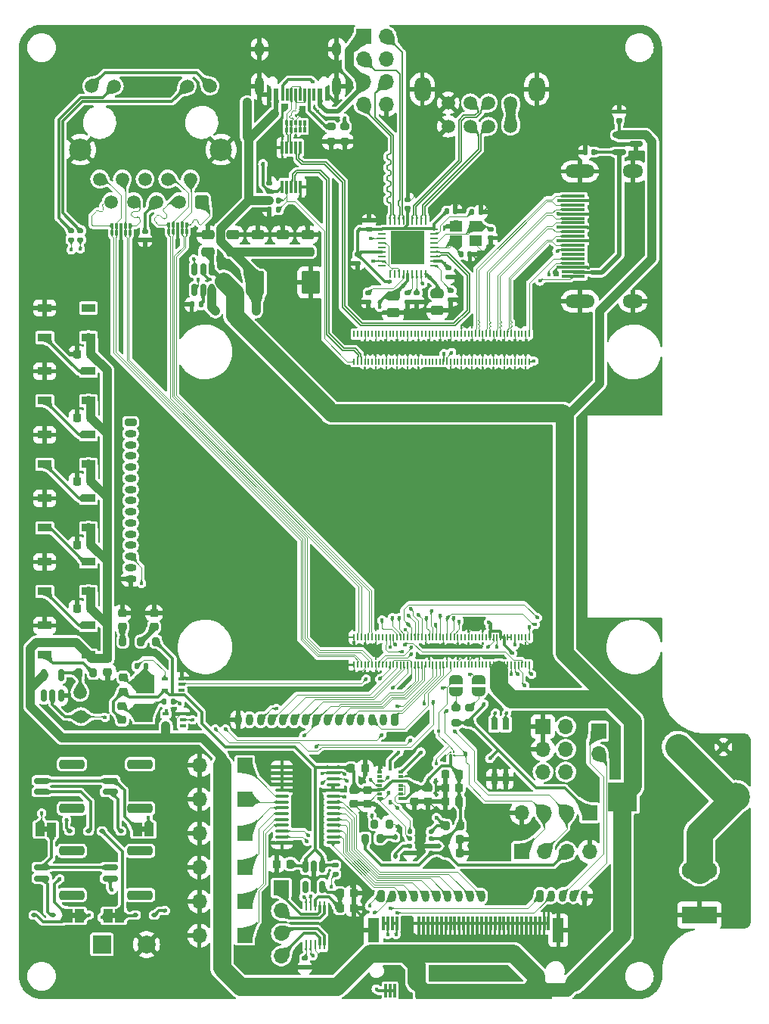
<source format=gbr>
%TF.GenerationSoftware,KiCad,Pcbnew,7.99.0-957-g18dd623122*%
%TF.CreationDate,2023-07-04T11:58:54-04:00*%
%TF.ProjectId,carrier,63617272-6965-4722-9e6b-696361645f70,V1.1*%
%TF.SameCoordinates,Original*%
%TF.FileFunction,Copper,L1,Top*%
%TF.FilePolarity,Positive*%
%FSLAX46Y46*%
G04 Gerber Fmt 4.6, Leading zero omitted, Abs format (unit mm)*
G04 Created by KiCad (PCBNEW 7.99.0-957-g18dd623122) date 2023-07-04 11:58:54*
%MOMM*%
%LPD*%
G01*
G04 APERTURE LIST*
G04 Aperture macros list*
%AMRoundRect*
0 Rectangle with rounded corners*
0 $1 Rounding radius*
0 $2 $3 $4 $5 $6 $7 $8 $9 X,Y pos of 4 corners*
0 Add a 4 corners polygon primitive as box body*
4,1,4,$2,$3,$4,$5,$6,$7,$8,$9,$2,$3,0*
0 Add four circle primitives for the rounded corners*
1,1,$1+$1,$2,$3*
1,1,$1+$1,$4,$5*
1,1,$1+$1,$6,$7*
1,1,$1+$1,$8,$9*
0 Add four rect primitives between the rounded corners*
20,1,$1+$1,$2,$3,$4,$5,0*
20,1,$1+$1,$4,$5,$6,$7,0*
20,1,$1+$1,$6,$7,$8,$9,0*
20,1,$1+$1,$8,$9,$2,$3,0*%
%AMFreePoly0*
4,1,19,0.500000,-0.750000,0.000000,-0.750000,0.000000,-0.744911,-0.071157,-0.744911,-0.207708,-0.704816,-0.327430,-0.627875,-0.420627,-0.520320,-0.479746,-0.390866,-0.500000,-0.250000,-0.500000,0.250000,-0.479746,0.390866,-0.420627,0.520320,-0.327430,0.627875,-0.207708,0.704816,-0.071157,0.744911,0.000000,0.744911,0.000000,0.750000,0.500000,0.750000,0.500000,-0.750000,0.500000,-0.750000,
$1*%
%AMFreePoly1*
4,1,19,0.000000,0.744911,0.071157,0.744911,0.207708,0.704816,0.327430,0.627875,0.420627,0.520320,0.479746,0.390866,0.500000,0.250000,0.500000,-0.250000,0.479746,-0.390866,0.420627,-0.520320,0.327430,-0.627875,0.207708,-0.704816,0.071157,-0.744911,0.000000,-0.744911,0.000000,-0.750000,-0.500000,-0.750000,-0.500000,0.750000,0.000000,0.750000,0.000000,0.744911,0.000000,0.744911,
$1*%
G04 Aperture macros list end*
%TA.AperFunction,EtchedComponent*%
%ADD10C,0.000000*%
%TD*%
%TA.AperFunction,SMDPad,CuDef*%
%ADD11R,0.250000X1.100000*%
%TD*%
%TA.AperFunction,SMDPad,CuDef*%
%ADD12RoundRect,0.225000X-0.225000X-0.250000X0.225000X-0.250000X0.225000X0.250000X-0.225000X0.250000X0*%
%TD*%
%TA.AperFunction,SMDPad,CuDef*%
%ADD13RoundRect,0.135000X-0.185000X0.135000X-0.185000X-0.135000X0.185000X-0.135000X0.185000X0.135000X0*%
%TD*%
%TA.AperFunction,SMDPad,CuDef*%
%ADD14R,2.600000X0.300000*%
%TD*%
%TA.AperFunction,ComponentPad*%
%ADD15O,3.300000X1.500000*%
%TD*%
%TA.AperFunction,ComponentPad*%
%ADD16O,2.300000X1.500000*%
%TD*%
%TA.AperFunction,SMDPad,CuDef*%
%ADD17RoundRect,0.112500X-0.187500X-0.112500X0.187500X-0.112500X0.187500X0.112500X-0.187500X0.112500X0*%
%TD*%
%TA.AperFunction,SMDPad,CuDef*%
%ADD18R,2.000000X2.000000*%
%TD*%
%TA.AperFunction,SMDPad,CuDef*%
%ADD19RoundRect,0.200000X0.275000X-0.200000X0.275000X0.200000X-0.275000X0.200000X-0.275000X-0.200000X0*%
%TD*%
%TA.AperFunction,SMDPad,CuDef*%
%ADD20RoundRect,0.225000X0.250000X-0.225000X0.250000X0.225000X-0.250000X0.225000X-0.250000X-0.225000X0*%
%TD*%
%TA.AperFunction,ComponentPad*%
%ADD21C,1.500000*%
%TD*%
%TA.AperFunction,ComponentPad*%
%ADD22O,1.800000X2.800000*%
%TD*%
%TA.AperFunction,ComponentPad*%
%ADD23RoundRect,0.250500X0.499500X0.499500X-0.499500X0.499500X-0.499500X-0.499500X0.499500X-0.499500X0*%
%TD*%
%TA.AperFunction,ComponentPad*%
%ADD24C,2.500000*%
%TD*%
%TA.AperFunction,SMDPad,CuDef*%
%ADD25RoundRect,0.135000X-0.135000X-0.185000X0.135000X-0.185000X0.135000X0.185000X-0.135000X0.185000X0*%
%TD*%
%TA.AperFunction,SMDPad,CuDef*%
%ADD26RoundRect,0.200000X-0.275000X0.200000X-0.275000X-0.200000X0.275000X-0.200000X0.275000X0.200000X0*%
%TD*%
%TA.AperFunction,SMDPad,CuDef*%
%ADD27RoundRect,0.225000X0.225000X0.250000X-0.225000X0.250000X-0.225000X-0.250000X0.225000X-0.250000X0*%
%TD*%
%TA.AperFunction,SMDPad,CuDef*%
%ADD28RoundRect,0.200000X-0.200000X-0.275000X0.200000X-0.275000X0.200000X0.275000X-0.200000X0.275000X0*%
%TD*%
%TA.AperFunction,ComponentPad*%
%ADD29R,1.700000X1.700000*%
%TD*%
%TA.AperFunction,ComponentPad*%
%ADD30O,1.700000X1.700000*%
%TD*%
%TA.AperFunction,SMDPad,CuDef*%
%ADD31RoundRect,0.200000X0.200000X0.275000X-0.200000X0.275000X-0.200000X-0.275000X0.200000X-0.275000X0*%
%TD*%
%TA.AperFunction,SMDPad,CuDef*%
%ADD32R,1.500000X0.900000*%
%TD*%
%TA.AperFunction,SMDPad,CuDef*%
%ADD33RoundRect,0.140000X0.170000X-0.140000X0.170000X0.140000X-0.170000X0.140000X-0.170000X-0.140000X0*%
%TD*%
%TA.AperFunction,SMDPad,CuDef*%
%ADD34RoundRect,0.218750X-0.256250X0.218750X-0.256250X-0.218750X0.256250X-0.218750X0.256250X0.218750X0*%
%TD*%
%TA.AperFunction,SMDPad,CuDef*%
%ADD35RoundRect,0.135000X0.135000X0.185000X-0.135000X0.185000X-0.135000X-0.185000X0.135000X-0.185000X0*%
%TD*%
%TA.AperFunction,SMDPad,CuDef*%
%ADD36RoundRect,0.112500X0.112500X-0.187500X0.112500X0.187500X-0.112500X0.187500X-0.112500X-0.187500X0*%
%TD*%
%TA.AperFunction,SMDPad,CuDef*%
%ADD37R,0.200000X0.700000*%
%TD*%
%TA.AperFunction,SMDPad,CuDef*%
%ADD38R,0.590000X0.350000*%
%TD*%
%TA.AperFunction,SMDPad,CuDef*%
%ADD39R,0.350000X0.590000*%
%TD*%
%TA.AperFunction,ComponentPad*%
%ADD40RoundRect,0.200000X-0.450000X0.200000X-0.450000X-0.200000X0.450000X-0.200000X0.450000X0.200000X0*%
%TD*%
%TA.AperFunction,ComponentPad*%
%ADD41O,1.300000X0.800000*%
%TD*%
%TA.AperFunction,SMDPad,CuDef*%
%ADD42R,0.300000X0.550000*%
%TD*%
%TA.AperFunction,SMDPad,CuDef*%
%ADD43R,0.400000X0.550000*%
%TD*%
%TA.AperFunction,SMDPad,CuDef*%
%ADD44RoundRect,0.150000X-0.700000X0.150000X-0.700000X-0.150000X0.700000X-0.150000X0.700000X0.150000X0*%
%TD*%
%TA.AperFunction,SMDPad,CuDef*%
%ADD45RoundRect,0.250000X-1.150000X0.250000X-1.150000X-0.250000X1.150000X-0.250000X1.150000X0.250000X0*%
%TD*%
%TA.AperFunction,SMDPad,CuDef*%
%ADD46FreePoly0,270.000000*%
%TD*%
%TA.AperFunction,SMDPad,CuDef*%
%ADD47FreePoly1,270.000000*%
%TD*%
%TA.AperFunction,ComponentPad*%
%ADD48RoundRect,0.200000X-0.200000X-0.450000X0.200000X-0.450000X0.200000X0.450000X-0.200000X0.450000X0*%
%TD*%
%TA.AperFunction,ComponentPad*%
%ADD49O,0.800000X1.300000*%
%TD*%
%TA.AperFunction,SMDPad,CuDef*%
%ADD50R,1.000000X1.500000*%
%TD*%
%TA.AperFunction,SMDPad,CuDef*%
%ADD51RoundRect,0.140000X-0.170000X0.140000X-0.170000X-0.140000X0.170000X-0.140000X0.170000X0.140000X0*%
%TD*%
%TA.AperFunction,SMDPad,CuDef*%
%ADD52RoundRect,0.250000X0.475000X-0.250000X0.475000X0.250000X-0.475000X0.250000X-0.475000X-0.250000X0*%
%TD*%
%TA.AperFunction,SMDPad,CuDef*%
%ADD53R,0.650000X0.400000*%
%TD*%
%TA.AperFunction,SMDPad,CuDef*%
%ADD54RoundRect,0.225000X-0.250000X0.225000X-0.250000X-0.225000X0.250000X-0.225000X0.250000X0.225000X0*%
%TD*%
%TA.AperFunction,SMDPad,CuDef*%
%ADD55R,0.300000X1.400000*%
%TD*%
%TA.AperFunction,SMDPad,CuDef*%
%ADD56R,0.300000X1.550000*%
%TD*%
%TA.AperFunction,SMDPad,CuDef*%
%ADD57R,1.200000X2.750000*%
%TD*%
%TA.AperFunction,ComponentPad*%
%ADD58RoundRect,0.200000X0.200000X0.450000X-0.200000X0.450000X-0.200000X-0.450000X0.200000X-0.450000X0*%
%TD*%
%TA.AperFunction,SMDPad,CuDef*%
%ADD59R,1.400000X1.200000*%
%TD*%
%TA.AperFunction,SMDPad,CuDef*%
%ADD60R,0.600000X1.450000*%
%TD*%
%TA.AperFunction,SMDPad,CuDef*%
%ADD61R,0.300000X1.450000*%
%TD*%
%TA.AperFunction,ComponentPad*%
%ADD62O,1.000000X2.100000*%
%TD*%
%TA.AperFunction,ComponentPad*%
%ADD63O,1.000000X1.600000*%
%TD*%
%TA.AperFunction,SMDPad,CuDef*%
%ADD64RoundRect,0.250000X-0.475000X0.250000X-0.475000X-0.250000X0.475000X-0.250000X0.475000X0.250000X0*%
%TD*%
%TA.AperFunction,SMDPad,CuDef*%
%ADD65RoundRect,0.140000X0.140000X0.170000X-0.140000X0.170000X-0.140000X-0.170000X0.140000X-0.170000X0*%
%TD*%
%TA.AperFunction,SMDPad,CuDef*%
%ADD66RoundRect,0.250000X-0.787500X-1.025000X0.787500X-1.025000X0.787500X1.025000X-0.787500X1.025000X0*%
%TD*%
%TA.AperFunction,SMDPad,CuDef*%
%ADD67RoundRect,0.150000X-0.150000X0.512500X-0.150000X-0.512500X0.150000X-0.512500X0.150000X0.512500X0*%
%TD*%
%TA.AperFunction,ComponentPad*%
%ADD68R,3.960000X1.980000*%
%TD*%
%TA.AperFunction,ComponentPad*%
%ADD69O,3.960000X1.980000*%
%TD*%
%TA.AperFunction,SMDPad,CuDef*%
%ADD70RoundRect,0.150000X0.150000X-0.512500X0.150000X0.512500X-0.150000X0.512500X-0.150000X-0.512500X0*%
%TD*%
%TA.AperFunction,ComponentPad*%
%ADD71C,1.000000*%
%TD*%
%TA.AperFunction,SMDPad,CuDef*%
%ADD72R,0.760000X1.250000*%
%TD*%
%TA.AperFunction,SMDPad,CuDef*%
%ADD73C,0.230000*%
%TD*%
%TA.AperFunction,SMDPad,CuDef*%
%ADD74RoundRect,0.100000X-0.637500X-0.100000X0.637500X-0.100000X0.637500X0.100000X-0.637500X0.100000X0*%
%TD*%
%TA.AperFunction,SMDPad,CuDef*%
%ADD75RoundRect,0.125000X0.137500X-0.125000X0.137500X0.125000X-0.137500X0.125000X-0.137500X-0.125000X0*%
%TD*%
%TA.AperFunction,ComponentPad*%
%ADD76R,3.200000X3.200000*%
%TD*%
%TA.AperFunction,ComponentPad*%
%ADD77O,3.200000X3.200000*%
%TD*%
%TA.AperFunction,SMDPad,CuDef*%
%ADD78RoundRect,0.140000X-0.140000X-0.170000X0.140000X-0.170000X0.140000X0.170000X-0.140000X0.170000X0*%
%TD*%
%TA.AperFunction,SMDPad,CuDef*%
%ADD79C,1.500000*%
%TD*%
%TA.AperFunction,SMDPad,CuDef*%
%ADD80RoundRect,0.150000X-0.587500X-0.150000X0.587500X-0.150000X0.587500X0.150000X-0.587500X0.150000X0*%
%TD*%
%TA.AperFunction,SMDPad,CuDef*%
%ADD81RoundRect,0.062500X-0.062500X0.350000X-0.062500X-0.350000X0.062500X-0.350000X0.062500X0.350000X0*%
%TD*%
%TA.AperFunction,SMDPad,CuDef*%
%ADD82RoundRect,0.062500X-0.350000X0.062500X-0.350000X-0.062500X0.350000X-0.062500X0.350000X0.062500X0*%
%TD*%
%TA.AperFunction,SMDPad,CuDef*%
%ADD83R,3.700000X3.700000*%
%TD*%
%TA.AperFunction,ComponentPad*%
%ADD84R,2.000000X2.000000*%
%TD*%
%TA.AperFunction,ComponentPad*%
%ADD85C,2.000000*%
%TD*%
%TA.AperFunction,ViaPad*%
%ADD86C,0.450000*%
%TD*%
%TA.AperFunction,Conductor*%
%ADD87C,0.125000*%
%TD*%
%TA.AperFunction,Conductor*%
%ADD88C,0.500000*%
%TD*%
%TA.AperFunction,Conductor*%
%ADD89C,0.090000*%
%TD*%
%TA.AperFunction,Conductor*%
%ADD90C,0.300000*%
%TD*%
%TA.AperFunction,Conductor*%
%ADD91C,2.000000*%
%TD*%
%TA.AperFunction,Conductor*%
%ADD92C,1.000000*%
%TD*%
%TA.AperFunction,Conductor*%
%ADD93C,1.500000*%
%TD*%
%TA.AperFunction,Conductor*%
%ADD94C,0.107400*%
%TD*%
%TA.AperFunction,Conductor*%
%ADD95C,0.158800*%
%TD*%
%TA.AperFunction,Conductor*%
%ADD96C,0.125984*%
%TD*%
%TA.AperFunction,Conductor*%
%ADD97C,3.000000*%
%TD*%
G04 APERTURE END LIST*
D10*
%TA.AperFunction,EtchedComponent*%
%TO.C,JP4*%
G36*
X8329495Y6466000D02*
G01*
X7829495Y6466000D01*
X7829495Y7066000D01*
X8329495Y7066000D01*
X8329495Y6466000D01*
G37*
%TD.AperFunction*%
%TA.AperFunction,EtchedComponent*%
%TO.C,JP5*%
G36*
X3869495Y6466000D02*
G01*
X3369495Y6466000D01*
X3369495Y7066000D01*
X3869495Y7066000D01*
X3869495Y6466000D01*
G37*
%TD.AperFunction*%
%TA.AperFunction,EtchedComponent*%
%TO.C,JP6*%
G36*
X11631495Y16118000D02*
G01*
X11131495Y16118000D01*
X11131495Y16718000D01*
X11631495Y16718000D01*
X11631495Y16118000D01*
G37*
%TD.AperFunction*%
%TA.AperFunction,EtchedComponent*%
%TO.C,JP7*%
G36*
X709495Y16118000D02*
G01*
X209495Y16118000D01*
X209495Y16718000D01*
X709495Y16718000D01*
X709495Y16118000D01*
G37*
%TD.AperFunction*%
%TD*%
D11*
%TO.P,U16,1,ADDR*%
%TO.N,Net-(U16-ADDR)*%
X29620995Y3539000D03*
%TO.P,U16,2,ALERT/RDY*%
%TO.N,Net-(U16-ALERT{slash}RDY)*%
X30120995Y3539000D03*
%TO.P,U16,3,GND*%
%TO.N,GND*%
X30620995Y3539000D03*
%TO.P,U16,4,AIN0*%
%TO.N,Net-(J17-Pin_4)*%
X31120995Y3539000D03*
%TO.P,U16,5,AIN1*%
%TO.N,Net-(J17-Pin_3)*%
X31620995Y3539000D03*
%TO.P,U16,6,AIN2*%
%TO.N,Net-(J17-Pin_2)*%
X31620995Y7839000D03*
%TO.P,U16,7,AIN3*%
%TO.N,/ISENSE*%
X31120995Y7839000D03*
%TO.P,U16,8,VDD*%
%TO.N,/Sensors/A+3.3v*%
X30620995Y7839000D03*
%TO.P,U16,9,SDA*%
%TO.N,/SCL*%
X30120995Y7839000D03*
%TO.P,U16,10,SCL*%
%TO.N,/SDA*%
X29620995Y7839000D03*
%TD*%
D12*
%TO.P,C25,1*%
%TO.N,GND*%
X45201995Y21072000D03*
%TO.P,C25,2*%
%TO.N,+3.3v*%
X46751995Y21072000D03*
%TD*%
D13*
%TO.P,R15,1*%
%TO.N,Net-(U10-LEDG_K)*%
X4331995Y83415000D03*
%TO.P,R15,2*%
%TO.N,/CM4_GPIO ( Ethernet\u002C GPIO\u002C SDCARD)/ETH_LEDG*%
X4331995Y82395000D03*
%TD*%
D14*
%TO.P,J1,1,D2+*%
%TO.N,/CM4_HighSpeed/HDMI0_D2_P*%
X59530495Y87279000D03*
%TO.P,J1,2,D2S*%
%TO.N,GND*%
X59530495Y86779000D03*
%TO.P,J1,3,D2-*%
%TO.N,/CM4_HighSpeed/HDMI0_D2_N*%
X59530495Y86279000D03*
%TO.P,J1,4,D1+*%
%TO.N,/CM4_HighSpeed/HDMI0_D1_P*%
X59530495Y85779000D03*
%TO.P,J1,5,D1S*%
%TO.N,GND*%
X59530495Y85279000D03*
%TO.P,J1,6,D1-*%
%TO.N,/CM4_HighSpeed/HDMI0_D1_N*%
X59530495Y84779000D03*
%TO.P,J1,7,D0+*%
%TO.N,/CM4_HighSpeed/HDMI0_D0_P*%
X59530495Y84279000D03*
%TO.P,J1,8,D0S*%
%TO.N,GND*%
X59530495Y83779000D03*
%TO.P,J1,9,D0-*%
%TO.N,/CM4_HighSpeed/HDMI0_D0_N*%
X59530495Y83279000D03*
%TO.P,J1,10,CK+*%
%TO.N,/CM4_HighSpeed/HDMI0_CK_P*%
X59530495Y82779000D03*
%TO.P,J1,11,CKS*%
%TO.N,GND*%
X59530495Y82279000D03*
%TO.P,J1,12,CK-*%
%TO.N,/CM4_HighSpeed/HDMI0_CK_N*%
X59530495Y81779000D03*
%TO.P,J1,13,CEC*%
%TO.N,/CM4_HighSpeed/HDMI0_CEC*%
X59530495Y81279000D03*
%TO.P,J1,14,UTILITY/HEAC+*%
%TO.N,unconnected-(J1-UTILITY{slash}HEAC+-Pad14)*%
X59530495Y80779000D03*
%TO.P,J1,15,SCL*%
%TO.N,/CM4_HighSpeed/HDMI0_SCL*%
X59530495Y80279000D03*
%TO.P,J1,16,SDA*%
%TO.N,/CM4_HighSpeed/HDMI0_SDA*%
X59530495Y79779000D03*
%TO.P,J1,17,GND*%
%TO.N,GND*%
X59530495Y79279000D03*
%TO.P,J1,18,+5V*%
%TO.N,/CM4_HighSpeed/HDMI_5v*%
X59530495Y78779000D03*
%TO.P,J1,19,HPD/HEAC-*%
%TO.N,/CM4_HighSpeed/HDMI0_HOTPLUG*%
X59530495Y78279000D03*
D15*
%TO.P,J1,SH1,SH*%
%TO.N,GND*%
X60260495Y90029000D03*
%TO.P,J1,SH2,SH*%
X60260495Y75529000D03*
D16*
%TO.P,J1,SH3,SH*%
X66220495Y75529000D03*
%TO.P,J1,SH4,SH*%
X66220495Y90029000D03*
%TD*%
D17*
%TO.P,D13,1,K*%
%TO.N,Net-(D13-K)*%
X6775495Y16230000D03*
%TO.P,D13,2,A*%
%TO.N,Net-(D13-A)*%
X8875495Y16230000D03*
%TD*%
D18*
%TO.P,TP1,1,1*%
%TO.N,Net-(D1-K)*%
X11432995Y29454000D03*
%TD*%
D13*
%TO.P,R22,1*%
%TO.N,Net-(U16-ADDR)*%
X29477995Y2008000D03*
%TO.P,R22,2*%
%TO.N,GND*%
X29477995Y988000D03*
%TD*%
D19*
%TO.P,R1,1*%
%TO.N,+3.3v*%
X46368995Y28359000D03*
%TO.P,R1,2*%
%TO.N,Net-(JP1-B)*%
X46368995Y30009000D03*
%TD*%
D20*
%TO.P,C38,1*%
%TO.N,GND*%
X7368995Y34013000D03*
%TO.P,C38,2*%
%TO.N,/+5v*%
X7368995Y35563000D03*
%TD*%
D13*
%TO.P,R4,1*%
%TO.N,Net-(U3-SDA{slash}SMBDATA{slash}NON_REM1)*%
X36578995Y76448000D03*
%TO.P,R4,2*%
%TO.N,GND*%
X36578995Y75428000D03*
%TD*%
%TO.P,R3,1*%
%TO.N,Net-(U3-SCL{slash}SMBCLK{slash}CFG_SEL0)*%
X41007495Y76448000D03*
%TO.P,R3,2*%
%TO.N,GND*%
X41007495Y75428000D03*
%TD*%
D21*
%TO.P,J4,1,VBUS`*%
%TO.N,/USB2-HUB/VBUS*%
X52524995Y95075600D03*
%TO.P,J4,2,D-`*%
%TO.N,/USB2-HUB/HD1_N*%
X50024995Y95075600D03*
%TO.P,J4,3,D+`*%
%TO.N,/USB2-HUB/HD1_P*%
X48024995Y95075600D03*
%TO.P,J4,4,GND`*%
%TO.N,GND*%
X45524995Y95075600D03*
%TO.P,J4,5,VBUS*%
%TO.N,/USB2-HUB/VBUS*%
X52524995Y97695600D03*
%TO.P,J4,6,D-*%
%TO.N,/USB2-HUB/HD2_N*%
X50024995Y97695600D03*
%TO.P,J4,7,D+*%
%TO.N,/USB2-HUB/HD2_P*%
X48024995Y97695600D03*
%TO.P,J4,8,GND*%
%TO.N,GND*%
X45524995Y97695600D03*
D22*
%TO.P,J4,MT1,MT1*%
X55424995Y99245600D03*
%TO.P,J4,MT2,MT2*%
X42624995Y99245600D03*
%TD*%
D23*
%TO.P,U10,1,TRD0+*%
%TO.N,/CM4_GPIO ( Ethernet\u002C GPIO\u002C SDCARD)/TRD0_P*%
X17932995Y86629000D03*
D21*
%TO.P,U10,2,TRD0-*%
%TO.N,/CM4_GPIO ( Ethernet\u002C GPIO\u002C SDCARD)/TRD0_N*%
X16662995Y89169000D03*
%TO.P,U10,3,TRD1+*%
%TO.N,/CM4_GPIO ( Ethernet\u002C GPIO\u002C SDCARD)/TRD1_P*%
X15392995Y86629000D03*
%TO.P,U10,4,TRD1-*%
%TO.N,/CM4_GPIO ( Ethernet\u002C GPIO\u002C SDCARD)/TRD1_N*%
X14122995Y89169000D03*
%TO.P,U10,5,CT*%
%TO.N,Net-(C19-Pad1)*%
X12852995Y86629000D03*
%TO.P,U10,6,CT*%
X11582995Y89169000D03*
%TO.P,U10,7,TRD2+*%
%TO.N,/CM4_GPIO ( Ethernet\u002C GPIO\u002C SDCARD)/TRD2_P*%
X10312995Y86629000D03*
%TO.P,U10,8,TRD2-*%
%TO.N,/CM4_GPIO ( Ethernet\u002C GPIO\u002C SDCARD)/TRD2_N*%
X9042995Y89169000D03*
%TO.P,U10,9,TRD3+*%
%TO.N,/CM4_GPIO ( Ethernet\u002C GPIO\u002C SDCARD)/TRD3_P*%
X7772995Y86629000D03*
%TO.P,U10,10,TRD3-*%
%TO.N,/CM4_GPIO ( Ethernet\u002C GPIO\u002C SDCARD)/TRD3_N*%
X6502995Y89169000D03*
D24*
%TO.P,U10,15,SHIELD*%
%TO.N,GND*%
X20092995Y92469000D03*
%TO.P,U10,16,SHIELD*%
X4342995Y92469000D03*
D21*
%TO.P,U10,L1,LEDY_A*%
%TO.N,+3.3v*%
X5587995Y99579000D03*
%TO.P,U10,L2,LEDY_K*%
%TO.N,Net-(U10-LEDY_K)*%
X8127995Y99579000D03*
%TO.P,U10,L3,LEDG_K*%
%TO.N,Net-(U10-LEDG_K)*%
X16307995Y99579000D03*
%TO.P,U10,L4,LEDG_A*%
%TO.N,+3.3v*%
X18847995Y99579000D03*
%TD*%
D18*
%TO.P,TP2,1,1*%
%TO.N,Net-(D2-K)*%
X11564995Y32658000D03*
%TD*%
D25*
%TO.P,R13,1*%
%TO.N,Net-(D1-K)*%
X13716995Y30724000D03*
%TO.P,R13,2*%
%TO.N,Net-(Module1A-PI_nLED_Activity)*%
X14736995Y30724000D03*
%TD*%
D26*
%TO.P,R12,1*%
%TO.N,/USB2-HUB/CC2*%
X33922995Y95033000D03*
%TO.P,R12,2*%
%TO.N,GND*%
X33922995Y93383000D03*
%TD*%
D27*
%TO.P,C30,1*%
%TO.N,+3.3v*%
X27839995Y12547000D03*
%TO.P,C30,2*%
%TO.N,GND*%
X26289995Y12547000D03*
%TD*%
D28*
%TO.P,R20,1*%
%TO.N,Net-(U14-~{OE})*%
X37277995Y17008000D03*
%TO.P,R20,2*%
%TO.N,GND*%
X38927995Y17008000D03*
%TD*%
D29*
%TO.P,J8,1,Pin_1*%
%TO.N,/SDA*%
X53733995Y13960000D03*
D30*
%TO.P,J8,2,Pin_2*%
%TO.N,/SCL*%
X56273995Y13960000D03*
%TO.P,J8,3,Pin_3*%
%TO.N,+3.3v*%
X58813995Y13960000D03*
%TO.P,J8,4,Pin_4*%
%TO.N,GND*%
X61353995Y13960000D03*
%TD*%
D25*
%TO.P,R10,1*%
%TO.N,/USB2-HUB/VBUS*%
X25502595Y86807200D03*
%TO.P,R10,2*%
%TO.N,/CM4_HighSpeed/USBOTG_ID*%
X26522595Y86807200D03*
%TD*%
D31*
%TO.P,R21,1*%
%TO.N,+3.3v*%
X12776995Y37439000D03*
%TO.P,R21,2*%
%TO.N,Net-(D5-A)*%
X11126995Y37439000D03*
%TD*%
D32*
%TO.P,D9,1,VDD*%
%TO.N,/+5v*%
X5246995Y57268000D03*
%TO.P,D9,2,DOUT*%
%TO.N,Net-(D10-DIN)*%
X5246995Y60568000D03*
%TO.P,D9,3,VSS*%
%TO.N,GND*%
X346995Y60568000D03*
%TO.P,D9,4,DIN*%
%TO.N,Net-(D8-DOUT)*%
X346995Y57268000D03*
%TD*%
D33*
%TO.P,C8,1*%
%TO.N,+3.3v*%
X25504595Y87775000D03*
%TO.P,C8,2*%
%TO.N,GND*%
X25504595Y88735000D03*
%TD*%
D34*
%TO.P,D5,1,K*%
%TO.N,GND*%
X12586995Y40639500D03*
%TO.P,D5,2,A*%
%TO.N,Net-(D5-A)*%
X12586995Y39064500D03*
%TD*%
D35*
%TO.P,R6,1*%
%TO.N,GND*%
X49153995Y85461000D03*
%TO.P,R6,2*%
%TO.N,Net-(U3-RBIAS)*%
X48133995Y85461000D03*
%TD*%
D17*
%TO.P,D15,1,K*%
%TO.N,Net-(D13-K)*%
X10520995Y6832000D03*
%TO.P,D15,2,A*%
%TO.N,Net-(D15-A)*%
X12620995Y6832000D03*
%TD*%
D29*
%TO.P,J12,1,Pin_1*%
%TO.N,/Sensors/LED2*%
X22745695Y16002000D03*
D30*
%TO.P,J12,2,Pin_2*%
%TO.N,/+5v*%
X20205695Y16002000D03*
%TO.P,J12,3,Pin_3*%
%TO.N,GND*%
X17665695Y16002000D03*
%TD*%
D36*
%TO.P,D3,1,K*%
%TO.N,Net-(D3-K)*%
X39612595Y13452800D03*
%TO.P,D3,2,A*%
%TO.N,Net-(D3-A)*%
X39612595Y15552800D03*
%TD*%
D33*
%TO.P,C9,1*%
%TO.N,+3.3v*%
X36689495Y83586000D03*
%TO.P,C9,2*%
%TO.N,GND*%
X36689495Y84546000D03*
%TD*%
D37*
%TO.P,Module1,1,GND*%
%TO.N,GND*%
X34990995Y34840000D03*
%TO.P,Module1,2,GND*%
X34990995Y37920000D03*
%TO.P,Module1,3,Ethernet_Pair3_P*%
%TO.N,/CM4_GPIO ( Ethernet\u002C GPIO\u002C SDCARD)/TRD3_P*%
X35390995Y34840000D03*
%TO.P,Module1,4,Ethernet_Pair1_P*%
%TO.N,/CM4_GPIO ( Ethernet\u002C GPIO\u002C SDCARD)/TRD1_P*%
X35390995Y37920000D03*
%TO.P,Module1,5,Ethernet_Pair3_N*%
%TO.N,/CM4_GPIO ( Ethernet\u002C GPIO\u002C SDCARD)/TRD3_N*%
X35790995Y34840000D03*
%TO.P,Module1,6,Ethernet_Pair1_N*%
%TO.N,/CM4_GPIO ( Ethernet\u002C GPIO\u002C SDCARD)/TRD1_N*%
X35790995Y37920000D03*
%TO.P,Module1,7,GND*%
%TO.N,GND*%
X36190995Y34840000D03*
%TO.P,Module1,8,GND*%
X36190995Y37920000D03*
%TO.P,Module1,9,Ethernet_Pair2_N*%
%TO.N,/CM4_GPIO ( Ethernet\u002C GPIO\u002C SDCARD)/TRD2_N*%
X36590995Y34840000D03*
%TO.P,Module1,10,Ethernet_Pair0_N*%
%TO.N,/CM4_GPIO ( Ethernet\u002C GPIO\u002C SDCARD)/TRD0_N*%
X36590995Y37920000D03*
%TO.P,Module1,11,Ethernet_Pair2_P*%
%TO.N,/CM4_GPIO ( Ethernet\u002C GPIO\u002C SDCARD)/TRD2_P*%
X36990995Y34840000D03*
%TO.P,Module1,12,Ethernet_Pair0_P*%
%TO.N,/CM4_GPIO ( Ethernet\u002C GPIO\u002C SDCARD)/TRD0_P*%
X36990995Y37920000D03*
%TO.P,Module1,13,GND*%
%TO.N,GND*%
X37390995Y34840000D03*
%TO.P,Module1,14,GND*%
X37390995Y37920000D03*
%TO.P,Module1,15,Ethernet_nLED3(3.3v)*%
%TO.N,/CM4_GPIO ( Ethernet\u002C GPIO\u002C SDCARD)/ETH_LEDY*%
X37790995Y34840000D03*
%TO.P,Module1,16,Ethernet_SYNC_IN(1.8v)*%
%TO.N,/CM4_GPIO ( Ethernet\u002C GPIO\u002C SDCARD)/SYNC_IN*%
X37790995Y37920000D03*
%TO.P,Module1,17,Ethernet_nLED2(3.3v)*%
%TO.N,/CM4_GPIO ( Ethernet\u002C GPIO\u002C SDCARD)/ETH_LEDG*%
X38190995Y34840000D03*
%TO.P,Module1,18,Ethernet_SYNC_OUT(1.8v)*%
%TO.N,/CM4_GPIO ( Ethernet\u002C GPIO\u002C SDCARD)/SYNC_OUT*%
X38190995Y37920000D03*
%TO.P,Module1,19,Ethernet_nLED1(3.3v)*%
%TO.N,unconnected-(Module1A-Ethernet_nLED1(3.3v)-Pad19)*%
X38590995Y34840000D03*
%TO.P,Module1,20,EEPROM_nWP*%
%TO.N,/CM4_GPIO ( Ethernet\u002C GPIO\u002C SDCARD)/EEPROM_nWP*%
X38590995Y37920000D03*
%TO.P,Module1,21,PI_nLED_Activity*%
%TO.N,Net-(Module1A-PI_nLED_Activity)*%
X38990995Y34840000D03*
%TO.P,Module1,22,GND*%
%TO.N,GND*%
X38990995Y37920000D03*
%TO.P,Module1,23,GND*%
X39390995Y34840000D03*
%TO.P,Module1,24,GPIO26*%
%TO.N,/CM4_GPIO ( Ethernet\u002C GPIO\u002C SDCARD)/GPIO26*%
X39390995Y37920000D03*
%TO.P,Module1,25,GPIO21*%
%TO.N,/CM4_GPIO ( Ethernet\u002C GPIO\u002C SDCARD)/GPIO21*%
X39790995Y34840000D03*
%TO.P,Module1,26,GPIO19*%
%TO.N,/CM4_GPIO ( Ethernet\u002C GPIO\u002C SDCARD)/GPIO19*%
X39790995Y37920000D03*
%TO.P,Module1,27,GPIO20*%
%TO.N,/CM4_GPIO ( Ethernet\u002C GPIO\u002C SDCARD)/GPIO20*%
X40190995Y34840000D03*
%TO.P,Module1,28,GPIO13*%
%TO.N,/CM4_GPIO ( Ethernet\u002C GPIO\u002C SDCARD)/GPIO13*%
X40190995Y37920000D03*
%TO.P,Module1,29,GPIO16*%
%TO.N,/CM4_GPIO ( Ethernet\u002C GPIO\u002C SDCARD)/GPIO16*%
X40590995Y34840000D03*
%TO.P,Module1,30,GPIO6*%
%TO.N,/CM4_GPIO ( Ethernet\u002C GPIO\u002C SDCARD)/GPIO6*%
X40590995Y37920000D03*
%TO.P,Module1,31,GPIO12*%
%TO.N,/CM4_GPIO ( Ethernet\u002C GPIO\u002C SDCARD)/GPIO12*%
X40990995Y34840000D03*
%TO.P,Module1,32,GND*%
%TO.N,GND*%
X40990995Y37920000D03*
%TO.P,Module1,33,GND*%
X41390995Y34840000D03*
%TO.P,Module1,34,GPIO5*%
%TO.N,/RX_1*%
X41390995Y37920000D03*
%TO.P,Module1,35,ID_SC*%
%TO.N,/CM4_GPIO ( Ethernet\u002C GPIO\u002C SDCARD)/ID_SC*%
X41790995Y34840000D03*
%TO.P,Module1,36,ID_SD*%
%TO.N,/CM4_GPIO ( Ethernet\u002C GPIO\u002C SDCARD)/ID_SD*%
X41790995Y37920000D03*
%TO.P,Module1,37,GPIO7*%
%TO.N,/CM4_GPIO ( Ethernet\u002C GPIO\u002C SDCARD)/GPIO7*%
X42190995Y34840000D03*
%TO.P,Module1,38,GPIO11*%
%TO.N,/CM4_GPIO ( Ethernet\u002C GPIO\u002C SDCARD)/GPIO11*%
X42190995Y37920000D03*
%TO.P,Module1,39,GPIO8*%
%TO.N,/CM4_GPIO ( Ethernet\u002C GPIO\u002C SDCARD)/GPIO8*%
X42590995Y34840000D03*
%TO.P,Module1,40,GPIO9*%
%TO.N,/CM4_GPIO ( Ethernet\u002C GPIO\u002C SDCARD)/GPIO9*%
X42590995Y37920000D03*
%TO.P,Module1,41,GPIO25*%
%TO.N,/CM4_GPIO ( Ethernet\u002C GPIO\u002C SDCARD)/GPIO25*%
X42990995Y34840000D03*
%TO.P,Module1,42,GND*%
%TO.N,GND*%
X42990995Y37920000D03*
%TO.P,Module1,43,GND*%
X43390995Y34840000D03*
%TO.P,Module1,44,GPIO10*%
%TO.N,/CM4_GPIO ( Ethernet\u002C GPIO\u002C SDCARD)/GPIO10*%
X43390995Y37920000D03*
%TO.P,Module1,45,GPIO24*%
%TO.N,/CM4_GPIO ( Ethernet\u002C GPIO\u002C SDCARD)/GPIO24*%
X43790995Y34840000D03*
%TO.P,Module1,46,GPIO22*%
%TO.N,/CM4_GPIO ( Ethernet\u002C GPIO\u002C SDCARD)/GPIO22*%
X43790995Y37920000D03*
%TO.P,Module1,47,GPIO23*%
%TO.N,/CM4_GPIO ( Ethernet\u002C GPIO\u002C SDCARD)/GPIO23*%
X44190995Y34840000D03*
%TO.P,Module1,48,GPIO27*%
%TO.N,/CM4_GPIO ( Ethernet\u002C GPIO\u002C SDCARD)/GPIO27*%
X44190995Y37920000D03*
%TO.P,Module1,49,GPIO18*%
%TO.N,/CM4_GPIO ( Ethernet\u002C GPIO\u002C SDCARD)/GPIO18*%
X44590995Y34840000D03*
%TO.P,Module1,50,GPIO17*%
%TO.N,/CM4_GPIO ( Ethernet\u002C GPIO\u002C SDCARD)/GPIO17*%
X44590995Y37920000D03*
%TO.P,Module1,51,GPIO15*%
%TO.N,/RX*%
X44990995Y34840000D03*
%TO.P,Module1,52,GND*%
%TO.N,GND*%
X44990995Y37920000D03*
%TO.P,Module1,53,GND*%
X45390995Y34840000D03*
%TO.P,Module1,54,GPIO4*%
%TO.N,/TX_1*%
X45390995Y37920000D03*
%TO.P,Module1,55,GPIO14*%
%TO.N,/TX*%
X45790995Y34840000D03*
%TO.P,Module1,56,GPIO3*%
%TO.N,/CM4_GPIO ( Ethernet\u002C GPIO\u002C SDCARD)/GPIO3*%
X45790995Y37920000D03*
%TO.P,Module1,57,SD_CLK*%
%TO.N,/CM4_GPIO ( Ethernet\u002C GPIO\u002C SDCARD)/SD_CLK*%
X46190995Y34840000D03*
%TO.P,Module1,58,GPIO2*%
%TO.N,/CM4_GPIO ( Ethernet\u002C GPIO\u002C SDCARD)/GPIO2*%
X46190995Y37920000D03*
%TO.P,Module1,59,GND*%
%TO.N,GND*%
X46590995Y34840000D03*
%TO.P,Module1,60,GND*%
X46590995Y37920000D03*
%TO.P,Module1,61,SD_DAT3*%
%TO.N,/CM4_GPIO ( Ethernet\u002C GPIO\u002C SDCARD)/SD_DAT3*%
X46990995Y34840000D03*
%TO.P,Module1,62,SD_CMD*%
%TO.N,/CM4_GPIO ( Ethernet\u002C GPIO\u002C SDCARD)/SD_CMD*%
X46990995Y37920000D03*
%TO.P,Module1,63,SD_DAT0*%
%TO.N,/CM4_GPIO ( Ethernet\u002C GPIO\u002C SDCARD)/SD_DAT0*%
X47390995Y34840000D03*
%TO.P,Module1,64,SD_DAT5*%
%TO.N,unconnected-(Module1A-SD_DAT5-Pad64)*%
X47390995Y37920000D03*
%TO.P,Module1,65,GND*%
%TO.N,GND*%
X47790995Y34840000D03*
%TO.P,Module1,66,GND*%
X47790995Y37920000D03*
%TO.P,Module1,67,SD_DAT1*%
%TO.N,/CM4_GPIO ( Ethernet\u002C GPIO\u002C SDCARD)/SD_DAT1*%
X48190995Y34840000D03*
%TO.P,Module1,68,SD_DAT4*%
%TO.N,unconnected-(Module1A-SD_DAT4-Pad68)*%
X48190995Y37920000D03*
%TO.P,Module1,69,SD_DAT2*%
%TO.N,/CM4_GPIO ( Ethernet\u002C GPIO\u002C SDCARD)/SD_DAT2*%
X48590995Y34840000D03*
%TO.P,Module1,70,SD_DAT7*%
%TO.N,unconnected-(Module1A-SD_DAT7-Pad70)*%
X48590995Y37920000D03*
%TO.P,Module1,71,GND*%
%TO.N,GND*%
X48990995Y34840000D03*
%TO.P,Module1,72,SD_DAT6*%
%TO.N,unconnected-(Module1A-SD_DAT6-Pad72)*%
X48990995Y37920000D03*
%TO.P,Module1,73,SD_VDD_Override*%
%TO.N,unconnected-(Module1A-SD_VDD_Override-Pad73)*%
X49390995Y34840000D03*
%TO.P,Module1,74,GND*%
%TO.N,GND*%
X49390995Y37920000D03*
%TO.P,Module1,75,SD_PWR_ON*%
%TO.N,/CM4_GPIO ( Ethernet\u002C GPIO\u002C SDCARD)/SD_PWR_ON*%
X49790995Y34840000D03*
%TO.P,Module1,76,Reserved*%
%TO.N,/CM4_GPIO ( Ethernet\u002C GPIO\u002C SDCARD)/Reserved*%
X49790995Y37920000D03*
%TO.P,Module1,77,+5v_(Input)*%
%TO.N,/+5v*%
X50190995Y34840000D03*
%TO.P,Module1,78,GPIO_VREF(1.8v/3.3v_Input)*%
%TO.N,+3.3v*%
X50190995Y37920000D03*
%TO.P,Module1,79,+5v_(Input)*%
%TO.N,/+5v*%
X50590995Y34840000D03*
%TO.P,Module1,80,SCL0*%
%TO.N,/SCL*%
X50590995Y37920000D03*
%TO.P,Module1,81,+5v_(Input)*%
%TO.N,/+5v*%
X50990995Y34840000D03*
%TO.P,Module1,82,SDA0*%
%TO.N,/SDA*%
X50990995Y37920000D03*
%TO.P,Module1,83,+5v_(Input)*%
%TO.N,/+5v*%
X51390995Y34840000D03*
%TO.P,Module1,84,+3.3v_(Output)*%
%TO.N,+3.3v*%
X51390995Y37920000D03*
%TO.P,Module1,85,+5v_(Input)*%
%TO.N,/+5v*%
X51790995Y34840000D03*
%TO.P,Module1,86,+3.3v_(Output)*%
%TO.N,+3.3v*%
X51790995Y37920000D03*
%TO.P,Module1,87,+5v_(Input)*%
%TO.N,/+5v*%
X52190995Y34840000D03*
%TO.P,Module1,88,+1.8v_(Output)*%
%TO.N,/CM4_GPIO ( Ethernet\u002C GPIO\u002C SDCARD)/+1.8v*%
X52190995Y37920000D03*
%TO.P,Module1,89,WiFi_nDisable*%
%TO.N,/CM4_GPIO ( Ethernet\u002C GPIO\u002C SDCARD)/WL_nDis*%
X52590995Y34840000D03*
%TO.P,Module1,90,+1.8v_(Output)*%
%TO.N,/CM4_GPIO ( Ethernet\u002C GPIO\u002C SDCARD)/+1.8v*%
X52590995Y37920000D03*
%TO.P,Module1,91,BT_nDisable*%
%TO.N,/CM4_GPIO ( Ethernet\u002C GPIO\u002C SDCARD)/BT_nDis*%
X52990995Y34840000D03*
%TO.P,Module1,92,RUN_PG*%
%TO.N,/CM4_GPIO ( Ethernet\u002C GPIO\u002C SDCARD)/RUN_PG*%
X52990995Y37920000D03*
%TO.P,Module1,93,nRPIBOOT*%
%TO.N,/CM4_GPIO ( Ethernet\u002C GPIO\u002C SDCARD)/nRPIBOOT*%
X53390995Y34840000D03*
%TO.P,Module1,94,AnalogIP1*%
%TO.N,/CM4_GPIO ( Ethernet\u002C GPIO\u002C SDCARD)/AIN1*%
X53390995Y37920000D03*
%TO.P,Module1,95,nPI_LED_PWR*%
%TO.N,/CM4_GPIO ( Ethernet\u002C GPIO\u002C SDCARD)/nPWR_LED*%
X53790995Y34840000D03*
%TO.P,Module1,96,AnalogIP0*%
%TO.N,/CM4_GPIO ( Ethernet\u002C GPIO\u002C SDCARD)/AIN0*%
X53790995Y37920000D03*
%TO.P,Module1,97,Camera_GPIO*%
%TO.N,/CM4_GPIO ( Ethernet\u002C GPIO\u002C SDCARD)/CAM_GPIO*%
X54190995Y34840000D03*
%TO.P,Module1,98,GND*%
%TO.N,GND*%
X54190995Y37920000D03*
%TO.P,Module1,99,Global_EN*%
%TO.N,/GLOBAL_EN*%
X54590995Y34840000D03*
%TO.P,Module1,100,nEXTRST*%
%TO.N,/nEXTRST*%
X54590995Y37920000D03*
%TO.P,Module1,101,USB_OTG_ID*%
%TO.N,/CM4_HighSpeed/USBOTG_ID*%
X34990995Y68760000D03*
%TO.P,Module1,102,PCIe_CLK_nREQ*%
%TO.N,/CM4_HighSpeed/PCIE_CLK_nREQ*%
X34990995Y71840000D03*
%TO.P,Module1,103,USB2_N*%
%TO.N,/CM4_HighSpeed/USB2_N*%
X35390995Y68760000D03*
%TO.P,Module1,104,Reserved*%
%TO.N,unconnected-(Module1B-Reserved-Pad104)*%
X35390995Y71840000D03*
%TO.P,Module1,105,USB2_P*%
%TO.N,/CM4_HighSpeed/USB2_P*%
X35790995Y68760000D03*
%TO.P,Module1,106,Reserved*%
%TO.N,unconnected-(Module1B-Reserved-Pad106)*%
X35790995Y71840000D03*
%TO.P,Module1,107,GND*%
%TO.N,GND*%
X36190995Y68760000D03*
%TO.P,Module1,108,GND*%
X36190995Y71840000D03*
%TO.P,Module1,109,PCIe_nRST*%
%TO.N,/CM4_HighSpeed/PCIE_nRST*%
X36590995Y68760000D03*
%TO.P,Module1,110,PCIe_CLK_P*%
%TO.N,unconnected-(Module1B-PCIe_CLK_P-Pad110)*%
X36590995Y71840000D03*
%TO.P,Module1,111,VDAC_COMP*%
%TO.N,unconnected-(Module1B-VDAC_COMP-Pad111)*%
X36990995Y68760000D03*
%TO.P,Module1,112,PCIe_CLK_N*%
%TO.N,unconnected-(Module1B-PCIe_CLK_N-Pad112)*%
X36990995Y71840000D03*
%TO.P,Module1,113,GND*%
%TO.N,GND*%
X37390995Y68760000D03*
%TO.P,Module1,114,GND*%
X37390995Y71840000D03*
%TO.P,Module1,115,CAM1_D0_N*%
%TO.N,unconnected-(Module1B-CAM1_D0_N-Pad115)*%
X37790995Y68760000D03*
%TO.P,Module1,116,PCIe_RX_P*%
%TO.N,unconnected-(Module1B-PCIe_RX_P-Pad116)*%
X37790995Y71840000D03*
%TO.P,Module1,117,CAM1_D0_P*%
%TO.N,unconnected-(Module1B-CAM1_D0_P-Pad117)*%
X38190995Y68760000D03*
%TO.P,Module1,118,PCIe_RX_N*%
%TO.N,unconnected-(Module1B-PCIe_RX_N-Pad118)*%
X38190995Y71840000D03*
%TO.P,Module1,119,GND*%
%TO.N,GND*%
X38590995Y68760000D03*
%TO.P,Module1,120,GND*%
X38590995Y71840000D03*
%TO.P,Module1,121,CAM1_D1_N*%
%TO.N,unconnected-(Module1B-CAM1_D1_N-Pad121)*%
X38990995Y68760000D03*
%TO.P,Module1,122,PCIe_TX_P*%
%TO.N,unconnected-(Module1B-PCIe_TX_P-Pad122)*%
X38990995Y71840000D03*
%TO.P,Module1,123,CAM1_D1_P*%
%TO.N,unconnected-(Module1B-CAM1_D1_P-Pad123)*%
X39390995Y68760000D03*
%TO.P,Module1,124,PCIe_TX_N*%
%TO.N,unconnected-(Module1B-PCIe_TX_N-Pad124)*%
X39390995Y71840000D03*
%TO.P,Module1,125,GND*%
%TO.N,GND*%
X39790995Y68760000D03*
%TO.P,Module1,126,GND*%
X39790995Y71840000D03*
%TO.P,Module1,127,CAM1_C_N*%
%TO.N,unconnected-(Module1B-CAM1_C_N-Pad127)*%
X40190995Y68760000D03*
%TO.P,Module1,128,CAM0_D0_N*%
%TO.N,unconnected-(Module1B-CAM0_D0_N-Pad128)*%
X40190995Y71840000D03*
%TO.P,Module1,129,CAM1_C_P*%
%TO.N,unconnected-(Module1B-CAM1_C_P-Pad129)*%
X40590995Y68760000D03*
%TO.P,Module1,130,CAM0_D0_P*%
%TO.N,unconnected-(Module1B-CAM0_D0_P-Pad130)*%
X40590995Y71840000D03*
%TO.P,Module1,131,GND*%
%TO.N,GND*%
X40990995Y68760000D03*
%TO.P,Module1,132,GND*%
X40990995Y71840000D03*
%TO.P,Module1,133,CAM1_D2_N*%
%TO.N,unconnected-(Module1B-CAM1_D2_N-Pad133)*%
X41390995Y68760000D03*
%TO.P,Module1,134,CAM0_D1_N*%
%TO.N,unconnected-(Module1B-CAM0_D1_N-Pad134)*%
X41390995Y71840000D03*
%TO.P,Module1,135,CAM1_D2_P*%
%TO.N,unconnected-(Module1B-CAM1_D2_P-Pad135)*%
X41790995Y68760000D03*
%TO.P,Module1,136,CAM0_D1_P*%
%TO.N,unconnected-(Module1B-CAM0_D1_P-Pad136)*%
X41790995Y71840000D03*
%TO.P,Module1,137,GND*%
%TO.N,GND*%
X42190995Y68760000D03*
%TO.P,Module1,138,GND*%
X42190995Y71840000D03*
%TO.P,Module1,139,CAM1_D3_N*%
%TO.N,unconnected-(Module1B-CAM1_D3_N-Pad139)*%
X42590995Y68760000D03*
%TO.P,Module1,140,CAM0_C_N*%
%TO.N,unconnected-(Module1B-CAM0_C_N-Pad140)*%
X42590995Y71840000D03*
%TO.P,Module1,141,CAM1_D3_P*%
%TO.N,unconnected-(Module1B-CAM1_D3_P-Pad141)*%
X42990995Y68760000D03*
%TO.P,Module1,142,CAM0_C_P*%
%TO.N,unconnected-(Module1B-CAM0_C_P-Pad142)*%
X42990995Y71840000D03*
%TO.P,Module1,143,HDMI1_HOTPLUG*%
%TO.N,unconnected-(Module1B-HDMI1_HOTPLUG-Pad143)*%
X43390995Y68760000D03*
%TO.P,Module1,144,GND*%
%TO.N,GND*%
X43390995Y71840000D03*
%TO.P,Module1,145,HDMI1_SDA*%
%TO.N,unconnected-(Module1B-HDMI1_SDA-Pad145)*%
X43790995Y68760000D03*
%TO.P,Module1,146,HDMI1_TX2_P*%
%TO.N,unconnected-(Module1B-HDMI1_TX2_P-Pad146)*%
X43790995Y71840000D03*
%TO.P,Module1,147,HDMI1_SCL*%
%TO.N,unconnected-(Module1B-HDMI1_SCL-Pad147)*%
X44190995Y68760000D03*
%TO.P,Module1,148,HDMI1_TX2_N*%
%TO.N,unconnected-(Module1B-HDMI1_TX2_N-Pad148)*%
X44190995Y71840000D03*
%TO.P,Module1,149,HDMI1_CEC*%
%TO.N,unconnected-(Module1B-HDMI1_CEC-Pad149)*%
X44590995Y68760000D03*
%TO.P,Module1,150,GND*%
%TO.N,GND*%
X44590995Y71840000D03*
%TO.P,Module1,151,HDMI0_CEC*%
%TO.N,/CM4_HighSpeed/HDMI0_CEC*%
X44990995Y68760000D03*
%TO.P,Module1,152,HDMI1_TX1_P*%
%TO.N,unconnected-(Module1B-HDMI1_TX1_P-Pad152)*%
X44990995Y71840000D03*
%TO.P,Module1,153,HDMI0_HOTPLUG*%
%TO.N,/CM4_HighSpeed/HDMI0_HOTPLUG*%
X45390995Y68760000D03*
%TO.P,Module1,154,HDMI1_TX1_N*%
%TO.N,unconnected-(Module1B-HDMI1_TX1_N-Pad154)*%
X45390995Y71840000D03*
%TO.P,Module1,155,GND*%
%TO.N,GND*%
X45790995Y68760000D03*
%TO.P,Module1,156,GND*%
X45790995Y71840000D03*
%TO.P,Module1,157,DSI0_D0_N*%
%TO.N,unconnected-(Module1B-DSI0_D0_N-Pad157)*%
X46190995Y68760000D03*
%TO.P,Module1,158,HDMI1_TX0_P*%
%TO.N,unconnected-(Module1B-HDMI1_TX0_P-Pad158)*%
X46190995Y71840000D03*
%TO.P,Module1,159,DSI0_D0_P*%
%TO.N,unconnected-(Module1B-DSI0_D0_P-Pad159)*%
X46590995Y68760000D03*
%TO.P,Module1,160,HDMI1_TX0_N*%
%TO.N,unconnected-(Module1B-HDMI1_TX0_N-Pad160)*%
X46590995Y71840000D03*
%TO.P,Module1,161,GND*%
%TO.N,GND*%
X46990995Y68760000D03*
%TO.P,Module1,162,GND*%
X46990995Y71840000D03*
%TO.P,Module1,163,DSI0_D1_N*%
%TO.N,unconnected-(Module1B-DSI0_D1_N-Pad163)*%
X47390995Y68760000D03*
%TO.P,Module1,164,HDMI1_CLK_P*%
%TO.N,unconnected-(Module1B-HDMI1_CLK_P-Pad164)*%
X47390995Y71840000D03*
%TO.P,Module1,165,DSI0_D1_P*%
%TO.N,unconnected-(Module1B-DSI0_D1_P-Pad165)*%
X47790995Y68760000D03*
%TO.P,Module1,166,HDMI1_CLK_N*%
%TO.N,unconnected-(Module1B-HDMI1_CLK_N-Pad166)*%
X47790995Y71840000D03*
%TO.P,Module1,167,GND*%
%TO.N,GND*%
X48190995Y68760000D03*
%TO.P,Module1,168,GND*%
X48190995Y71840000D03*
%TO.P,Module1,169,DSI0_C_N*%
%TO.N,unconnected-(Module1B-DSI0_C_N-Pad169)*%
X48590995Y68760000D03*
%TO.P,Module1,170,HDMI0_TX2_P*%
%TO.N,/CM4_HighSpeed/HDMI0_D2_P*%
X48590995Y71840000D03*
%TO.P,Module1,171,DSI0_C_P*%
%TO.N,unconnected-(Module1B-DSI0_C_P-Pad171)*%
X48990995Y68760000D03*
%TO.P,Module1,172,HDMI0_TX2_N*%
%TO.N,/CM4_HighSpeed/HDMI0_D2_N*%
X48990995Y71840000D03*
%TO.P,Module1,173,GND*%
%TO.N,GND*%
X49390995Y68760000D03*
%TO.P,Module1,174,GND*%
X49390995Y71840000D03*
%TO.P,Module1,175,DSI1_D0_N*%
%TO.N,unconnected-(Module1B-DSI1_D0_N-Pad175)*%
X49790995Y68760000D03*
%TO.P,Module1,176,HDMI0_TX1_P*%
%TO.N,/CM4_HighSpeed/HDMI0_D1_P*%
X49790995Y71840000D03*
%TO.P,Module1,177,DSI1_D0_P*%
%TO.N,unconnected-(Module1B-DSI1_D0_P-Pad177)*%
X50190995Y68760000D03*
%TO.P,Module1,178,HDMI0_TX1_N*%
%TO.N,/CM4_HighSpeed/HDMI0_D1_N*%
X50190995Y71840000D03*
%TO.P,Module1,179,GND*%
%TO.N,GND*%
X50590995Y68760000D03*
%TO.P,Module1,180,GND*%
X50590995Y71840000D03*
%TO.P,Module1,181,DSI1_D1_N*%
%TO.N,unconnected-(Module1B-DSI1_D1_N-Pad181)*%
X50990995Y68760000D03*
%TO.P,Module1,182,HDMI0_TX0_P*%
%TO.N,/CM4_HighSpeed/HDMI0_D0_P*%
X50990995Y71840000D03*
%TO.P,Module1,183,DSI1_D1_P*%
%TO.N,unconnected-(Module1B-DSI1_D1_P-Pad183)*%
X51390995Y68760000D03*
%TO.P,Module1,184,HDMI0_TX0_N*%
%TO.N,/CM4_HighSpeed/HDMI0_D0_N*%
X51390995Y71840000D03*
%TO.P,Module1,185,GND*%
%TO.N,GND*%
X51790995Y68760000D03*
%TO.P,Module1,186,GND*%
X51790995Y71840000D03*
%TO.P,Module1,187,DSI1_C_N*%
%TO.N,unconnected-(Module1B-DSI1_C_N-Pad187)*%
X52190995Y68760000D03*
%TO.P,Module1,188,HDMI0_CLK_P*%
%TO.N,/CM4_HighSpeed/HDMI0_CK_P*%
X52190995Y71840000D03*
%TO.P,Module1,189,DSI1_C_P*%
%TO.N,unconnected-(Module1B-DSI1_C_P-Pad189)*%
X52590995Y68760000D03*
%TO.P,Module1,190,HDMI0_CLK_N*%
%TO.N,/CM4_HighSpeed/HDMI0_CK_N*%
X52590995Y71840000D03*
%TO.P,Module1,191,GND*%
%TO.N,GND*%
X52990995Y68760000D03*
%TO.P,Module1,192,GND*%
X52990995Y71840000D03*
%TO.P,Module1,193,DSI1_D2_N*%
%TO.N,unconnected-(Module1B-DSI1_D2_N-Pad193)*%
X53390995Y68760000D03*
%TO.P,Module1,194,DSI1_D3_N*%
%TO.N,unconnected-(Module1B-DSI1_D3_N-Pad194)*%
X53390995Y71840000D03*
%TO.P,Module1,195,DSI1_D2_P*%
%TO.N,unconnected-(Module1B-DSI1_D2_P-Pad195)*%
X53790995Y68760000D03*
%TO.P,Module1,196,DSI1_D3_P*%
%TO.N,unconnected-(Module1B-DSI1_D3_P-Pad196)*%
X53790995Y71840000D03*
%TO.P,Module1,197,GND*%
%TO.N,GND*%
X54190995Y68760000D03*
%TO.P,Module1,198,GND*%
X54190995Y71840000D03*
%TO.P,Module1,199,HDMI0_SDA*%
%TO.N,/CM4_HighSpeed/HDMI0_SDA*%
X54590995Y68760000D03*
%TO.P,Module1,200,HDMI0_SCL*%
%TO.N,/CM4_HighSpeed/HDMI0_SCL*%
X54590995Y71840000D03*
%TD*%
D34*
%TO.P,D1,1,K*%
%TO.N,Net-(D1-K)*%
X9003995Y30244500D03*
%TO.P,D1,2,A*%
%TO.N,+3.3v*%
X9003995Y28669500D03*
%TD*%
D13*
%TO.P,R5,1*%
%TO.N,Net-(U3-SUSP_IND{slash}LOCAL_PWR{slash}NON_REM0)*%
X45833495Y76702000D03*
%TO.P,R5,2*%
%TO.N,GND*%
X45833495Y75682000D03*
%TD*%
D29*
%TO.P,J9,1,Pin_1*%
%TO.N,+3.3v*%
X61343995Y18278000D03*
D30*
%TO.P,J9,2,Pin_2*%
%TO.N,/SCL*%
X58803995Y18278000D03*
%TO.P,J9,3,Pin_3*%
%TO.N,/SDA*%
X56263995Y18278000D03*
%TO.P,J9,4,Pin_4*%
%TO.N,GND*%
X53723995Y18278000D03*
%TD*%
D35*
%TO.P,R9,1*%
%TO.N,/CM4_HighSpeed/USBOTG_ID*%
X26522595Y85740400D03*
%TO.P,R9,2*%
%TO.N,GND*%
X25502595Y85740400D03*
%TD*%
D38*
%TO.P,U13,1,INT2*%
%TO.N,Net-(U13-INT2)*%
X40173895Y22860000D03*
%TO.P,U13,2,NC*%
%TO.N,GND*%
X40173895Y22360000D03*
%TO.P,U13,3,VDD*%
%TO.N,+3.3v*%
X40173895Y21860000D03*
%TO.P,U13,4,GNDA*%
%TO.N,GND*%
X40173895Y21360000D03*
%TO.P,U13,5,CSB2*%
%TO.N,unconnected-(U13-CSB2-Pad5)*%
X40173895Y20860000D03*
%TO.P,U13,6,GNDIO*%
%TO.N,GND*%
X40173895Y20360000D03*
%TO.P,U13,7,PS*%
%TO.N,+3.3v*%
X40173895Y19860000D03*
D39*
%TO.P,U13,8,SCL/SCK*%
%TO.N,/SCL*%
X39008895Y19445000D03*
D38*
%TO.P,U13,9,SDA/SDI*%
%TO.N,/SDA*%
X37843895Y19860000D03*
%TO.P,U13,10,SDO2*%
%TO.N,GND*%
X37843895Y20360000D03*
%TO.P,U13,11,VDDIO*%
%TO.N,+3.3v*%
X37843895Y20860000D03*
%TO.P,U13,12,INT3*%
%TO.N,Net-(U13-INT3)*%
X37843895Y21360000D03*
%TO.P,U13,13,INT4*%
%TO.N,Net-(U13-INT4)*%
X37843895Y21860000D03*
%TO.P,U13,14,CSB1*%
%TO.N,unconnected-(U13-CSB1-Pad14)*%
X37843895Y22360000D03*
%TO.P,U13,15,SDO1*%
%TO.N,GND*%
X37843895Y22860000D03*
D39*
%TO.P,U13,16,INT1*%
%TO.N,Net-(U13-INT1)*%
X39008895Y23275000D03*
%TD*%
D26*
%TO.P,R11,1*%
%TO.N,/USB2-HUB/CC1*%
X32398995Y95033000D03*
%TO.P,R11,2*%
%TO.N,GND*%
X32398995Y93383000D03*
%TD*%
D32*
%TO.P,D11,1,VDD*%
%TO.N,/+5v*%
X5246995Y71460000D03*
%TO.P,D11,2,DOUT*%
%TO.N,unconnected-(D11-DOUT-Pad2)*%
X5246995Y74760000D03*
%TO.P,D11,3,VSS*%
%TO.N,GND*%
X346995Y74760000D03*
%TO.P,D11,4,DIN*%
%TO.N,Net-(D10-DOUT)*%
X346995Y71460000D03*
%TD*%
D13*
%TO.P,R16,1*%
%TO.N,Net-(U10-LEDY_K)*%
X3315995Y83415000D03*
%TO.P,R16,2*%
%TO.N,/CM4_GPIO ( Ethernet\u002C GPIO\u002C SDCARD)/ETH_LEDY*%
X3315995Y82395000D03*
%TD*%
D29*
%TO.P,J5,1,Pin_1*%
%TO.N,GND*%
X56136995Y27930000D03*
D30*
%TO.P,J5,2,Pin_2*%
%TO.N,/CM4_GPIO ( Ethernet\u002C GPIO\u002C SDCARD)/nRPIBOOT*%
X58676995Y27930000D03*
%TO.P,J5,3,Pin_3*%
%TO.N,GND*%
X56136995Y25390000D03*
%TO.P,J5,4,Pin_4*%
%TO.N,/CM4_GPIO ( Ethernet\u002C GPIO\u002C SDCARD)/EEPROM_nWP*%
X58676995Y25390000D03*
%TO.P,J5,5,Pin_5*%
%TO.N,Net-(J5-Pin_5)*%
X56136995Y22850000D03*
%TO.P,J5,6,Pin_6*%
%TO.N,/GLOBAL_EN*%
X58676995Y22850000D03*
%TD*%
D40*
%TO.P,J6,1,Pin_1*%
%TO.N,/CM4_GPIO ( Ethernet\u002C GPIO\u002C SDCARD)/GPIO2*%
X9963995Y61956000D03*
D41*
%TO.P,J6,2,Pin_2*%
%TO.N,/CM4_GPIO ( Ethernet\u002C GPIO\u002C SDCARD)/GPIO3*%
X9963995Y60706000D03*
%TO.P,J6,3,Pin_3*%
%TO.N,/TX_1*%
X9963995Y59456000D03*
%TO.P,J6,4,Pin_4*%
%TO.N,/CM4_GPIO ( Ethernet\u002C GPIO\u002C SDCARD)/GPIO17*%
X9963995Y58206000D03*
%TO.P,J6,5,Pin_5*%
%TO.N,/CM4_GPIO ( Ethernet\u002C GPIO\u002C SDCARD)/GPIO27*%
X9963995Y56956000D03*
%TO.P,J6,6,Pin_6*%
%TO.N,/CM4_GPIO ( Ethernet\u002C GPIO\u002C SDCARD)/GPIO22*%
X9963995Y55706000D03*
%TO.P,J6,7,Pin_7*%
%TO.N,/CM4_GPIO ( Ethernet\u002C GPIO\u002C SDCARD)/GPIO10*%
X9963995Y54456000D03*
%TO.P,J6,8,Pin_8*%
%TO.N,/CM4_GPIO ( Ethernet\u002C GPIO\u002C SDCARD)/GPIO9*%
X9963995Y53206000D03*
%TO.P,J6,9,Pin_9*%
%TO.N,/CM4_GPIO ( Ethernet\u002C GPIO\u002C SDCARD)/GPIO11*%
X9963995Y51956000D03*
%TO.P,J6,10,Pin_10*%
%TO.N,/CM4_GPIO ( Ethernet\u002C GPIO\u002C SDCARD)/ID_SD*%
X9963995Y50706000D03*
%TO.P,J6,11,Pin_11*%
%TO.N,/RX_1*%
X9963995Y49456000D03*
%TO.P,J6,12,Pin_12*%
%TO.N,/CM4_GPIO ( Ethernet\u002C GPIO\u002C SDCARD)/GPIO6*%
X9963995Y48206000D03*
%TO.P,J6,13,Pin_13*%
%TO.N,/CM4_GPIO ( Ethernet\u002C GPIO\u002C SDCARD)/GPIO13*%
X9963995Y46956000D03*
%TO.P,J6,14,Pin_14*%
%TO.N,/CM4_GPIO ( Ethernet\u002C GPIO\u002C SDCARD)/GPIO19*%
X9963995Y45706000D03*
%TO.P,J6,15,Pin_15*%
%TO.N,GND*%
X9963995Y44456000D03*
%TD*%
D42*
%TO.P,U7,1,D1+*%
%TO.N,/CM4_GPIO ( Ethernet\u002C GPIO\u002C SDCARD)/TRD3_P*%
X7892995Y83171000D03*
%TO.P,U7,2,D1-*%
%TO.N,/CM4_GPIO ( Ethernet\u002C GPIO\u002C SDCARD)/TRD3_N*%
X8392995Y83171000D03*
D43*
%TO.P,U7,3,GND*%
%TO.N,GND*%
X8892995Y83171000D03*
D42*
%TO.P,U7,4,D2+*%
%TO.N,/CM4_GPIO ( Ethernet\u002C GPIO\u002C SDCARD)/TRD2_N*%
X9392995Y83171000D03*
%TO.P,U7,5,D2-*%
%TO.N,/CM4_GPIO ( Ethernet\u002C GPIO\u002C SDCARD)/TRD2_P*%
X9892995Y83171000D03*
%TO.P,U7,6*%
X9892995Y83941000D03*
%TO.P,U7,7*%
%TO.N,/CM4_GPIO ( Ethernet\u002C GPIO\u002C SDCARD)/TRD2_N*%
X9392995Y83941000D03*
D43*
%TO.P,U7,8,GND*%
%TO.N,GND*%
X8892995Y83941000D03*
D42*
%TO.P,U7,9*%
%TO.N,/CM4_GPIO ( Ethernet\u002C GPIO\u002C SDCARD)/TRD3_N*%
X8392995Y83941000D03*
%TO.P,U7,10*%
%TO.N,/CM4_GPIO ( Ethernet\u002C GPIO\u002C SDCARD)/TRD3_P*%
X7892995Y83941000D03*
%TD*%
D44*
%TO.P,SW2,1,COL*%
%TO.N,Net-(JP6-A)*%
X7683495Y21869000D03*
%TO.P,SW2,2,ROW*%
%TO.N,Net-(D13-A)*%
X7683495Y20619000D03*
D45*
%TO.P,SW2,MP*%
%TO.N,N/C*%
X11033495Y23719000D03*
X11033495Y18769000D03*
%TD*%
D12*
%TO.P,C33,1*%
%TO.N,GND*%
X3967995Y41138000D03*
%TO.P,C33,2*%
%TO.N,/+5v*%
X5517995Y41138000D03*
%TD*%
D17*
%TO.P,D14,1,K*%
%TO.N,Net-(D14-K)*%
X3154995Y16230000D03*
%TO.P,D14,2,A*%
%TO.N,Net-(D14-A)*%
X5254995Y16230000D03*
%TD*%
D35*
%TO.P,R8,1*%
%TO.N,Net-(U2-ILIM)*%
X17824095Y75134150D03*
%TO.P,R8,2*%
%TO.N,GND*%
X16804095Y75134150D03*
%TD*%
D46*
%TO.P,JP2,1,A*%
%TO.N,/SDA*%
X48908995Y33136000D03*
D47*
%TO.P,JP2,2,B*%
%TO.N,Net-(JP2-B)*%
X48908995Y31836000D03*
%TD*%
D33*
%TO.P,C11,1*%
%TO.N,+3.3v*%
X41007495Y85882000D03*
%TO.P,C11,2*%
%TO.N,GND*%
X41007495Y86842000D03*
%TD*%
D44*
%TO.P,SW4,1,COL*%
%TO.N,Net-(JP7-A)*%
X7683495Y12176000D03*
%TO.P,SW4,2,ROW*%
%TO.N,Net-(D15-A)*%
X7683495Y10926000D03*
D45*
%TO.P,SW4,MP*%
%TO.N,N/C*%
X11033495Y14026000D03*
X11033495Y9076000D03*
%TD*%
D48*
%TO.P,J10,1,Pin_1*%
%TO.N,Net-(J10-Pin_1)*%
X37988995Y8938000D03*
D49*
%TO.P,J10,2,Pin_2*%
%TO.N,Net-(J10-Pin_2)*%
X39238995Y8938000D03*
%TO.P,J10,3,Pin_3*%
%TO.N,Net-(J10-Pin_3)*%
X40488995Y8938000D03*
%TO.P,J10,4,Pin_4*%
%TO.N,Net-(J10-Pin_4)*%
X41738995Y8938000D03*
%TO.P,J10,5,Pin_5*%
%TO.N,Net-(J10-Pin_5)*%
X42988995Y8938000D03*
%TO.P,J10,6,Pin_6*%
%TO.N,Net-(J10-Pin_6)*%
X44238995Y8938000D03*
%TO.P,J10,7,Pin_7*%
%TO.N,Net-(J10-Pin_7)*%
X45488995Y8938000D03*
%TO.P,J10,8,Pin_8*%
%TO.N,Net-(J10-Pin_8)*%
X46738995Y8938000D03*
%TO.P,J10,9,Pin_9*%
%TO.N,Net-(J10-Pin_9)*%
X47988995Y8938000D03*
%TO.P,J10,10,Pin_10*%
%TO.N,Net-(J10-Pin_10)*%
X49238995Y8938000D03*
%TD*%
D28*
%TO.P,R19,1*%
%TO.N,/+5v*%
X7443995Y37439000D03*
%TO.P,R19,2*%
%TO.N,Net-(D4-A)*%
X9093995Y37439000D03*
%TD*%
D46*
%TO.P,JP1,1,A*%
%TO.N,/SCL*%
X46368995Y33136000D03*
D47*
%TO.P,JP1,2,B*%
%TO.N,Net-(JP1-B)*%
X46368995Y31836000D03*
%TD*%
D44*
%TO.P,SW5,1,COL*%
%TO.N,Net-(JP7-A)*%
X33495Y12176000D03*
%TO.P,SW5,2,ROW*%
%TO.N,Net-(D16-A)*%
X33495Y10926000D03*
D45*
%TO.P,SW5,MP*%
%TO.N,N/C*%
X3383495Y14026000D03*
X3383495Y9076000D03*
%TD*%
D12*
%TO.P,C20,1*%
%TO.N,+3.3v*%
X45304495Y13808500D03*
%TO.P,C20,2*%
%TO.N,GND*%
X46854495Y13808500D03*
%TD*%
D50*
%TO.P,JP4,1,A*%
%TO.N,/CM4_GPIO ( Ethernet\u002C GPIO\u002C SDCARD)/GPIO7*%
X7429495Y6766000D03*
%TO.P,JP4,2,B*%
%TO.N,Net-(D13-K)*%
X8729495Y6766000D03*
%TD*%
D34*
%TO.P,D2,1,K*%
%TO.N,Net-(D2-K)*%
X9135995Y33434500D03*
%TO.P,D2,2,A*%
%TO.N,+3.3v*%
X9135995Y31859500D03*
%TD*%
D51*
%TO.P,C19,1*%
%TO.N,Net-(C19-Pad1)*%
X11570995Y83306025D03*
%TO.P,C19,2*%
%TO.N,GND*%
X11570995Y82346025D03*
%TD*%
D52*
%TO.P,C16,1*%
%TO.N,/USB2-HUB/VBUS*%
X24172095Y81042150D03*
%TO.P,C16,2*%
%TO.N,GND*%
X24172095Y82942150D03*
%TD*%
D12*
%TO.P,C24,1*%
%TO.N,GND*%
X45201995Y22566000D03*
%TO.P,C24,2*%
%TO.N,+3.3v*%
X46751995Y22566000D03*
%TD*%
D53*
%TO.P,U6,1*%
%TO.N,N/C*%
X15795995Y28042000D03*
%TO.P,U6,2*%
%TO.N,/CM4_GPIO ( Ethernet\u002C GPIO\u002C SDCARD)/RUN_PG*%
X15795995Y28692000D03*
%TO.P,U6,3,GND*%
%TO.N,GND*%
X15795995Y29342000D03*
%TO.P,U6,4*%
%TO.N,Net-(J5-Pin_5)*%
X13895995Y29342000D03*
%TO.P,U6,5,VCC*%
%TO.N,/+5v*%
X13895995Y28042000D03*
%TD*%
D48*
%TO.P,J20,1,Pin_1*%
%TO.N,/RX*%
X55806995Y8991000D03*
D49*
%TO.P,J20,2,Pin_2*%
%TO.N,/TX*%
X57056995Y8991000D03*
%TO.P,J20,3,Pin_3*%
%TO.N,/RX_1*%
X58306995Y8991000D03*
%TO.P,J20,4,Pin_4*%
%TO.N,/TX_1*%
X59556995Y8991000D03*
%TO.P,J20,5,Pin_5*%
%TO.N,GND*%
X60806995Y8991000D03*
%TD*%
D54*
%TO.P,C21,1*%
%TO.N,+3.3v*%
X43238995Y21105000D03*
%TO.P,C21,2*%
%TO.N,GND*%
X43238995Y19555000D03*
%TD*%
D50*
%TO.P,JP5,1,A*%
%TO.N,/CM4_GPIO ( Ethernet\u002C GPIO\u002C SDCARD)/GPIO6*%
X4269495Y6766000D03*
%TO.P,JP5,2,B*%
%TO.N,Net-(D14-K)*%
X2969495Y6766000D03*
%TD*%
D42*
%TO.P,U8,1,D1+*%
%TO.N,/CM4_GPIO ( Ethernet\u002C GPIO\u002C SDCARD)/TRD1_P*%
X14242995Y83308000D03*
%TO.P,U8,2,D1-*%
%TO.N,/CM4_GPIO ( Ethernet\u002C GPIO\u002C SDCARD)/TRD1_N*%
X14742995Y83308000D03*
D43*
%TO.P,U8,3,GND*%
%TO.N,GND*%
X15242995Y83308000D03*
D42*
%TO.P,U8,4,D2+*%
%TO.N,/CM4_GPIO ( Ethernet\u002C GPIO\u002C SDCARD)/TRD0_N*%
X15742995Y83308000D03*
%TO.P,U8,5,D2-*%
%TO.N,/CM4_GPIO ( Ethernet\u002C GPIO\u002C SDCARD)/TRD0_P*%
X16242995Y83308000D03*
%TO.P,U8,6*%
X16242995Y84078000D03*
%TO.P,U8,7*%
%TO.N,/CM4_GPIO ( Ethernet\u002C GPIO\u002C SDCARD)/TRD0_N*%
X15742995Y84078000D03*
D43*
%TO.P,U8,8,GND*%
%TO.N,GND*%
X15242995Y84078000D03*
D42*
%TO.P,U8,9*%
%TO.N,/CM4_GPIO ( Ethernet\u002C GPIO\u002C SDCARD)/TRD1_N*%
X14742995Y84078000D03*
%TO.P,U8,10*%
%TO.N,/CM4_GPIO ( Ethernet\u002C GPIO\u002C SDCARD)/TRD1_P*%
X14242995Y84078000D03*
%TD*%
D28*
%TO.P,R18,1*%
%TO.N,+3.3v*%
X36247595Y15417200D03*
%TO.P,R18,2*%
%TO.N,Net-(D3-A)*%
X37897595Y15417200D03*
%TD*%
D44*
%TO.P,SW3,1,COL*%
%TO.N,Net-(JP6-A)*%
X33495Y21869000D03*
%TO.P,SW3,2,ROW*%
%TO.N,Net-(D14-A)*%
X33495Y20619000D03*
D45*
%TO.P,SW3,MP*%
%TO.N,N/C*%
X3383495Y23719000D03*
X3383495Y18769000D03*
%TD*%
D29*
%TO.P,J3,1,Pin_1*%
%TO.N,/USB2-HUB/VBUS*%
X36070995Y105146000D03*
D30*
%TO.P,J3,2,Pin_2*%
%TO.N,/USB2-HUB/HD3_N*%
X38610995Y105146000D03*
%TO.P,J3,3,Pin_3*%
%TO.N,/USB2-HUB/HD3_P*%
X36070995Y102606000D03*
%TO.P,J3,4,Pin_4*%
%TO.N,GND*%
X38610995Y102606000D03*
%TO.P,J3,5,Pin_5*%
%TO.N,/USB2-HUB/VBUS*%
X36070995Y100066000D03*
%TO.P,J3,6,Pin_6*%
%TO.N,/USB2-HUB/HD4_N*%
X38610995Y100066000D03*
%TO.P,J3,7,Pin_7*%
%TO.N,/USB2-HUB/HD4_P*%
X36070995Y97526000D03*
%TO.P,J3,8,Pin_8*%
%TO.N,GND*%
X38610995Y97526000D03*
%TD*%
D55*
%TO.P,U4,1,VCC*%
%TO.N,+3.3v*%
X26942995Y88290200D03*
%TO.P,U4,2,SEL*%
%TO.N,/CM4_HighSpeed/USBOTG_ID*%
X27442995Y88290200D03*
%TO.P,U4,3,D_P*%
%TO.N,/CM4_HighSpeed/USB2_P*%
X27942995Y88290200D03*
%TO.P,U4,4,D_N*%
%TO.N,/CM4_HighSpeed/USB2_N*%
X28442995Y88290200D03*
%TO.P,U4,5,GND*%
%TO.N,GND*%
X28942995Y88290200D03*
%TO.P,U4,6,HSD0_M*%
%TO.N,/USB2-HUB/USBH_N*%
X28942995Y92690200D03*
%TO.P,U4,7,HSD0_P*%
%TO.N,/USB2-HUB/USBH_P*%
X28442995Y92690200D03*
%TO.P,U4,8,HSD1_M*%
%TO.N,/USB2-HUB/USBD_N*%
X27942995Y92690200D03*
%TO.P,U4,9,HSD1_P*%
%TO.N,/USB2-HUB/USBD_P*%
X27442995Y92690200D03*
%TO.P,U4,10,nOE*%
%TO.N,GND*%
X26942995Y92690200D03*
%TD*%
D56*
%TO.P,J18,1,1*%
%TO.N,/SDA*%
X38261995Y5908000D03*
%TO.P,J18,2,2*%
%TO.N,/ISENSE*%
X38511995Y-1642000D03*
%TO.P,J18,3,3*%
%TO.N,/SDA*%
X38761995Y5908000D03*
%TO.P,J18,4,4*%
%TO.N,/ISENSE*%
X39011995Y-1642000D03*
%TO.P,J18,5,5*%
%TO.N,/SCL*%
X39261995Y5908000D03*
%TO.P,J18,6,6*%
%TO.N,/ISENSE*%
X39511995Y-1642000D03*
%TO.P,J18,7,7*%
%TO.N,/SCL*%
X39761995Y5908000D03*
%TO.P,J18,16,16*%
%TO.N,/+5v*%
X42011995Y-1642000D03*
%TO.P,J18,17,17*%
%TO.N,GND*%
X42261995Y5908000D03*
%TO.P,J18,18,18*%
%TO.N,/+5v*%
X42511995Y-1642000D03*
%TO.P,J18,19,19*%
%TO.N,GND*%
X42761995Y5908000D03*
%TO.P,J18,20,20*%
%TO.N,/+5v*%
X43011995Y-1642000D03*
%TO.P,J18,21,21*%
%TO.N,GND*%
X43261995Y5908000D03*
%TO.P,J18,22,22*%
%TO.N,/+5v*%
X43511995Y-1642000D03*
%TO.P,J18,23,23*%
%TO.N,GND*%
X43761995Y5908000D03*
%TO.P,J18,24,24*%
%TO.N,/+5v*%
X44011995Y-1642000D03*
%TO.P,J18,25,25*%
%TO.N,GND*%
X44261995Y5908000D03*
%TO.P,J18,26,26*%
%TO.N,/+5v*%
X44511995Y-1642000D03*
%TO.P,J18,27,27*%
%TO.N,GND*%
X44761995Y5908000D03*
%TO.P,J18,28,28*%
%TO.N,/+5v*%
X45011995Y-1642000D03*
%TO.P,J18,29,29*%
%TO.N,GND*%
X45261995Y5908000D03*
%TO.P,J18,30,30*%
%TO.N,/+5v*%
X45511995Y-1642000D03*
%TO.P,J18,31,31*%
%TO.N,GND*%
X45761995Y5908000D03*
%TO.P,J18,32,32*%
%TO.N,/+5v*%
X46011995Y-1642000D03*
%TO.P,J18,33,33*%
%TO.N,GND*%
X46261995Y5908000D03*
%TO.P,J18,34,34*%
%TO.N,/+5v*%
X46511995Y-1642000D03*
%TO.P,J18,35,35*%
%TO.N,GND*%
X46761995Y5908000D03*
%TO.P,J18,36,36*%
%TO.N,/+5v*%
X47011995Y-1642000D03*
%TO.P,J18,37,37*%
%TO.N,GND*%
X47261995Y5908000D03*
%TO.P,J18,38,38*%
%TO.N,/+5v*%
X47511995Y-1642000D03*
%TO.P,J18,39,39*%
%TO.N,GND*%
X47761995Y5908000D03*
%TO.P,J18,40,40*%
%TO.N,/+5v*%
X48011995Y-1642000D03*
%TO.P,J18,41,41*%
%TO.N,GND*%
X48261995Y5908000D03*
%TO.P,J18,42,42*%
%TO.N,/+5v*%
X48511995Y-1642000D03*
%TO.P,J18,43,43*%
%TO.N,GND*%
X48761995Y5908000D03*
%TO.P,J18,44,44*%
%TO.N,/+5v*%
X49011995Y-1642000D03*
%TO.P,J18,45,45*%
%TO.N,GND*%
X49261995Y5908000D03*
%TO.P,J18,46,46*%
%TO.N,/+5v*%
X49511995Y-1642000D03*
%TO.P,J18,47,47*%
%TO.N,GND*%
X49761995Y5908000D03*
%TO.P,J18,48,48*%
%TO.N,/+5v*%
X50011995Y-1642000D03*
%TO.P,J18,49,49*%
%TO.N,GND*%
X50261995Y5908000D03*
%TO.P,J18,50,50*%
%TO.N,/+5v*%
X50511995Y-1642000D03*
%TO.P,J18,51,51*%
%TO.N,GND*%
X50761995Y5908000D03*
%TO.P,J18,52,52*%
%TO.N,/+5v*%
X51011995Y-1642000D03*
%TO.P,J18,53,53*%
%TO.N,GND*%
X51261995Y5908000D03*
%TO.P,J18,54,54*%
%TO.N,/+5v*%
X51511995Y-1642000D03*
%TO.P,J18,55,55*%
%TO.N,GND*%
X51761995Y5908000D03*
%TO.P,J18,56,56*%
%TO.N,/+5v*%
X52011995Y-1642000D03*
%TO.P,J18,57,57*%
%TO.N,GND*%
X52261995Y5908000D03*
%TO.P,J18,58,58*%
%TO.N,/+5v*%
X52511995Y-1642000D03*
%TO.P,J18,59,59*%
%TO.N,GND*%
X52761995Y5908000D03*
%TO.P,J18,60,60*%
%TO.N,/+5v*%
X53011995Y-1642000D03*
%TO.P,J18,61,61*%
%TO.N,GND*%
X53261995Y5908000D03*
%TO.P,J18,62,62*%
%TO.N,/+5v*%
X53511995Y-1642000D03*
%TO.P,J18,63,63*%
%TO.N,GND*%
X53761995Y5908000D03*
%TO.P,J18,64,64*%
%TO.N,/+5v*%
X54011995Y-1642000D03*
%TO.P,J18,65,65*%
%TO.N,GND*%
X54261995Y5908000D03*
%TO.P,J18,66,66*%
%TO.N,/+5v*%
X54511995Y-1642000D03*
%TO.P,J18,67,67*%
%TO.N,GND*%
X54761995Y5908000D03*
%TO.P,J18,68,68*%
%TO.N,/+5v*%
X55011995Y-1642000D03*
%TO.P,J18,69,69*%
%TO.N,GND*%
X55261995Y5908000D03*
%TO.P,J18,70,70*%
%TO.N,/+5v*%
X55511995Y-1642000D03*
%TO.P,J18,71,71*%
%TO.N,GND*%
X55761995Y5908000D03*
%TO.P,J18,72,72*%
%TO.N,/+5v*%
X56011995Y-1642000D03*
%TO.P,J18,73,73*%
%TO.N,GND*%
X56261995Y5908000D03*
%TO.P,J18,74,74*%
%TO.N,/+5v*%
X56511995Y-1642000D03*
%TO.P,J18,75,75*%
%TO.N,GND*%
X56761995Y5908000D03*
D57*
%TO.P,J18,S1,SHIELD*%
X37161995Y5133000D03*
%TO.P,J18,S2,SHIELD*%
X57861995Y5133000D03*
%TD*%
D54*
%TO.P,C27,1*%
%TO.N,+3.3v*%
X34988995Y20855000D03*
%TO.P,C27,2*%
%TO.N,GND*%
X34988995Y19305000D03*
%TD*%
D58*
%TO.P,J7,1,Pin_1*%
%TO.N,/CM4_GPIO ( Ethernet\u002C GPIO\u002C SDCARD)/GPIO18*%
X39506995Y28692000D03*
D49*
%TO.P,J7,2,Pin_2*%
%TO.N,/RX*%
X38256995Y28692000D03*
%TO.P,J7,3,Pin_3*%
%TO.N,/TX*%
X37006995Y28692000D03*
%TO.P,J7,4,Pin_4*%
%TO.N,/CM4_GPIO ( Ethernet\u002C GPIO\u002C SDCARD)/GPIO24*%
X35756995Y28692000D03*
%TO.P,J7,5,Pin_5*%
%TO.N,/CM4_GPIO ( Ethernet\u002C GPIO\u002C SDCARD)/GPIO23*%
X34506995Y28692000D03*
%TO.P,J7,6,Pin_6*%
%TO.N,/CM4_GPIO ( Ethernet\u002C GPIO\u002C SDCARD)/GPIO25*%
X33256995Y28692000D03*
%TO.P,J7,7,Pin_7*%
%TO.N,/CM4_GPIO ( Ethernet\u002C GPIO\u002C SDCARD)/GPIO8*%
X32006995Y28692000D03*
%TO.P,J7,8,Pin_8*%
%TO.N,/CM4_GPIO ( Ethernet\u002C GPIO\u002C SDCARD)/GPIO7*%
X30756995Y28692000D03*
%TO.P,J7,9,Pin_9*%
%TO.N,/CM4_GPIO ( Ethernet\u002C GPIO\u002C SDCARD)/ID_SC*%
X29506995Y28692000D03*
%TO.P,J7,10,Pin_10*%
%TO.N,/CM4_GPIO ( Ethernet\u002C GPIO\u002C SDCARD)/GPIO16*%
X28256995Y28692000D03*
%TO.P,J7,11,Pin_11*%
%TO.N,/CM4_GPIO ( Ethernet\u002C GPIO\u002C SDCARD)/GPIO20*%
X27006995Y28692000D03*
%TO.P,J7,12,Pin_12*%
%TO.N,/CM4_GPIO ( Ethernet\u002C GPIO\u002C SDCARD)/GPIO21*%
X25756995Y28692000D03*
%TO.P,J7,13,Pin_13*%
%TO.N,/CM4_GPIO ( Ethernet\u002C GPIO\u002C SDCARD)/GPIO12*%
X24506995Y28692000D03*
%TO.P,J7,14,Pin_14*%
%TO.N,/CM4_GPIO ( Ethernet\u002C GPIO\u002C SDCARD)/GPIO26*%
X23256995Y28692000D03*
%TO.P,J7,15,Pin_15*%
%TO.N,GND*%
X22006995Y28692000D03*
%TD*%
D59*
%TO.P,Y1,1,1*%
%TO.N,Net-(U3-XTALIN{slash}CLKIN)*%
X48576495Y83860000D03*
%TO.P,Y1,2,2*%
%TO.N,GND*%
X46376495Y83860000D03*
%TO.P,Y1,3,3*%
%TO.N,Net-(U3-XTALOUT)*%
X46376495Y82260000D03*
%TO.P,Y1,4,4*%
%TO.N,GND*%
X48576495Y82260000D03*
%TD*%
D60*
%TO.P,J2,A1,GND*%
%TO.N,GND*%
X31974995Y98631500D03*
%TO.P,J2,A4,VBUS*%
%TO.N,/USB2-HUB/VBUS*%
X31174995Y98631500D03*
D61*
%TO.P,J2,A5,CC1*%
%TO.N,/USB2-HUB/CC1*%
X29974995Y98631500D03*
%TO.P,J2,A6,D+*%
%TO.N,/USB2-HUB/USBD_P*%
X28974995Y98631500D03*
%TO.P,J2,A7,D-*%
%TO.N,/USB2-HUB/USBD_N*%
X28474995Y98631500D03*
%TO.P,J2,A8,SBU1*%
%TO.N,unconnected-(J2-SBU1-PadA8)*%
X27474995Y98631500D03*
D60*
%TO.P,J2,A9,VBUS*%
%TO.N,/USB2-HUB/VBUS*%
X26274995Y98631500D03*
%TO.P,J2,A12,GND*%
%TO.N,GND*%
X25474995Y98631500D03*
%TO.P,J2,B1,GND*%
X25474995Y98631500D03*
%TO.P,J2,B4,VBUS*%
%TO.N,/USB2-HUB/VBUS*%
X26274995Y98631500D03*
D61*
%TO.P,J2,B5,CC2*%
%TO.N,/USB2-HUB/CC2*%
X26974995Y98631500D03*
%TO.P,J2,B6,D+*%
%TO.N,/USB2-HUB/USBD_P*%
X27974995Y98631500D03*
%TO.P,J2,B7,D-*%
%TO.N,/USB2-HUB/USBD_N*%
X29474995Y98631500D03*
%TO.P,J2,B8,SBU2*%
%TO.N,unconnected-(J2-SBU2-PadB8)*%
X30474995Y98631500D03*
D60*
%TO.P,J2,B9,VBUS*%
%TO.N,/USB2-HUB/VBUS*%
X31174995Y98631500D03*
%TO.P,J2,B12,GND*%
%TO.N,GND*%
X31974995Y98631500D03*
D62*
%TO.P,J2,S1,SHIELD*%
X33044995Y99546500D03*
D63*
X33044995Y103726500D03*
D62*
X24404995Y99546500D03*
D63*
X24404995Y103726500D03*
%TD*%
D64*
%TO.P,C6,1*%
%TO.N,+3.3v*%
X39348495Y76136000D03*
%TO.P,C6,2*%
%TO.N,GND*%
X39348495Y74236000D03*
%TD*%
D17*
%TO.P,D16,1,K*%
%TO.N,Net-(D14-K)*%
X-844505Y6832000D03*
%TO.P,D16,2,A*%
%TO.N,Net-(D16-A)*%
X1255495Y6832000D03*
%TD*%
D52*
%TO.P,C4,1*%
%TO.N,/+5v*%
X18584095Y81042150D03*
%TO.P,C4,2*%
%TO.N,GND*%
X18584095Y82942150D03*
%TD*%
D65*
%TO.P,C2,1*%
%TO.N,/CM4_HighSpeed/HDMI_5v*%
X61834995Y92192000D03*
%TO.P,C2,2*%
%TO.N,GND*%
X60874995Y92192000D03*
%TD*%
D51*
%TO.P,C3,1*%
%TO.N,Net-(U3-XTALIN{slash}CLKIN)*%
X50270495Y83540000D03*
%TO.P,C3,2*%
%TO.N,GND*%
X50270495Y82580000D03*
%TD*%
%TO.P,C15,1*%
%TO.N,+3.3v*%
X35419495Y80736000D03*
%TO.P,C15,2*%
%TO.N,GND*%
X35419495Y79776000D03*
%TD*%
D29*
%TO.P,J21,1,Pin_1*%
%TO.N,/RX_1*%
X62370995Y27411000D03*
D30*
%TO.P,J21,2,Pin_2*%
%TO.N,/TX_1*%
X62370995Y24871000D03*
%TD*%
D66*
%TO.P,C12,1*%
%TO.N,/USB2-HUB/VBUS*%
X23901695Y77596400D03*
%TO.P,C12,2*%
%TO.N,GND*%
X30126695Y77596400D03*
%TD*%
D29*
%TO.P,J11,1,Pin_1*%
%TO.N,/Sensors/LED0*%
X22745695Y23570000D03*
D30*
%TO.P,J11,2,Pin_2*%
%TO.N,/+5v*%
X20205695Y23570000D03*
%TO.P,J11,3,Pin_3*%
%TO.N,GND*%
X17665695Y23570000D03*
%TD*%
D28*
%TO.P,R24,1*%
%TO.N,Net-(U17-Y)*%
X4127995Y33909000D03*
%TO.P,R24,2*%
%TO.N,Net-(D6-DIN)*%
X5777995Y33909000D03*
%TD*%
D67*
%TO.P,U2,1,IN*%
%TO.N,/+5v*%
X19026095Y79065650D03*
%TO.P,U2,2,GND*%
%TO.N,GND*%
X18076095Y79065650D03*
%TO.P,U2,3,EN*%
%TO.N,/USB2-HUB/PWR1*%
X17126095Y79065650D03*
%TO.P,U2,4,nFault*%
%TO.N,/USB2-HUB/nOCS1*%
X17126095Y76790650D03*
%TO.P,U2,5,ILIM*%
%TO.N,Net-(U2-ILIM)*%
X18076095Y76790650D03*
%TO.P,U2,6,OUT*%
%TO.N,/USB2-HUB/VBUS*%
X19026095Y76790650D03*
%TD*%
D51*
%TO.P,C13,1*%
%TO.N,+3.3v*%
X45579495Y79212000D03*
%TO.P,C13,2*%
%TO.N,GND*%
X45579495Y78252000D03*
%TD*%
D34*
%TO.P,D4,1,K*%
%TO.N,GND*%
X9030995Y40639500D03*
%TO.P,D4,2,A*%
%TO.N,Net-(D4-A)*%
X9030995Y39064500D03*
%TD*%
D13*
%TO.P,R7,1*%
%TO.N,Net-(U3-HS_IND{slash}CFG_SEL1)*%
X42023495Y76448000D03*
%TO.P,R7,2*%
%TO.N,GND*%
X42023495Y75428000D03*
%TD*%
D29*
%TO.P,J17,1,Pin_1*%
%TO.N,/ISENSE*%
X26836395Y9880000D03*
D30*
%TO.P,J17,2,Pin_2*%
%TO.N,Net-(J17-Pin_2)*%
X26836395Y7340000D03*
%TO.P,J17,3,Pin_3*%
%TO.N,Net-(J17-Pin_3)*%
X26836395Y4800000D03*
%TO.P,J17,4,Pin_4*%
%TO.N,Net-(J17-Pin_4)*%
X26836395Y2260000D03*
%TD*%
D32*
%TO.P,D10,1,VDD*%
%TO.N,/+5v*%
X5246995Y64380000D03*
%TO.P,D10,2,DOUT*%
%TO.N,Net-(D10-DOUT)*%
X5246995Y67680000D03*
%TO.P,D10,3,VSS*%
%TO.N,GND*%
X346995Y67680000D03*
%TO.P,D10,4,DIN*%
%TO.N,Net-(D10-DIN)*%
X346995Y64380000D03*
%TD*%
D68*
%TO.P,J19,1,Pin_1*%
%TO.N,GND*%
X73662995Y6848000D03*
D69*
%TO.P,J19,2,Pin_2*%
%TO.N,Net-(D12-A)*%
X73662995Y11848000D03*
%TD*%
D70*
%TO.P,U17,1,NC*%
%TO.N,unconnected-(U17-NC-Pad1)*%
X258995Y31380000D03*
%TO.P,U17,2,A*%
%TO.N,/CM4_GPIO ( Ethernet\u002C GPIO\u002C SDCARD)/GPIO18*%
X1208995Y31380000D03*
%TO.P,U17,3,GND*%
%TO.N,GND*%
X2158995Y31380000D03*
%TO.P,U17,4,Y*%
%TO.N,Net-(U17-Y)*%
X2158995Y33655000D03*
%TO.P,U17,5,VCC*%
%TO.N,/+5v*%
X258995Y33655000D03*
%TD*%
D71*
%TO.P,TP11,1,1*%
%TO.N,Net-(D12-A)*%
X71249995Y25644000D03*
%TD*%
D54*
%TO.P,C23,1*%
%TO.N,+3.3v*%
X36488995Y20855000D03*
%TO.P,C23,2*%
%TO.N,GND*%
X36488995Y19305000D03*
%TD*%
D72*
%TO.P,SW1,1*%
%TO.N,/CM4_GPIO ( Ethernet\u002C GPIO\u002C SDCARD)/BT_nDis*%
X51945995Y28210000D03*
%TO.P,SW1,2*%
%TO.N,/CM4_GPIO ( Ethernet\u002C GPIO\u002C SDCARD)/WL_nDis*%
X50675995Y28210000D03*
%TO.P,SW1,3*%
%TO.N,GND*%
X50675995Y22060000D03*
%TO.P,SW1,4*%
X51945995Y22060000D03*
%TD*%
D35*
%TO.P,R14,1*%
%TO.N,Net-(D2-K)*%
X11677995Y34679000D03*
%TO.P,R14,2*%
%TO.N,Net-(R14-Pad2)*%
X10657995Y34679000D03*
%TD*%
D73*
%TO.P,U12,A1,VSA*%
%TO.N,GND*%
X45776995Y25082000D03*
%TO.P,U12,A2,SCL*%
%TO.N,/SCL*%
X46176995Y25082000D03*
%TO.P,U12,B1,VDD*%
%TO.N,+3.3v*%
X45776995Y24682000D03*
%TO.P,U12,B2,SDA*%
%TO.N,/SDA*%
X46176995Y24682000D03*
%TD*%
D71*
%TO.P,TP12,1,1*%
%TO.N,GND*%
X76329995Y25644000D03*
%TD*%
D64*
%TO.P,C5,1*%
%TO.N,+3.3v*%
X44309495Y76380000D03*
%TO.P,C5,2*%
%TO.N,GND*%
X44309495Y74480000D03*
%TD*%
D12*
%TO.P,C34,1*%
%TO.N,GND*%
X3967995Y48250000D03*
%TO.P,C34,2*%
%TO.N,/+5v*%
X5517995Y48250000D03*
%TD*%
D67*
%TO.P,U15,1,VIN*%
%TO.N,+3.3v*%
X31443995Y12287500D03*
%TO.P,U15,2,GND*%
%TO.N,GND*%
X30493995Y12287500D03*
%TO.P,U15,3,EN*%
%TO.N,+3.3v*%
X29543995Y12287500D03*
%TO.P,U15,4,NC*%
%TO.N,unconnected-(U15-NC-Pad4)*%
X29543995Y10012500D03*
%TO.P,U15,5,VOUT*%
%TO.N,/Sensors/A+3.3v*%
X31443995Y10012500D03*
%TD*%
D74*
%TO.P,U14,1,A0*%
%TO.N,GND*%
X26909823Y23392800D03*
%TO.P,U14,2,A1*%
X26909823Y22742800D03*
%TO.P,U14,3,A2*%
X26909823Y22092800D03*
%TO.P,U14,4,A3*%
X26909823Y21442800D03*
%TO.P,U14,5,A4*%
X26909823Y20792800D03*
%TO.P,U14,6,LED0*%
%TO.N,/Sensors/LED0*%
X26909823Y20142800D03*
%TO.P,U14,7,LED1*%
%TO.N,/Sensors/LED1*%
X26909823Y19492800D03*
%TO.P,U14,8,LED2*%
%TO.N,/Sensors/LED2*%
X26909823Y18842800D03*
%TO.P,U14,9,LED3*%
%TO.N,/Sensors/LED3*%
X26909823Y18192800D03*
%TO.P,U14,10,LED4*%
%TO.N,/Sensors/LED4*%
X26909823Y17542800D03*
%TO.P,U14,11,LED5*%
%TO.N,/Sensors/LED5*%
X26909823Y16892800D03*
%TO.P,U14,12,LED6*%
%TO.N,Net-(J10-Pin_1)*%
X26909823Y16242800D03*
%TO.P,U14,13,LED7*%
%TO.N,Net-(J10-Pin_2)*%
X26909823Y15592800D03*
%TO.P,U14,14,VSS*%
%TO.N,GND*%
X26909823Y14942800D03*
%TO.P,U14,15,LED8*%
%TO.N,Net-(J10-Pin_3)*%
X32634823Y14942800D03*
%TO.P,U14,16,LED9*%
%TO.N,Net-(J10-Pin_4)*%
X32634823Y15592800D03*
%TO.P,U14,17,LED10*%
%TO.N,Net-(J10-Pin_5)*%
X32634823Y16242800D03*
%TO.P,U14,18,LED11*%
%TO.N,Net-(J10-Pin_6)*%
X32634823Y16892800D03*
%TO.P,U14,19,LED12*%
%TO.N,Net-(J10-Pin_7)*%
X32634823Y17542800D03*
%TO.P,U14,20,LED13*%
%TO.N,Net-(J10-Pin_8)*%
X32634823Y18192800D03*
%TO.P,U14,21,LED14*%
%TO.N,Net-(J10-Pin_9)*%
X32634823Y18842800D03*
%TO.P,U14,22,LED15*%
%TO.N,Net-(J10-Pin_10)*%
X32634823Y19492800D03*
%TO.P,U14,23,~{OE}*%
%TO.N,Net-(U14-~{OE})*%
X32634823Y20142800D03*
%TO.P,U14,24,A5*%
%TO.N,GND*%
X32634823Y20792800D03*
%TO.P,U14,25,EXTCLK*%
X32634823Y21442800D03*
%TO.P,U14,26,SCL*%
%TO.N,/SCL*%
X32634823Y22092800D03*
%TO.P,U14,27,SDA*%
%TO.N,/SDA*%
X32634823Y22742800D03*
%TO.P,U14,28,VDD*%
%TO.N,+3.3v*%
X32634823Y23392800D03*
%TD*%
D31*
%TO.P,R17,1*%
%TO.N,+3.3v*%
X46904495Y16856500D03*
%TO.P,R17,2*%
%TO.N,Net-(JP3-B)*%
X45254495Y16856500D03*
%TD*%
D42*
%TO.P,U5,1,D1+*%
%TO.N,unconnected-(U5-D1+-Pad1)*%
X29450995Y95447200D03*
%TO.P,U5,2,D1-*%
%TO.N,unconnected-(U5-D1--Pad2)*%
X28950995Y95447200D03*
D43*
%TO.P,U5,3,GND*%
%TO.N,GND*%
X28450995Y95447200D03*
D42*
%TO.P,U5,4,D2+*%
%TO.N,/USB2-HUB/USBD_N*%
X27950995Y95447200D03*
%TO.P,U5,5,D2-*%
%TO.N,/USB2-HUB/USBD_P*%
X27450995Y95447200D03*
%TO.P,U5,6*%
X27450995Y94677200D03*
%TO.P,U5,7*%
%TO.N,/USB2-HUB/USBD_N*%
X27950995Y94677200D03*
D43*
%TO.P,U5,8,GND*%
%TO.N,GND*%
X28450995Y94677200D03*
D42*
%TO.P,U5,9*%
%TO.N,unconnected-(U5-D1--Pad2)*%
X28950995Y94677200D03*
%TO.P,U5,10*%
%TO.N,unconnected-(U5-D1+-Pad1)*%
X29450995Y94677200D03*
%TD*%
D29*
%TO.P,J14,1,Pin_1*%
%TO.N,/Sensors/LED1*%
X22745695Y19812000D03*
D30*
%TO.P,J14,2,Pin_2*%
%TO.N,/+5v*%
X20205695Y19812000D03*
%TO.P,J14,3,Pin_3*%
%TO.N,GND*%
X17665695Y19812000D03*
%TD*%
D50*
%TO.P,JP6,1,A*%
%TO.N,Net-(JP6-A)*%
X10731495Y16418000D03*
%TO.P,JP6,2,B*%
%TO.N,/CM4_GPIO ( Ethernet\u002C GPIO\u002C SDCARD)/GPIO13*%
X12031495Y16418000D03*
%TD*%
D75*
%TO.P,U11,1,GND*%
%TO.N,GND*%
X41233495Y13776000D03*
%TO.P,U11,2,CSB*%
%TO.N,Net-(D3-K)*%
X41233495Y14576000D03*
%TO.P,U11,3,SDI*%
%TO.N,/SDA*%
X41233495Y15376000D03*
%TO.P,U11,4,SCK*%
%TO.N,/SCL*%
X41233495Y16176000D03*
%TO.P,U11,5,SDO*%
%TO.N,Net-(JP3-B)*%
X43608495Y16176000D03*
%TO.P,U11,6,VDDIO*%
%TO.N,+3.3v*%
X43608495Y15376000D03*
%TO.P,U11,7,GND*%
%TO.N,GND*%
X43608495Y14576000D03*
%TO.P,U11,8,VDD*%
%TO.N,+3.3v*%
X43608495Y13776000D03*
%TD*%
D54*
%TO.P,C28,1*%
%TO.N,+3.3v*%
X41738995Y21105000D03*
%TO.P,C28,2*%
%TO.N,GND*%
X41738995Y19555000D03*
%TD*%
D52*
%TO.P,C17,1*%
%TO.N,/USB2-HUB/VBUS*%
X26966095Y81042150D03*
%TO.P,C17,2*%
%TO.N,GND*%
X26966095Y82942150D03*
%TD*%
D32*
%TO.P,D6,1,VDD*%
%TO.N,/+5v*%
X5246995Y35932000D03*
%TO.P,D6,2,DOUT*%
%TO.N,Net-(D6-DOUT)*%
X5246995Y39232000D03*
%TO.P,D6,3,VSS*%
%TO.N,GND*%
X346995Y39232000D03*
%TO.P,D6,4,DIN*%
%TO.N,Net-(D6-DIN)*%
X346995Y35932000D03*
%TD*%
D12*
%TO.P,C26,1*%
%TO.N,GND*%
X45201995Y19548000D03*
%TO.P,C26,2*%
%TO.N,+3.3v*%
X46751995Y19548000D03*
%TD*%
D76*
%TO.P,D12,1,K*%
%TO.N,/+5v*%
X65026995Y20056000D03*
D77*
%TO.P,D12,2,A*%
%TO.N,Net-(D12-A)*%
X77726995Y20056000D03*
%TD*%
D78*
%TO.P,C7,1*%
%TO.N,Net-(U3-XTALOUT)*%
X46996495Y80774000D03*
%TO.P,C7,2*%
%TO.N,GND*%
X47956495Y80774000D03*
%TD*%
D12*
%TO.P,C37,1*%
%TO.N,GND*%
X3967995Y69586000D03*
%TO.P,C37,2*%
%TO.N,/+5v*%
X5517995Y69586000D03*
%TD*%
D50*
%TO.P,JP7,1,A*%
%TO.N,Net-(JP7-A)*%
X1109495Y16418000D03*
%TO.P,JP7,2,B*%
%TO.N,/CM4_GPIO ( Ethernet\u002C GPIO\u002C SDCARD)/GPIO19*%
X-190505Y16418000D03*
%TD*%
D79*
%TO.P,TP7,1,1*%
%TO.N,/CM4_GPIO ( Ethernet\u002C GPIO\u002C SDCARD)/GPIO18*%
X4408195Y29031600D03*
%TD*%
D27*
%TO.P,C29,1*%
%TO.N,GND*%
X36196595Y23240400D03*
%TO.P,C29,2*%
%TO.N,+3.3v*%
X34646595Y23240400D03*
%TD*%
D13*
%TO.P,R23,1*%
%TO.N,+3.3v*%
X32906995Y12422000D03*
%TO.P,R23,2*%
%TO.N,Net-(U16-ALERT{slash}RDY)*%
X32906995Y11402000D03*
%TD*%
D53*
%TO.P,U9,1*%
%TO.N,N/C*%
X15673995Y31997000D03*
%TO.P,U9,2*%
%TO.N,/CM4_GPIO ( Ethernet\u002C GPIO\u002C SDCARD)/nPWR_LED*%
X15673995Y32647000D03*
%TO.P,U9,3,GND*%
%TO.N,GND*%
X15673995Y33297000D03*
%TO.P,U9,4*%
%TO.N,Net-(R14-Pad2)*%
X13773995Y33297000D03*
%TO.P,U9,5,VCC*%
%TO.N,+3.3v*%
X13773995Y31997000D03*
%TD*%
D33*
%TO.P,C1,1*%
%TO.N,/+5v*%
X64656995Y95760000D03*
%TO.P,C1,2*%
%TO.N,GND*%
X64656995Y96720000D03*
%TD*%
D52*
%TO.P,C14,1*%
%TO.N,/USB2-HUB/VBUS*%
X21378095Y81042150D03*
%TO.P,C14,2*%
%TO.N,GND*%
X21378095Y82942150D03*
%TD*%
D29*
%TO.P,J16,1,Pin_1*%
%TO.N,/Sensors/LED5*%
X22730695Y4572000D03*
D30*
%TO.P,J16,2,Pin_2*%
%TO.N,/+5v*%
X20190695Y4572000D03*
%TO.P,J16,3,Pin_3*%
%TO.N,GND*%
X17650695Y4572000D03*
%TD*%
D52*
%TO.P,C18,1*%
%TO.N,/USB2-HUB/VBUS*%
X29760095Y81042150D03*
%TO.P,C18,2*%
%TO.N,GND*%
X29760095Y82942150D03*
%TD*%
D12*
%TO.P,C36,1*%
%TO.N,GND*%
X3967995Y62474000D03*
%TO.P,C36,2*%
%TO.N,/+5v*%
X5517995Y62474000D03*
%TD*%
D29*
%TO.P,J13,1,Pin_1*%
%TO.N,/Sensors/LED4*%
X22745695Y8382000D03*
D30*
%TO.P,J13,2,Pin_2*%
%TO.N,/+5v*%
X20205695Y8382000D03*
%TO.P,J13,3,Pin_3*%
%TO.N,GND*%
X17665695Y8382000D03*
%TD*%
D12*
%TO.P,C22,1*%
%TO.N,+3.3v*%
X45304495Y15332500D03*
%TO.P,C22,2*%
%TO.N,GND*%
X46854495Y15332500D03*
%TD*%
D80*
%TO.P,U1,1,IN*%
%TO.N,/+5v*%
X64696495Y94102000D03*
%TO.P,U1,2,OUT*%
%TO.N,/CM4_HighSpeed/HDMI_5v*%
X64696495Y92202000D03*
%TO.P,U1,3,GND*%
%TO.N,GND*%
X66571495Y93152000D03*
%TD*%
D27*
%TO.P,C32,1*%
%TO.N,GND*%
X34951995Y7619400D03*
%TO.P,C32,2*%
%TO.N,/Sensors/A+3.3v*%
X33401995Y7619400D03*
%TD*%
D81*
%TO.P,U3,1,USBDM_DN1/PRT_DIS_M1*%
%TO.N,/USB2-HUB/HD1_N*%
X43007495Y84463500D03*
%TO.P,U3,2,USBDP_DN1/PRT_DIS_P1*%
%TO.N,/USB2-HUB/HD1_P*%
X42507495Y84463500D03*
%TO.P,U3,3,USBDM_DN2/PRT_DIS_M2*%
%TO.N,/USB2-HUB/HD2_N*%
X42007495Y84463500D03*
%TO.P,U3,4,USBDP_DN2/PRT_DIS_P2*%
%TO.N,/USB2-HUB/HD2_P*%
X41507495Y84463500D03*
%TO.P,U3,5,VDDA33*%
%TO.N,+3.3v*%
X41007495Y84463500D03*
%TO.P,U3,6,USBDM_DN3/PRT_DIS_M3*%
%TO.N,/USB2-HUB/HD3_N*%
X40507495Y84463500D03*
%TO.P,U3,7,USBDP_DN3/PRT_DIS_P3*%
%TO.N,/USB2-HUB/HD3_P*%
X40007495Y84463500D03*
%TO.P,U3,8,USBDM_DN4/PRT_DIS_M4*%
%TO.N,/USB2-HUB/HD4_N*%
X39507495Y84463500D03*
%TO.P,U3,9,USBDP_DN4/PRT_DIS_P4*%
%TO.N,/USB2-HUB/HD4_P*%
X39007495Y84463500D03*
D82*
%TO.P,U3,10,VDDA33*%
%TO.N,+3.3v*%
X38069995Y83526000D03*
%TO.P,U3,11,TEST*%
%TO.N,unconnected-(U3-TEST-Pad11)*%
X38069995Y83026000D03*
%TO.P,U3,12,PRTPWR1/BC_EN1*%
%TO.N,/USB2-HUB/PWR1*%
X38069995Y82526000D03*
%TO.P,U3,13,OCS_N1*%
%TO.N,/USB2-HUB/nOCS1*%
X38069995Y82026000D03*
%TO.P,U3,14,CRFILT*%
%TO.N,unconnected-(U3-CRFILT-Pad14)*%
X38069995Y81526000D03*
%TO.P,U3,15,VDD33*%
%TO.N,+3.3v*%
X38069995Y81026000D03*
%TO.P,U3,16,PRTPWR2/BC_EN2*%
%TO.N,unconnected-(U3-PRTPWR2{slash}BC_EN2-Pad16)*%
X38069995Y80526000D03*
%TO.P,U3,17,OCS_N2*%
%TO.N,/USB2-HUB/nOCS1*%
X38069995Y80026000D03*
%TO.P,U3,18,PRTPWR3/BC_EN3*%
%TO.N,unconnected-(U3-PRTPWR3{slash}BC_EN3-Pad18)*%
X38069995Y79526000D03*
D81*
%TO.P,U3,19,OCS_N3*%
%TO.N,/USB2-HUB/nOCS1*%
X39007495Y78588500D03*
%TO.P,U3,20,PRTPWR4/BC_EN4*%
%TO.N,unconnected-(U3-PRTPWR4{slash}BC_EN4-Pad20)*%
X39507495Y78588500D03*
%TO.P,U3,21,OCS_N4*%
%TO.N,/USB2-HUB/nOCS1*%
X40007495Y78588500D03*
%TO.P,U3,22,SDA/SMBDATA/NON_REM1*%
%TO.N,Net-(U3-SDA{slash}SMBDATA{slash}NON_REM1)*%
X40507495Y78588500D03*
%TO.P,U3,23,VDD33*%
%TO.N,+3.3v*%
X41007495Y78588500D03*
%TO.P,U3,24,SCL/SMBCLK/CFG_SEL0*%
%TO.N,Net-(U3-SCL{slash}SMBCLK{slash}CFG_SEL0)*%
X41507495Y78588500D03*
%TO.P,U3,25,HS_IND/CFG_SEL1*%
%TO.N,Net-(U3-HS_IND{slash}CFG_SEL1)*%
X42007495Y78588500D03*
%TO.P,U3,26,RESET_N*%
%TO.N,/nEXTRST*%
X42507495Y78588500D03*
%TO.P,U3,27,VBUS_DET*%
%TO.N,+3.3v*%
X43007495Y78588500D03*
D82*
%TO.P,U3,28,SUSP_IND/LOCAL_PWR/NON_REM0*%
%TO.N,Net-(U3-SUSP_IND{slash}LOCAL_PWR{slash}NON_REM0)*%
X43944995Y79526000D03*
%TO.P,U3,29,VDDA33*%
%TO.N,+3.3v*%
X43944995Y80026000D03*
%TO.P,U3,30,USBDM_UP*%
%TO.N,/USB2-HUB/USBH_N*%
X43944995Y80526000D03*
%TO.P,U3,31,USBDP_UP*%
%TO.N,/USB2-HUB/USBH_P*%
X43944995Y81026000D03*
%TO.P,U3,32,XTALOUT*%
%TO.N,Net-(U3-XTALOUT)*%
X43944995Y81526000D03*
%TO.P,U3,33,XTALIN/CLKIN*%
%TO.N,Net-(U3-XTALIN{slash}CLKIN)*%
X43944995Y82026000D03*
%TO.P,U3,34,PLLFILT*%
%TO.N,unconnected-(U3-PLLFILT-Pad34)*%
X43944995Y82526000D03*
%TO.P,U3,35,RBIAS*%
%TO.N,Net-(U3-RBIAS)*%
X43944995Y83026000D03*
%TO.P,U3,36,VDDA33*%
%TO.N,+3.3v*%
X43944995Y83526000D03*
D83*
%TO.P,U3,37,VSS*%
%TO.N,GND*%
X41007495Y81526000D03*
%TD*%
D79*
%TO.P,TP8,1,1*%
%TO.N,Net-(U17-Y)*%
X4306595Y31750000D03*
%TD*%
D32*
%TO.P,D8,1,VDD*%
%TO.N,/+5v*%
X5246995Y50156000D03*
%TO.P,D8,2,DOUT*%
%TO.N,Net-(D8-DOUT)*%
X5246995Y53456000D03*
%TO.P,D8,3,VSS*%
%TO.N,GND*%
X346995Y53456000D03*
%TO.P,D8,4,DIN*%
%TO.N,Net-(D7-DOUT)*%
X346995Y50156000D03*
%TD*%
D26*
%TO.P,R2,1*%
%TO.N,Net-(JP2-B)*%
X47892995Y30009000D03*
%TO.P,R2,2*%
%TO.N,+3.3v*%
X47892995Y28359000D03*
%TD*%
D78*
%TO.P,C10,1*%
%TO.N,+3.3v*%
X45369995Y85588000D03*
%TO.P,C10,2*%
%TO.N,GND*%
X46329995Y85588000D03*
%TD*%
D32*
%TO.P,D7,1,VDD*%
%TO.N,/+5v*%
X5246995Y43044000D03*
%TO.P,D7,2,DOUT*%
%TO.N,Net-(D7-DOUT)*%
X5246995Y46344000D03*
%TO.P,D7,3,VSS*%
%TO.N,GND*%
X346995Y46344000D03*
%TO.P,D7,4,DIN*%
%TO.N,Net-(D6-DOUT)*%
X346995Y43044000D03*
%TD*%
D12*
%TO.P,C31,1*%
%TO.N,/Sensors/A+3.3v*%
X33401995Y9270400D03*
%TO.P,C31,2*%
%TO.N,GND*%
X34951995Y9270400D03*
%TD*%
%TO.P,C35,1*%
%TO.N,GND*%
X3967995Y55362000D03*
%TO.P,C35,2*%
%TO.N,/+5v*%
X5517995Y55362000D03*
%TD*%
D29*
%TO.P,J15,1,Pin_1*%
%TO.N,/Sensors/LED3*%
X22730695Y12192000D03*
D30*
%TO.P,J15,2,Pin_2*%
%TO.N,/+5v*%
X20190695Y12192000D03*
%TO.P,J15,3,Pin_3*%
%TO.N,GND*%
X17650695Y12192000D03*
%TD*%
D84*
%TO.P,BZ1,1,-*%
%TO.N,/Sensors/LED0*%
X6747495Y3556000D03*
D85*
%TO.P,BZ1,2,+*%
%TO.N,GND*%
X11747495Y3556000D03*
%TD*%
D86*
%TO.N,GND*%
X60592995Y62204000D03*
X53303195Y10362600D03*
X40986995Y69598000D03*
X58306995Y104876000D03*
X52972995Y71094000D03*
X69990995Y9118000D03*
X12078995Y99288000D03*
X60592995Y48742000D03*
X70498995Y18262000D03*
X79134995Y9372000D03*
X63132995Y99796000D03*
X60592995Y58140000D03*
X10046995Y66268000D03*
X60592995Y50012000D03*
X60592995Y41884000D03*
X41288995Y22580000D03*
X18047995Y40614000D03*
X62624995Y39598000D03*
X24143995Y1244000D03*
X45098995Y83794000D03*
X61788959Y-1762649D03*
X-2145005Y48107000D03*
X53531795Y101116800D03*
X44336995Y18516000D03*
X50576995Y69558000D03*
X16904995Y81508000D03*
X54750995Y48488000D03*
X38494995Y71094000D03*
X69482995Y13690000D03*
X10199395Y42036400D03*
X44082995Y12420000D03*
X36208995Y37058000D03*
X51194995Y18262000D03*
X61176295Y82263400D03*
X64148995Y63220000D03*
X15634995Y76936000D03*
X61176295Y83762000D03*
X12840995Y93192000D03*
X51956995Y11429400D03*
X53226995Y84556000D03*
X140995Y97256000D03*
X60592995Y56108000D03*
X40755709Y38785428D03*
X55385995Y86715000D03*
X43320995Y71094000D03*
X66434995Y87858000D03*
X13348995Y10388000D03*
X39880995Y80508000D03*
X51398195Y102539200D03*
X63894995Y39598000D03*
X62878995Y88620000D03*
X49346995Y69568000D03*
X15217280Y82618661D03*
X60592995Y57124000D03*
X41007495Y80508000D03*
X60592995Y52552000D03*
X66688995Y63220000D03*
X48654995Y80238000D03*
X26566995Y24948000D03*
X46986995Y69598000D03*
X53887395Y91566400D03*
X-367005Y86080000D03*
X5982995Y9372000D03*
X10173995Y25374000D03*
X47384995Y72872000D03*
X26556995Y77444000D03*
X17061661Y65100248D03*
X12078995Y72872000D03*
X55258995Y36550000D03*
X42914595Y91972800D03*
X61216995Y86756400D03*
X50686995Y85318000D03*
X-1383005Y40614000D03*
X-367005Y4292000D03*
X25032995Y43662000D03*
X21730995Y31470000D03*
X40780995Y70840000D03*
X42762195Y14325000D03*
X60592995Y59156000D03*
X30874995Y96748000D03*
X63228835Y-654072D03*
X13856995Y24866000D03*
X18428995Y43408000D03*
X60592995Y47472000D03*
X33414995Y72872000D03*
X54115995Y85572000D03*
X45098995Y24104000D03*
X59068995Y99542000D03*
X42050995Y74650000D03*
X17158995Y27660000D03*
X39786995Y69568000D03*
X15634995Y79222000D03*
X32906995Y87096000D03*
X59830995Y92176000D03*
X63513995Y10388000D03*
X-1383005Y74142000D03*
X52972995Y21310000D03*
X60338995Y94208000D03*
X64910995Y79222000D03*
X50432995Y228000D03*
X37224995Y70840000D03*
X39002995Y36804000D03*
X60592995Y55092000D03*
X44336995Y20802000D03*
X42166995Y82540000D03*
X45860995Y74142000D03*
X37224995Y37058000D03*
X60592995Y53822000D03*
X46956995Y66778000D03*
X59068995Y72618000D03*
X57823495Y83812800D03*
X49924995Y86080000D03*
X28334995Y90652000D03*
X14364995Y15214000D03*
X54242995Y25882000D03*
X25286995Y48742000D03*
X39880995Y81524000D03*
X49416995Y81000000D03*
X53988995Y23723000D03*
X30366995Y88874000D03*
X23254995Y65506000D03*
X68974995Y39598000D03*
X32956995Y97718000D03*
X38586995Y69568000D03*
X44844995Y105130000D03*
X28080995Y73634000D03*
X3966995Y63408000D03*
X47130995Y35788000D03*
X47892995Y87604000D03*
X52210995Y83540000D03*
X51796995Y69568000D03*
X30570195Y10997600D03*
X51956995Y65506000D03*
X9792995Y103860000D03*
X42406595Y4241200D03*
X42496995Y19538000D03*
X52986995Y69588000D03*
X42457395Y89128000D03*
X39510995Y66522000D03*
X60592995Y44678000D03*
X54877995Y79349000D03*
X10554995Y21564000D03*
X25540995Y89382000D03*
X3966995Y42068000D03*
X31281395Y2209200D03*
X58306995Y11150000D03*
X28588995Y77596400D03*
X6490995Y-534000D03*
X43320995Y35788000D03*
X6744995Y18262000D03*
X45606995Y71094000D03*
X67196995Y99288000D03*
X42176995Y69608000D03*
X18936995Y102590000D03*
X45606995Y66268000D03*
X42711395Y95935200D03*
X61354995Y6578000D03*
X15380995Y104114000D03*
X48908995Y35788000D03*
X44336995Y19532000D03*
X68974995Y63220000D03*
X394995Y25120000D03*
X47556995Y15332500D03*
X66180995Y83286000D03*
X51702995Y71094000D03*
X41007495Y82540000D03*
X45606995Y18262000D03*
X57290995Y7086000D03*
X24524995Y36042000D03*
X2938995Y69820000D03*
X56020995Y80492000D03*
X40780995Y73888000D03*
X57798995Y69316000D03*
X75883795Y24154800D03*
X62878995Y86588000D03*
X55004995Y4038000D03*
X41034995Y74396000D03*
X65418995Y63220000D03*
X53353995Y75539000D03*
X46368995Y77952000D03*
X58052995Y32994000D03*
X77610995Y12420000D03*
X49213795Y90194800D03*
X7049795Y72668800D03*
X32652995Y67538000D03*
X49416995Y10896000D03*
X42812995Y28930000D03*
X5728995Y103860000D03*
X48146995Y71094000D03*
X17466995Y-922000D03*
X59597289Y2646174D03*
X48263498Y35788000D03*
X42166995Y81524000D03*
X25794995Y94208000D03*
X61608995Y63220000D03*
X26556995Y104622000D03*
X29604995Y70078000D03*
X31128995Y92938000D03*
X35700995Y90398000D03*
X68466995Y22072000D03*
X18174995Y30708000D03*
X69482995Y20802000D03*
X36716995Y85318000D03*
X36208995Y70840000D03*
X57823495Y82314200D03*
X60084995Y70332000D03*
X30874995Y102844000D03*
X25540995Y14960000D03*
X47641272Y13827327D03*
X44590995Y71094000D03*
X-1129005Y58394000D03*
X30112995Y75767600D03*
X51194995Y82651000D03*
X10402595Y39699600D03*
X39764995Y71094000D03*
X5728995Y13944000D03*
X836995Y19318000D03*
X67958995Y63220000D03*
X42166995Y80508000D03*
X35954995Y18124503D03*
X18606995Y83978000D03*
X11062995Y11658000D03*
X35700995Y58648000D03*
X53353995Y76936000D03*
X37296995Y69588000D03*
X3986995Y56278000D03*
X45606995Y228000D03*
X18682995Y77952000D03*
X22686995Y82968000D03*
X50178995Y81762000D03*
X46876995Y57632000D03*
X78931795Y25069200D03*
X49416995Y71094000D03*
X66434995Y85572000D03*
X11200492Y79476000D03*
X56782995Y87731000D03*
X20460995Y79476000D03*
X62624995Y95986000D03*
X31586195Y5866800D03*
X50686995Y54076000D03*
X11062995Y990000D03*
X46622995Y75412000D03*
X13958595Y40410800D03*
X5728995Y81762000D03*
X69736995Y15976000D03*
X36236995Y69568000D03*
X30112995Y59664000D03*
X45352995Y51536000D03*
X49924995Y16484000D03*
X54242995Y71094000D03*
X41796995Y87350000D03*
X35446995Y79222000D03*
X52109395Y88518400D03*
X62878995Y84048000D03*
X60592995Y43408000D03*
X60592995Y51282000D03*
X76848995Y9372000D03*
X60592995Y61188000D03*
X54750995Y54330000D03*
X67958995Y29692000D03*
X34694785Y10048010D03*
X61100995Y39598000D03*
X61176295Y79266200D03*
X53226995Y104876000D03*
X77356995Y7594000D03*
X12345742Y82395529D03*
X26956995Y83868000D03*
X29096995Y96494000D03*
X35700995Y34010000D03*
X37306995Y19078000D03*
X18174995Y58394000D03*
X54196995Y69568000D03*
X49035995Y4546000D03*
X35700995Y6628800D03*
X78372995Y15214000D03*
X-2018005Y55092000D03*
X37478995Y34010000D03*
X29604995Y5917600D03*
X39383995Y355000D03*
X3916995Y49278000D03*
X45987995Y4165000D03*
X64656995Y97764000D03*
X43066995Y37058000D03*
X48146995Y38836000D03*
X53353995Y74015000D03*
X31636995Y34264000D03*
X39880995Y82540000D03*
X14872995Y28676000D03*
X49416995Y38836000D03*
X49416995Y14452000D03*
X68212995Y5308000D03*
X56528995Y2768000D03*
X34684995Y53568000D03*
X24524995Y92430000D03*
X69736995Y7086000D03*
X37986995Y23342000D03*
X45352995Y35788000D03*
X60592995Y60172000D03*
X51448995Y45694000D03*
X69228995Y27406000D03*
X30112995Y79425200D03*
X7887995Y27660000D03*
X36716995Y74650000D03*
X48196995Y69588000D03*
X56782995Y81254000D03*
X34684995Y34010000D03*
X62116995Y104114000D03*
X5982995Y25120000D03*
X68720995Y16484000D03*
X67196995Y97002000D03*
X44844995Y37058000D03*
X48146995Y79476000D03*
X26175995Y11531000D03*
X57544995Y65252000D03*
X29746995Y83898000D03*
X67704995Y25374000D03*
X34634195Y4698400D03*
X8892995Y82270000D03*
X59830995Y4292000D03*
X57036995Y75666000D03*
X72276995Y19786000D03*
X34938995Y37312000D03*
X14481498Y62204000D03*
X73038995Y9626000D03*
X3188995Y3276000D03*
X41007495Y81526000D03*
X24524995Y59156000D03*
X66434995Y32994000D03*
X15126995Y48996000D03*
X46876995Y86588000D03*
X62878995Y63220000D03*
X-1891005Y67030000D03*
X24166995Y83898000D03*
X57864195Y86807200D03*
X68466995Y12420000D03*
X4712995Y78460000D03*
X54496995Y59664000D03*
X53734995Y78333000D03*
X60592995Y46202000D03*
X14872995Y56870000D03*
X45860995Y67792000D03*
X52210995Y4546000D03*
X48705795Y104571200D03*
X57823495Y85311400D03*
X67958995Y9626000D03*
X42050995Y70840000D03*
X39764995Y16738000D03*
X14364995Y20040000D03*
X67000545Y3563617D03*
X61176295Y85260600D03*
X50686995Y71094000D03*
X57823495Y79317000D03*
X7633995Y32867000D03*
X40526995Y32486000D03*
%TO.N,+3.3v*%
X45080245Y79711250D03*
X50040995Y39614000D03*
X50178995Y24358000D03*
X43482495Y78113500D03*
X49532995Y30470000D03*
X43448269Y22198726D03*
X40464745Y77252250D03*
X52718995Y36111409D03*
X24778995Y90906000D03*
X50252083Y39106000D03*
X37848995Y75428000D03*
X39002995Y77698000D03*
X37848995Y74828497D03*
X35562995Y83556000D03*
%TO.N,/USB2-HUB/VBUS*%
X23000995Y97764000D03*
X24016995Y74396000D03*
X23000995Y95224000D03*
X23220195Y93665200D03*
X24016995Y75158000D03*
X19026095Y75666000D03*
X23000995Y96494000D03*
X24016995Y75920000D03*
X19444995Y74396000D03*
X19026095Y74814900D03*
%TO.N,/RX_1*%
X55512995Y40106000D03*
X41034995Y39344000D03*
%TO.N,/TX_1*%
X55258995Y39344000D03*
X45427995Y40106000D03*
%TO.N,/RX*%
X42812995Y30454000D03*
X39002995Y7594000D03*
%TO.N,/TX*%
X39764995Y7086000D03*
%TO.N,/CM4_HighSpeed/HDMI0_HOTPLUG*%
X45900795Y69763800D03*
X55778366Y77766509D03*
%TO.N,/CM4_HighSpeed/HDMI0_SDA*%
X55120995Y68824000D03*
X56782995Y78460000D03*
%TO.N,/CM4_HighSpeed/HDMI0_CEC*%
X45037195Y69662200D03*
X57711795Y81117600D03*
%TO.N,/USB2-HUB/CC2*%
X30366995Y100050000D03*
X33922995Y95986000D03*
%TO.N,/CM4_GPIO ( Ethernet\u002C GPIO\u002C SDCARD)/nRPIBOOT*%
X54104995Y32502000D03*
%TO.N,/CM4_GPIO ( Ethernet\u002C GPIO\u002C SDCARD)/EEPROM_nWP*%
X40388995Y36312000D03*
%TO.N,/GLOBAL_EN*%
X54866995Y33772000D03*
%TO.N,/CM4_GPIO ( Ethernet\u002C GPIO\u002C SDCARD)/WL_nDis*%
X52580995Y33772000D03*
X50802995Y29454000D03*
%TO.N,/CM4_GPIO ( Ethernet\u002C GPIO\u002C SDCARD)/BT_nDis*%
X52072995Y29454000D03*
X53342995Y33772000D03*
%TO.N,/CM4_GPIO ( Ethernet\u002C GPIO\u002C SDCARD)/GPIO2*%
X46738995Y39730503D03*
%TO.N,/CM4_GPIO ( Ethernet\u002C GPIO\u002C SDCARD)/GPIO3*%
X46114995Y40106000D03*
%TO.N,/CM4_GPIO ( Ethernet\u002C GPIO\u002C SDCARD)/GPIO17*%
X44641567Y40360000D03*
%TO.N,/CM4_GPIO ( Ethernet\u002C GPIO\u002C SDCARD)/GPIO18*%
X20576995Y27676000D03*
X7114995Y28946000D03*
X38085769Y26997848D03*
%TO.N,/CM4_GPIO ( Ethernet\u002C GPIO\u002C SDCARD)/GPIO27*%
X44082995Y39344000D03*
%TO.N,/CM4_GPIO ( Ethernet\u002C GPIO\u002C SDCARD)/GPIO22*%
X43690995Y40884000D03*
%TO.N,/CM4_GPIO ( Ethernet\u002C GPIO\u002C SDCARD)/GPIO24*%
X39764995Y30200000D03*
%TO.N,/CM4_GPIO ( Ethernet\u002C GPIO\u002C SDCARD)/GPIO10*%
X43066995Y40106000D03*
%TO.N,/CM4_GPIO ( Ethernet\u002C GPIO\u002C SDCARD)/GPIO9*%
X42149769Y40459848D03*
%TO.N,/CM4_GPIO ( Ethernet\u002C GPIO\u002C SDCARD)/GPIO11*%
X41288995Y41122000D03*
%TO.N,/CM4_GPIO ( Ethernet\u002C GPIO\u002C SDCARD)/GPIO7*%
X29350995Y26898000D03*
X6744995Y6578000D03*
%TO.N,/CM4_GPIO ( Ethernet\u002C GPIO\u002C SDCARD)/ID_SD*%
X41034995Y40360000D03*
%TO.N,/CM4_GPIO ( Ethernet\u002C GPIO\u002C SDCARD)/GPIO6*%
X5336995Y6848000D03*
X40018995Y40106000D03*
%TO.N,/CM4_GPIO ( Ethernet\u002C GPIO\u002C SDCARD)/GPIO12*%
X26302995Y29946000D03*
X39256995Y32232000D03*
%TO.N,/CM4_GPIO ( Ethernet\u002C GPIO\u002C SDCARD)/GPIO13*%
X11940995Y17770000D03*
X39256995Y40106000D03*
X11178995Y43932000D03*
%TO.N,/CM4_GPIO ( Ethernet\u002C GPIO\u002C SDCARD)/GPIO19*%
X2995Y18278000D03*
X38103498Y39852000D03*
%TO.N,/CM4_GPIO ( Ethernet\u002C GPIO\u002C SDCARD)/GPIO26*%
X39626995Y37074000D03*
%TO.N,/SDA*%
X47500995Y24882000D03*
X31382995Y22707000D03*
X33922995Y22580000D03*
X50940995Y36804000D03*
X38748995Y4647600D03*
X47892995Y33756000D03*
X45352995Y29692000D03*
X38864995Y20564000D03*
X29350995Y8864000D03*
%TO.N,/SCL*%
X44844995Y32232000D03*
X46230995Y27422000D03*
X34176995Y21818000D03*
X44452995Y27422000D03*
X30112995Y8991000D03*
X49924995Y36804000D03*
X31443942Y21608262D03*
X44202528Y23751875D03*
X39880995Y18786000D03*
X39688795Y4673000D03*
%TO.N,/CM4_GPIO ( Ethernet\u002C GPIO\u002C SDCARD)/ETH_LEDY*%
X41404995Y36820000D03*
X3315995Y81254000D03*
%TO.N,/CM4_GPIO ( Ethernet\u002C GPIO\u002C SDCARD)/ETH_LEDG*%
X4331995Y81381000D03*
X41404995Y36058000D03*
%TO.N,Net-(Module1A-PI_nLED_Activity)*%
X15496995Y30470000D03*
X37848995Y33264000D03*
%TO.N,/CM4_GPIO ( Ethernet\u002C GPIO\u002C SDCARD)/RUN_PG*%
X19444995Y27658361D03*
X52972995Y37058000D03*
X16904995Y28676000D03*
X43828995Y30708000D03*
%TO.N,/CM4_GPIO ( Ethernet\u002C GPIO\u002C SDCARD)/nPWR_LED*%
X36324995Y33264000D03*
X40642995Y37074000D03*
%TO.N,/nEXTRST*%
X42674995Y77460000D03*
X54612995Y39106000D03*
%TO.N,/USB2-HUB/PWR1*%
X17020995Y80254000D03*
X36832995Y82540000D03*
%TO.N,/USB2-HUB/nOCS1*%
X37086995Y80000000D03*
X17528995Y77968000D03*
%TO.N,Net-(U14-~{OE})*%
X36970995Y18008000D03*
X33922995Y20040000D03*
%TO.N,Net-(D14-K)*%
X2034995Y10912000D03*
X2796995Y17516000D03*
%TO.N,Net-(D15-A)*%
X13856995Y7340000D03*
X7876995Y9642000D03*
%TO.N,Net-(J10-Pin_1)*%
X36716995Y7848000D03*
X29858995Y15722000D03*
%TO.N,Net-(J10-Pin_2)*%
X37224995Y7132000D03*
X29731995Y15087000D03*
%TO.N,Net-(JP3-B)*%
X44198995Y17770000D03*
%TO.N,Net-(J5-Pin_5)*%
X41288995Y26390000D03*
X30736995Y25644000D03*
X13972995Y29708000D03*
%TO.N,Net-(U13-INT1)*%
X39988995Y25080000D03*
%TO.N,Net-(U13-INT2)*%
X42488995Y25080000D03*
%TO.N,Net-(U13-INT3)*%
X36793195Y22021200D03*
%TO.N,/ISENSE*%
X37478995Y-1423000D03*
%TO.N,Net-(U13-INT4)*%
X38774395Y22249800D03*
%TO.N,Net-(U16-ALERT{slash}RDY)*%
X32449795Y9956200D03*
X30392395Y2310800D03*
%TD*%
D87*
%TO.N,/Sensors/LED0*%
X26172895Y20142800D02*
X26909823Y20142800D01*
X22745695Y23570000D02*
X26172895Y20142800D01*
D88*
%TO.N,GND*%
X18584095Y83955100D02*
X18606995Y83978000D01*
D87*
X44352995Y19548000D02*
X44336995Y19532000D01*
X46329995Y86041000D02*
X46876995Y86588000D01*
X37843895Y23198900D02*
X37986995Y23342000D01*
X25504595Y88735000D02*
X25504595Y89345600D01*
X49390995Y71120000D02*
X49416995Y71094000D01*
D89*
X34951995Y9790800D02*
X34951995Y9270400D01*
D90*
X8892995Y82270000D02*
X8892995Y83171000D01*
D87*
X47622445Y13808500D02*
X46854495Y13808500D01*
X41007495Y74423500D02*
X41034995Y74396000D01*
X52986995Y68764000D02*
X52990995Y68760000D01*
X46990995Y72478000D02*
X47384995Y72872000D01*
X41161495Y35407500D02*
X41390995Y35178000D01*
X3916995Y48268000D02*
X3916995Y49278000D01*
X47641272Y13827327D02*
X47622445Y13808500D01*
X51790995Y71182000D02*
X51702995Y71094000D01*
X45201995Y21072000D02*
X44606995Y21072000D01*
X46376495Y83860000D02*
X45164995Y83860000D01*
D89*
X34694785Y10048010D02*
X34951995Y9790800D01*
D90*
X15217280Y82618661D02*
X15242995Y82644376D01*
D87*
X43297995Y19555000D02*
X44336995Y18516000D01*
X39390995Y34840000D02*
X39390995Y35315000D01*
X45790995Y67862000D02*
X45860995Y67792000D01*
X54196995Y68766000D02*
X54190995Y68760000D01*
D90*
X18076095Y79065650D02*
X18076095Y78558900D01*
D87*
X48908995Y35788000D02*
X48908995Y34922000D01*
D90*
X59489795Y79288800D02*
X57851695Y79288800D01*
D87*
X37390995Y37920000D02*
X37390995Y37224000D01*
X40986995Y69598000D02*
X40986995Y68764000D01*
D90*
X57851695Y85283200D02*
X57823495Y85311400D01*
D87*
X48118995Y80774000D02*
X48654995Y80238000D01*
X49390995Y71840000D02*
X49390995Y71120000D01*
X40986995Y68764000D02*
X40990995Y68760000D01*
X45833495Y75682000D02*
X46352995Y75682000D01*
X36190995Y37076000D02*
X36208995Y37058000D01*
X39790995Y71120000D02*
X39764995Y71094000D01*
X38586995Y69568000D02*
X38586995Y68764000D01*
X48576495Y81840500D02*
X49416995Y81000000D01*
X36236995Y69568000D02*
X36236995Y68806000D01*
D90*
X26175995Y11531000D02*
X26289995Y11645000D01*
D87*
X37296995Y69588000D02*
X37296995Y68854000D01*
X44606995Y21072000D02*
X44336995Y20802000D01*
X45164995Y83860000D02*
X45098995Y83794000D01*
X48190995Y71138000D02*
X48146995Y71094000D01*
X47130995Y35788000D02*
X46590995Y35248000D01*
X37843895Y22860000D02*
X37843895Y23198900D01*
X49416995Y38836000D02*
X49390995Y38810000D01*
X34990995Y34840000D02*
X34990995Y34316000D01*
X45790995Y71278000D02*
X45606995Y71094000D01*
X41007495Y75428000D02*
X41007495Y74423500D01*
X37390995Y34098000D02*
X37478995Y34010000D01*
X46329995Y85588000D02*
X46329995Y86041000D01*
X3967995Y62695000D02*
X3966995Y62696000D01*
X48908995Y34922000D02*
X48990995Y34840000D01*
X51796995Y68766000D02*
X51790995Y68760000D01*
X40593895Y20360000D02*
X40173895Y20360000D01*
X42023495Y74677500D02*
X42050995Y74650000D01*
X32634823Y21442800D02*
X32634823Y20792800D01*
X39786995Y19338000D02*
X41521995Y19338000D01*
D90*
X8892995Y83941000D02*
X8892995Y83171000D01*
D87*
X38590995Y71840000D02*
X38590995Y71190000D01*
D89*
X39494995Y17008000D02*
X39764995Y16738000D01*
X38927995Y17008000D02*
X39494995Y17008000D01*
D87*
X42023495Y75428000D02*
X42023495Y74677500D01*
X42190995Y70980000D02*
X42050995Y70840000D01*
X41068995Y22360000D02*
X41288995Y22580000D01*
D89*
X15538995Y29342000D02*
X14872995Y28676000D01*
D87*
X37390995Y37224000D02*
X37224995Y37058000D01*
X43390995Y71164000D02*
X43320995Y71094000D01*
D90*
X31974995Y98631500D02*
X32043495Y98631500D01*
X61153695Y79288800D02*
X61176295Y79266200D01*
X59530495Y86779000D02*
X57892395Y86779000D01*
D88*
X24172095Y83892900D02*
X24166995Y83898000D01*
D87*
X28450995Y95447200D02*
X28450995Y95848000D01*
D89*
X7633995Y32867000D02*
X7633995Y33748000D01*
D90*
X59489795Y85283200D02*
X57851695Y85283200D01*
D87*
X44590995Y71840000D02*
X44590995Y71094000D01*
D90*
X59489795Y82286000D02*
X61153695Y82286000D01*
D87*
X44309495Y74480000D02*
X45522995Y74480000D01*
X2938995Y69820000D02*
X3172995Y69586000D01*
X36190995Y34840000D02*
X36190995Y34500000D01*
X3966995Y62696000D02*
X3966995Y63408000D01*
X46590995Y37445000D02*
X46203995Y37058000D01*
X46590995Y35248000D02*
X46590995Y34840000D01*
X35954995Y18262000D02*
X34988995Y19228000D01*
X25540995Y14960000D02*
X25558195Y14942800D01*
X38590995Y71190000D02*
X38494995Y71094000D01*
X25558195Y14942800D02*
X26909823Y14942800D01*
D90*
X12345742Y82395529D02*
X12296238Y82346025D01*
D87*
X54196995Y69568000D02*
X54196995Y68766000D01*
X3934995Y55362000D02*
X3986995Y55414000D01*
D89*
X30126695Y79411500D02*
X30112995Y79425200D01*
D87*
X45098995Y24566634D02*
X45098995Y24104000D01*
X36689495Y84546000D02*
X36689495Y85290500D01*
D90*
X59489795Y85283200D02*
X61153695Y85283200D01*
D87*
X41390995Y34840000D02*
X41390995Y33350000D01*
X49305995Y85461000D02*
X49924995Y86080000D01*
X41007495Y86842000D02*
X41288995Y86842000D01*
X51790995Y71840000D02*
X51790995Y71182000D01*
D88*
X21378095Y82942150D02*
X22661145Y82942150D01*
D87*
X30620995Y2869600D02*
X31281395Y2209200D01*
D90*
X61153695Y83784600D02*
X61176295Y83762000D01*
D87*
X3966995Y41360000D02*
X3966995Y42068000D01*
D90*
X60874995Y92192000D02*
X59846995Y92192000D01*
D87*
X37390995Y34840000D02*
X37390995Y34098000D01*
X37306995Y19078000D02*
X36715995Y19078000D01*
X37390995Y71840000D02*
X37390995Y71006000D01*
X40990995Y71050000D02*
X40780995Y70840000D01*
D90*
X12296238Y82346025D02*
X11570995Y82346025D01*
D87*
X44990995Y37204000D02*
X44844995Y37058000D01*
X46352995Y75682000D02*
X46622995Y75412000D01*
X50270495Y82580000D02*
X50270495Y81853500D01*
D88*
X29760095Y83884900D02*
X29746995Y83898000D01*
X24172095Y82942150D02*
X24172095Y83892900D01*
D89*
X30570195Y10997600D02*
X30570195Y12258800D01*
D87*
X40670557Y20436662D02*
X40593895Y20360000D01*
X45579495Y78252000D02*
X46068995Y78252000D01*
X45201995Y19548000D02*
X44352995Y19548000D01*
D90*
X35700995Y6870400D02*
X34951995Y7619400D01*
D87*
X34990995Y34316000D02*
X34684995Y34010000D01*
X45390995Y35750000D02*
X45352995Y35788000D01*
D90*
X18076095Y78558900D02*
X18682995Y77952000D01*
X59846995Y92192000D02*
X59830995Y92176000D01*
X59489795Y83784600D02*
X61153695Y83784600D01*
D87*
X49346995Y69568000D02*
X49346995Y68804000D01*
X40990995Y37920000D02*
X40990995Y38550142D01*
X41521995Y19338000D02*
X41738995Y19555000D01*
X41390995Y35178000D02*
X41390995Y34840000D01*
X47790995Y38480000D02*
X47790995Y37920000D01*
X42176995Y68774000D02*
X42190995Y68760000D01*
D90*
X61153695Y82286000D02*
X61176295Y82263400D01*
D88*
X26966095Y82942150D02*
X26966095Y83858900D01*
D87*
X40432995Y74236000D02*
X40780995Y73888000D01*
X39786995Y69568000D02*
X39786995Y68764000D01*
X36190995Y34500000D02*
X35700995Y34010000D01*
D88*
X29760095Y82942150D02*
X29760095Y83884900D01*
D87*
X44990995Y37920000D02*
X44990995Y37204000D01*
X3934995Y48250000D02*
X3916995Y48268000D01*
X52990995Y71840000D02*
X52990995Y71112000D01*
D89*
X30126695Y77596400D02*
X28588995Y77596400D01*
D87*
X48263498Y35788000D02*
X47790995Y35315497D01*
D90*
X26289995Y11645000D02*
X26289995Y12547000D01*
D87*
X3172995Y69586000D02*
X3967995Y69586000D01*
X54190995Y71146000D02*
X54242995Y71094000D01*
X45790995Y68760000D02*
X45790995Y67862000D01*
X46203995Y37058000D02*
X44844995Y37058000D01*
X38990995Y36816000D02*
X39002995Y36804000D01*
D90*
X59489795Y79288800D02*
X61153695Y79288800D01*
D87*
X54190995Y37618000D02*
X54190995Y37920000D01*
X35419495Y79249500D02*
X35446995Y79222000D01*
X26909823Y20792800D02*
X26909823Y23392800D01*
X55258995Y36550000D02*
X54190995Y37618000D01*
X30620995Y3539000D02*
X30620995Y2869600D01*
X48196995Y68766000D02*
X48190995Y68760000D01*
X49346995Y68804000D02*
X49390995Y68760000D01*
X39516995Y19608000D02*
X39786995Y19338000D01*
X36715995Y19078000D02*
X36488995Y19305000D01*
X39483495Y35407500D02*
X41161495Y35407500D01*
X43390995Y35718000D02*
X43320995Y35788000D01*
X40173895Y20360000D02*
X39859895Y20360000D01*
X36190995Y37920000D02*
X36190995Y37076000D01*
X43390995Y34840000D02*
X43390995Y35718000D01*
X39390995Y35315000D02*
X39483495Y35407500D01*
X45390995Y34840000D02*
X45390995Y35750000D01*
X42990995Y37134000D02*
X43066995Y37058000D01*
D90*
X15242995Y84078000D02*
X15242995Y83308000D01*
D87*
X42190995Y71840000D02*
X42190995Y70980000D01*
D90*
X61194395Y86779000D02*
X61216995Y86756400D01*
D87*
X48196995Y69588000D02*
X48196995Y68766000D01*
X37390995Y71006000D02*
X37224995Y70840000D01*
X34990995Y37364000D02*
X34938995Y37312000D01*
X37843895Y20360000D02*
X37543995Y20360000D01*
X40990995Y38550142D02*
X40755709Y38785428D01*
X36578995Y75428000D02*
X36578995Y74788000D01*
X47790995Y35315497D02*
X47790995Y34840000D01*
D88*
X22661145Y82942150D02*
X22686995Y82968000D01*
D87*
X38990995Y37920000D02*
X38990995Y36816000D01*
D90*
X59530495Y86779000D02*
X61194395Y86779000D01*
D87*
X36689495Y85290500D02*
X36716995Y85318000D01*
D90*
X15242995Y82644376D02*
X15242995Y83308000D01*
D87*
X39786995Y68764000D02*
X39790995Y68760000D01*
X46068995Y78252000D02*
X46368995Y77952000D01*
X48190995Y71840000D02*
X48190995Y71138000D01*
D89*
X30570195Y12258800D02*
X30493995Y12335000D01*
D90*
X57892395Y86779000D02*
X57864195Y86807200D01*
D87*
X50576995Y68774000D02*
X50590995Y68760000D01*
X50576995Y69558000D02*
X50576995Y68774000D01*
X47556995Y15332500D02*
X46854495Y15332500D01*
X54190995Y71840000D02*
X54190995Y71146000D01*
X40173895Y21360000D02*
X40593895Y21360000D01*
X46986995Y68764000D02*
X46990995Y68760000D01*
X39859895Y20360000D02*
X39516995Y20017100D01*
X25504595Y89345600D02*
X25540995Y89382000D01*
X39516995Y20017100D02*
X39516995Y19608000D01*
X42176995Y69608000D02*
X42176995Y68774000D01*
X38586995Y68764000D02*
X38590995Y68760000D01*
X48146995Y38836000D02*
X47790995Y38480000D01*
D88*
X18584095Y82942150D02*
X18584095Y83955100D01*
D87*
X41288995Y86842000D02*
X41796995Y87350000D01*
D90*
X57851695Y82286000D02*
X57823495Y82314200D01*
D87*
X52986995Y69588000D02*
X52986995Y68764000D01*
X41390995Y33350000D02*
X40526995Y32486000D01*
D90*
X59489795Y82286000D02*
X57851695Y82286000D01*
D89*
X30126695Y77596400D02*
X30126695Y79411500D01*
D87*
X46990995Y71840000D02*
X46990995Y72478000D01*
X3986995Y55414000D02*
X3986995Y56278000D01*
X39790995Y71840000D02*
X39790995Y71120000D01*
X28450995Y95447200D02*
X28450995Y94677200D01*
X35954995Y18124503D02*
X35954995Y18262000D01*
X39348495Y74236000D02*
X40432995Y74236000D01*
X51796995Y69568000D02*
X51796995Y68766000D01*
D90*
X32043495Y98631500D02*
X32956995Y97718000D01*
D87*
X50590995Y71190000D02*
X50686995Y71094000D01*
D89*
X30126695Y77596400D02*
X30126695Y75781300D01*
D87*
X40670557Y21283338D02*
X40670557Y20436662D01*
X45776995Y25082000D02*
X45614361Y25082000D01*
D90*
X57851695Y83784600D02*
X57823495Y83812800D01*
D87*
X45614361Y25082000D02*
X45098995Y24566634D01*
X36236995Y68806000D02*
X36190995Y68760000D01*
X50270495Y81853500D02*
X50178995Y81762000D01*
D90*
X35700995Y6628800D02*
X35700995Y6870400D01*
X61153695Y85283200D02*
X61176295Y85260600D01*
D87*
X36190995Y70858000D02*
X36208995Y70840000D01*
X40173895Y22360000D02*
X41068995Y22360000D01*
X28450995Y95848000D02*
X29096995Y96494000D01*
X46986995Y69598000D02*
X46986995Y68764000D01*
X50590995Y71840000D02*
X50590995Y71190000D01*
X43390995Y71840000D02*
X43390995Y71164000D01*
X49390995Y38810000D02*
X49390995Y37920000D01*
X40990995Y71840000D02*
X40990995Y71050000D01*
X3967995Y41359000D02*
X3966995Y41360000D01*
X36578995Y74788000D02*
X36716995Y74650000D01*
X45522995Y74480000D02*
X45860995Y74142000D01*
X37296995Y68854000D02*
X37390995Y68760000D01*
D90*
X59489795Y83784600D02*
X57851695Y83784600D01*
D87*
X40593895Y21360000D02*
X40670557Y21283338D01*
X36190995Y71840000D02*
X36190995Y70858000D01*
X45790995Y71840000D02*
X45790995Y71278000D01*
X35419495Y79776000D02*
X35419495Y79249500D01*
X46590995Y37920000D02*
X46590995Y37445000D01*
D90*
X64656995Y96720000D02*
X64656995Y97764000D01*
D87*
X37543995Y20360000D02*
X36488995Y19305000D01*
X34990995Y37920000D02*
X34990995Y37364000D01*
X42990995Y37920000D02*
X42990995Y37134000D01*
D88*
X26966095Y83858900D02*
X26956995Y83868000D01*
D87*
X52990995Y71112000D02*
X52972995Y71094000D01*
D89*
X30126695Y75781300D02*
X30112995Y75767600D01*
D90*
X57851695Y79288800D02*
X57823495Y79317000D01*
X45201995Y22566000D02*
X45201995Y21072000D01*
D88*
%TO.N,/+5v*%
X19026095Y79065650D02*
X20362095Y77729650D01*
D91*
X63756995Y30978000D02*
X66180995Y28554000D01*
X21632095Y73864900D02*
X21632095Y76459650D01*
D92*
X7332495Y46435500D02*
X5517995Y48250000D01*
D91*
X58306995Y62982000D02*
X58560995Y62728000D01*
D90*
X64656995Y94141500D02*
X64696495Y94102000D01*
D92*
X7332495Y53547500D02*
X5517995Y55362000D01*
X-1267005Y36666000D02*
X-605005Y37328000D01*
D91*
X58306995Y62982000D02*
X32514995Y62982000D01*
D92*
X2288995Y26660000D02*
X13972995Y26660000D01*
X18036995Y26660000D02*
X20205695Y24491300D01*
D91*
X59703995Y-661000D02*
X65026995Y4662000D01*
D92*
X5517995Y48250000D02*
X5517995Y49885000D01*
D91*
X51176495Y32382500D02*
X52596995Y30962000D01*
D92*
X5517995Y69586000D02*
X5517995Y71189000D01*
D88*
X18584095Y81042150D02*
X19026095Y80600150D01*
D91*
X40764995Y2530000D02*
X36832995Y2530000D01*
D92*
X5517995Y62474000D02*
X5517995Y64109000D01*
X7332495Y39323500D02*
X7332495Y46435500D01*
D93*
X55902495Y-1558500D02*
X57663495Y-1558500D01*
D91*
X63740995Y30962000D02*
X63756995Y30978000D01*
D92*
X62486995Y66284000D02*
X62486995Y74412000D01*
X7332495Y60659500D02*
X5517995Y62474000D01*
X-1267005Y32129000D02*
X-1267005Y36666000D01*
D91*
X66180995Y21210000D02*
X65026995Y20056000D01*
X36832995Y2530000D02*
X36828762Y2530000D01*
D92*
X5517995Y64109000D02*
X5246995Y64380000D01*
D91*
X42000995Y1294000D02*
X40764995Y2530000D01*
D87*
X50190995Y34840000D02*
X52190995Y34840000D01*
D91*
X65026995Y4662000D02*
X65026995Y20056000D01*
D92*
X7368995Y39287000D02*
X7332495Y39323500D01*
X5517995Y41138000D02*
X5517995Y42773000D01*
X67622043Y94102000D02*
X64696495Y94102000D01*
D91*
X20190695Y23555000D02*
X20205695Y23570000D01*
D92*
X13972995Y26660000D02*
X18036995Y26660000D01*
X58306995Y62982000D02*
X59184995Y62982000D01*
D91*
X20190695Y879300D02*
X20190695Y4572000D01*
D92*
X68328995Y93395048D02*
X67622043Y94102000D01*
D91*
X55385995Y-26000D02*
X55385995Y-661000D01*
D92*
X5517995Y42773000D02*
X5246995Y43044000D01*
X5615995Y35563000D02*
X5246995Y35932000D01*
X-1267005Y32129000D02*
X258995Y33655000D01*
D91*
X33129762Y-1169000D02*
X22238995Y-1169000D01*
X36828762Y2530000D02*
X33129762Y-1169000D01*
D92*
X5517995Y56997000D02*
X5246995Y57268000D01*
D88*
X19026095Y80600150D02*
X19026095Y79065650D01*
D91*
X51176495Y34280000D02*
X51176495Y32382500D01*
D93*
X58814995Y-1550000D02*
X59703995Y-661000D01*
D91*
X36832995Y2530000D02*
X52829995Y2530000D01*
X21632095Y76459650D02*
X20362095Y77729650D01*
D92*
X13895995Y26737000D02*
X13895995Y28042000D01*
X5517995Y71189000D02*
X5246995Y71460000D01*
X68328995Y80254000D02*
X68328995Y93395048D01*
D90*
X64656995Y95760000D02*
X64656995Y94141500D01*
D91*
X58560995Y62728000D02*
X58560995Y36174000D01*
D92*
X3850995Y37328000D02*
X5246995Y35932000D01*
D91*
X58560995Y36174000D02*
X63756995Y30978000D01*
D92*
X7368995Y35563000D02*
X7368995Y39287000D01*
D91*
X52596995Y30962000D02*
X63740995Y30962000D01*
X66180995Y28554000D02*
X66180995Y21210000D01*
D92*
X20205695Y24491300D02*
X20205695Y23570000D01*
X7368995Y35563000D02*
X5615995Y35563000D01*
X7332495Y67771500D02*
X5517995Y69586000D01*
X5517995Y55362000D02*
X5517995Y56997000D01*
X7332495Y60659500D02*
X7332495Y67771500D01*
X7332495Y53547500D02*
X7332495Y60659500D01*
X5517995Y49885000D02*
X5246995Y50156000D01*
D93*
X57671995Y-1550000D02*
X58814995Y-1550000D01*
D91*
X42000995Y1294000D02*
X42000995Y-631000D01*
X20190695Y4572000D02*
X20190695Y23555000D01*
D92*
X59184995Y62982000D02*
X62486995Y66284000D01*
X7332495Y39323500D02*
X5517995Y41138000D01*
X2288995Y26660000D02*
X-1267005Y30216000D01*
X7332495Y46435500D02*
X7332495Y53547500D01*
D91*
X22238995Y-1169000D02*
X20190695Y879300D01*
X52829995Y2530000D02*
X55385995Y-26000D01*
D92*
X62486995Y74412000D02*
X68328995Y80254000D01*
X-605005Y37328000D02*
X3850995Y37328000D01*
X-1267005Y30216000D02*
X-1267005Y32129000D01*
D91*
X32514995Y62982000D02*
X21632095Y73864900D01*
D92*
X13972995Y26660000D02*
X13895995Y26737000D01*
D90*
%TO.N,/CM4_HighSpeed/HDMI_5v*%
X61481695Y78716700D02*
X61543995Y78779000D01*
X59530495Y78779000D02*
X59592795Y78716700D01*
D87*
X61543995Y78779000D02*
X61608995Y78714000D01*
D88*
X64696495Y92202000D02*
X64696495Y80708200D01*
X62704995Y78716700D02*
X61611695Y78716700D01*
X64696495Y80708200D02*
X62704995Y78716700D01*
D90*
X59592795Y78716700D02*
X61481695Y78716700D01*
X61928995Y92202000D02*
X64696495Y92202000D01*
D88*
X61611695Y78716700D02*
X61608995Y78714000D01*
D89*
%TO.N,Net-(U3-XTALIN{slash}CLKIN)*%
X47776495Y83060000D02*
X45190495Y83060000D01*
X48576495Y83860000D02*
X47776495Y83060000D01*
X45190495Y83060000D02*
X44156495Y82026000D01*
X50270495Y83540000D02*
X49950495Y83860000D01*
X49950495Y83860000D02*
X48576495Y83860000D01*
D90*
%TO.N,+3.3v*%
X17360995Y101066000D02*
X18847995Y99579000D01*
X14300995Y31470000D02*
X13773995Y31997000D01*
X9003995Y28669500D02*
X8014995Y29658500D01*
X29543995Y12335000D02*
X29543995Y13070200D01*
X46676995Y12436000D02*
X45304495Y13808500D01*
X40547372Y83635500D02*
X41007495Y84095623D01*
X51390995Y38518000D02*
X51390995Y37920000D01*
X24778995Y88500600D02*
X24778995Y90906000D01*
X43482495Y78113500D02*
X43007495Y78588500D01*
X25504595Y87775000D02*
X24778995Y88500600D01*
X9135995Y31859500D02*
X9779495Y31216000D01*
X51790995Y37039409D02*
X51790995Y37920000D01*
X51133995Y25313000D02*
X55390995Y21056000D01*
X40173895Y19860000D02*
X40801495Y19860000D01*
X5587995Y99579000D02*
X7074995Y101066000D01*
X32634823Y23392800D02*
X34494195Y23392800D01*
X39292895Y21860000D02*
X38292895Y20860000D01*
X16015995Y31470000D02*
X14669795Y31470000D01*
X38037795Y12420000D02*
X42252495Y12420000D01*
X38292895Y20860000D02*
X37843895Y20860000D01*
X35419495Y83412500D02*
X35562995Y83556000D01*
X29543995Y12335000D02*
X28051995Y12335000D01*
X58813995Y13960000D02*
X57289995Y12436000D01*
X46904495Y16856500D02*
X46904495Y19395500D01*
X47892995Y28676000D02*
X47892995Y28359000D01*
X14669795Y35546200D02*
X14669795Y31470000D01*
X38069995Y83526000D02*
X36749495Y83526000D01*
X57289995Y12436000D02*
X46676995Y12436000D01*
X7074995Y101066000D02*
X17360995Y101066000D01*
X44790544Y23541000D02*
X45776995Y23541000D01*
X26399795Y87747000D02*
X25532595Y87747000D01*
X43238995Y21105000D02*
X43238995Y21989451D01*
X51390995Y37920000D02*
X51790995Y37920000D01*
X14669795Y31470000D02*
X14300995Y31470000D01*
X40173895Y21860000D02*
X40983995Y21860000D01*
X44309495Y76380000D02*
X44309495Y77286500D01*
X45579495Y79212000D02*
X44765495Y80026000D01*
X45776995Y24682000D02*
X45776995Y23541000D01*
X41007495Y77795000D02*
X41007495Y78588500D01*
X43944995Y83526000D02*
X43835495Y83635500D01*
X39348495Y76136000D02*
X38556995Y76136000D01*
X35419495Y80736000D02*
X35419495Y83412500D01*
X43238995Y21105000D02*
X41738995Y21105000D01*
X46368995Y28359000D02*
X47892995Y28359000D01*
X44765495Y80026000D02*
X43944995Y80026000D01*
X50252083Y39402912D02*
X50040995Y39614000D01*
X43835495Y83635500D02*
X40547372Y83635500D01*
X32906995Y12422000D02*
X31578495Y12422000D01*
X44309495Y77286500D02*
X43482495Y78113500D01*
X36689495Y83586000D02*
X35592995Y83586000D01*
X34988995Y20855000D02*
X37838895Y20855000D01*
X46828495Y16856500D02*
X45304495Y15332500D01*
X51133995Y25313000D02*
X50178995Y24358000D01*
X38179495Y83635500D02*
X40547372Y83635500D01*
X49532995Y30470000D02*
X49532995Y30316000D01*
X8014995Y29658500D02*
X8014995Y30738500D01*
X41007495Y84095623D02*
X41007495Y84463500D01*
X8014995Y30738500D02*
X9135995Y31859500D01*
X20576995Y25644000D02*
X17920995Y28300000D01*
X36247595Y14210200D02*
X38037795Y12420000D01*
X50218995Y38598000D02*
X51310995Y38598000D01*
X38457495Y77698000D02*
X39002995Y77698000D01*
X38069995Y83526000D02*
X38179495Y83635500D01*
X45776995Y23541000D02*
X46751995Y22566000D01*
X35419495Y80736000D02*
X35709495Y81026000D01*
X31443995Y13375000D02*
X31443995Y12335000D01*
X48087995Y28359000D02*
X51133995Y25313000D01*
X38556995Y76136000D02*
X37848995Y75428000D01*
X34988995Y20855000D02*
X34988995Y22898000D01*
X26942995Y88290200D02*
X26399795Y87747000D01*
X35419495Y80736000D02*
X38457495Y77698000D01*
X29543995Y13070200D02*
X30646395Y14172600D01*
X17920995Y29565000D02*
X16015995Y31470000D01*
X28051995Y12335000D02*
X27839995Y12547000D01*
X43238995Y21989451D02*
X44790544Y23541000D01*
X43608495Y13776000D02*
X45271995Y13776000D01*
X43944995Y83526000D02*
X43944995Y84163000D01*
X50190995Y38570000D02*
X50218995Y38598000D01*
X50252083Y39106000D02*
X50252083Y38631088D01*
X41738995Y20797500D02*
X41738995Y21105000D01*
X42252495Y12420000D02*
X43608495Y13776000D01*
X46751995Y22566000D02*
X46751995Y19548000D01*
X34988995Y22898000D02*
X34646595Y23240400D01*
X45304495Y15332500D02*
X45304495Y13808500D01*
X51310995Y38598000D02*
X51390995Y38518000D01*
X30646395Y14172600D02*
X31443995Y13375000D01*
X55390995Y21056000D02*
X58565995Y21056000D01*
X52718995Y36111409D02*
X51790995Y37039409D01*
X17920995Y28300000D02*
X17920995Y29565000D01*
X30646395Y23392800D02*
X28395195Y25644000D01*
X30646395Y14172600D02*
X30646395Y23392800D01*
X50252083Y39106000D02*
X50252083Y39402912D01*
X9779495Y31216000D02*
X12992995Y31216000D01*
X40983995Y21860000D02*
X41738995Y21105000D01*
X37848995Y75428000D02*
X37848995Y74828497D01*
X35709495Y81026000D02*
X38069995Y81026000D01*
X40801495Y19860000D02*
X41738995Y20797500D01*
X40173895Y21860000D02*
X39292895Y21860000D01*
X43608495Y15376000D02*
X45260995Y15376000D01*
X58565995Y21056000D02*
X61343995Y18278000D01*
X43944995Y84163000D02*
X45369995Y85588000D01*
X40464745Y77252250D02*
X41007495Y77795000D01*
X49532995Y30316000D02*
X47892995Y28676000D01*
X12776995Y37439000D02*
X14669795Y35546200D01*
X32634823Y23392800D02*
X30646395Y23392800D01*
X12992995Y31216000D02*
X13773995Y31997000D01*
X50190995Y37920000D02*
X50190995Y38570000D01*
X36247595Y15417200D02*
X36247595Y14210200D01*
X28395195Y25644000D02*
X20576995Y25644000D01*
X39348495Y76136000D02*
X40464745Y77252250D01*
X35592995Y83586000D02*
X35562995Y83556000D01*
X50252083Y38631088D02*
X50218995Y38598000D01*
X41007495Y84463500D02*
X41007495Y85882000D01*
D89*
%TO.N,Net-(U3-XTALOUT)*%
X45642495Y81526000D02*
X43944995Y81526000D01*
X46376495Y81394000D02*
X46996495Y80774000D01*
X46376495Y82260000D02*
X46376495Y81394000D01*
X46376495Y82260000D02*
X45642495Y81526000D01*
D92*
%TO.N,/USB2-HUB/VBUS*%
X34430995Y103506000D02*
X36070995Y105146000D01*
D88*
X26274995Y96720000D02*
X26048995Y96494000D01*
D92*
X24016995Y74396000D02*
X24016995Y75158000D01*
D88*
X33210995Y96748000D02*
X36070995Y99608000D01*
D92*
X19026095Y75666000D02*
X19026095Y74814900D01*
X52524995Y95075600D02*
X52524995Y97695600D01*
X19026095Y76790650D02*
X19026095Y75666000D01*
X24016995Y75920000D02*
X24016995Y77481100D01*
X34430995Y101706000D02*
X34430995Y103506000D01*
X23901695Y78518550D02*
X21378095Y81042150D01*
X23000995Y95224000D02*
X23000995Y96494000D01*
X23220195Y86807200D02*
X25502595Y86807200D01*
X21378095Y81042150D02*
X21212578Y81042150D01*
X20043595Y82211133D02*
X20043595Y83630600D01*
X23000995Y93884400D02*
X23000995Y95224000D01*
X26966095Y81042150D02*
X24172095Y81042150D01*
X24016995Y75158000D02*
X24016995Y75920000D01*
X19026095Y74814900D02*
X19444995Y74396000D01*
D88*
X26274995Y98631500D02*
X26274995Y96720000D01*
D92*
X29760095Y81042150D02*
X26966095Y81042150D01*
X23220195Y93665200D02*
X23000995Y93884400D01*
X23901695Y77596400D02*
X23901695Y78518550D01*
X23220195Y93665200D02*
X26048995Y96494000D01*
X21212578Y81042150D02*
X20043595Y82211133D01*
X36070995Y100066000D02*
X34430995Y101706000D01*
X20043595Y83630600D02*
X23220195Y86807200D01*
D88*
X31174995Y97464000D02*
X31890995Y96748000D01*
X31890995Y96748000D02*
X33210995Y96748000D01*
D92*
X24016995Y77481100D02*
X23901695Y77596400D01*
D88*
X31174995Y98631500D02*
X31174995Y97464000D01*
D92*
X23000995Y96494000D02*
X23000995Y97764000D01*
X24172095Y81042150D02*
X21378095Y81042150D01*
X23220195Y86807200D02*
X23220195Y93665200D01*
D90*
%TO.N,Net-(C19-Pad1)*%
X12852995Y86629000D02*
X11570995Y85347000D01*
X11570995Y85347000D02*
X11570995Y83306025D01*
D87*
%TO.N,Net-(D1-K)*%
X9794495Y29454000D02*
X11432995Y29454000D01*
X13716995Y30724000D02*
X12702995Y30724000D01*
X12702995Y30724000D02*
X11894028Y29915033D01*
X9003995Y30244500D02*
X9794495Y29454000D01*
%TO.N,Net-(D2-K)*%
X9912495Y32658000D02*
X9135995Y33434500D01*
X11564995Y32658000D02*
X9912495Y32658000D01*
X11564995Y32658000D02*
X11564995Y34566000D01*
D90*
%TO.N,Net-(D3-K)*%
X40473295Y14576000D02*
X39612595Y13715300D01*
X41233495Y14576000D02*
X40473295Y14576000D01*
%TO.N,Net-(D3-A)*%
X39612595Y15552800D02*
X38033195Y15552800D01*
D88*
%TO.N,Net-(D4-A)*%
X9030995Y37502000D02*
X9030995Y39064500D01*
%TO.N,Net-(D5-A)*%
X11139195Y37439000D02*
X12586995Y38886800D01*
D90*
%TO.N,Net-(D6-DIN)*%
X346995Y35932000D02*
X1252995Y35026000D01*
X4660995Y35026000D02*
X5777995Y33909000D01*
X1252995Y35026000D02*
X4660995Y35026000D01*
D87*
%TO.N,/RX_1*%
X61348995Y23856000D02*
X62878995Y22326000D01*
X62878995Y22326000D02*
X62878995Y13690000D01*
X62370995Y27411000D02*
X61348995Y26389000D01*
X61348995Y26389000D02*
X61348995Y23856000D01*
X62878995Y13690000D02*
X58306995Y9118000D01*
X40526995Y41013367D02*
X41097628Y41584000D01*
X40526995Y39852000D02*
X40526995Y41013367D01*
X41034995Y39344000D02*
X40526995Y39852000D01*
X41097628Y41584000D02*
X54034995Y41584000D01*
X54034995Y41584000D02*
X55512995Y40106000D01*
X41034995Y39344000D02*
X41390995Y38988000D01*
X41390995Y38988000D02*
X41390995Y37920000D01*
D90*
%TO.N,Net-(D6-DOUT)*%
X5246995Y39232000D02*
X4158995Y39232000D01*
X4158995Y39232000D02*
X346995Y43044000D01*
D87*
%TO.N,/TX_1*%
X63220995Y12655000D02*
X59556995Y8991000D01*
X45390995Y40069000D02*
X45390995Y37920000D01*
X55028362Y39344000D02*
X53804362Y40568000D01*
X62370995Y24871000D02*
X63220995Y24021000D01*
X45889995Y40568000D02*
X45427995Y40106000D01*
X55258995Y39344000D02*
X55028362Y39344000D01*
X45427995Y40106000D02*
X45390995Y40069000D01*
X63220995Y24021000D02*
X63220995Y12655000D01*
X53804362Y40568000D02*
X45889995Y40568000D01*
D90*
%TO.N,Net-(D7-DOUT)*%
X4702995Y46344000D02*
X890995Y50156000D01*
D87*
%TO.N,/RX*%
X54409995Y7594000D02*
X39002995Y7594000D01*
X42812995Y31537733D02*
X44990995Y33715733D01*
X55541995Y8726000D02*
X54409995Y7594000D01*
X44990995Y33715733D02*
X44990995Y34840000D01*
X42812995Y30454000D02*
X42812995Y31537733D01*
D90*
%TO.N,Net-(D8-DOUT)*%
X5246995Y53456000D02*
X4158995Y53456000D01*
X4158995Y53456000D02*
X346995Y57268000D01*
D87*
%TO.N,/TX*%
X45606995Y34010000D02*
X45606995Y34000099D01*
X40672362Y27660000D02*
X38038995Y27660000D01*
X43274995Y31668099D02*
X43274995Y30262633D01*
X55151995Y7086000D02*
X57056995Y8991000D01*
X45790995Y34194000D02*
X45606995Y34010000D01*
X39764995Y7086000D02*
X55151995Y7086000D01*
X45606995Y34000099D02*
X43274995Y31668099D01*
X45790995Y34840000D02*
X45790995Y34194000D01*
X38038995Y27660000D02*
X37006995Y28692000D01*
X39764995Y7086000D02*
X39761995Y7083000D01*
X43274995Y30262633D02*
X40672362Y27660000D01*
D90*
%TO.N,Net-(D10-DIN)*%
X4158995Y60568000D02*
X346995Y64380000D01*
X5246995Y60568000D02*
X4158995Y60568000D01*
D87*
%TO.N,/CM4_HighSpeed/HDMI0_HOTPLUG*%
X55778366Y77766509D02*
X55963857Y77952000D01*
X55963857Y77952000D02*
X59203495Y77952000D01*
X45390995Y69254000D02*
X45390995Y68760000D01*
X45900795Y69763800D02*
X45390995Y69254000D01*
X59203495Y77952000D02*
X59530495Y78279000D01*
%TO.N,/CM4_HighSpeed/HDMI0_SDA*%
X55056995Y68760000D02*
X55120995Y68824000D01*
X54590995Y68760000D02*
X55056995Y68760000D01*
X56782995Y78460000D02*
X56782995Y78968000D01*
X57593995Y79779000D02*
X59530495Y79779000D01*
X56782995Y78968000D02*
X57593995Y79779000D01*
%TO.N,/CM4_HighSpeed/HDMI0_SCL*%
X59530495Y80279000D02*
X57329191Y80279000D01*
X57329191Y80279000D02*
X54590995Y77540804D01*
X54590995Y77540804D02*
X54590995Y71840000D01*
%TO.N,/CM4_HighSpeed/HDMI0_CEC*%
X45037195Y68806200D02*
X44990995Y68760000D01*
X57873195Y81279000D02*
X57711795Y81117600D01*
X59530495Y81279000D02*
X57873195Y81279000D01*
X45037195Y69662200D02*
X45037195Y68806200D01*
D94*
%TO.N,/CM4_HighSpeed/HDMI0_CK_N*%
X52569121Y72644575D02*
X52569120Y72644575D01*
X52495495Y72509200D02*
X52495495Y72460501D01*
X52569120Y72853575D02*
X52569121Y72853575D01*
X52590995Y72365001D02*
X52590995Y71840000D01*
X56655881Y82174500D02*
X52495495Y78014114D01*
X52495495Y78014114D02*
X52495495Y73345200D01*
X52495495Y72460501D02*
X52590995Y72365001D01*
X52642773Y73197922D02*
X52642773Y73136200D01*
X57580494Y81779000D02*
X57184994Y82174500D01*
X52642746Y72779950D02*
X52642746Y72718200D01*
X59530495Y81779000D02*
X57580494Y81779000D01*
X52495495Y72570950D02*
X52495495Y72509200D01*
X52495495Y72988922D02*
X52495495Y72927200D01*
X57184994Y82174500D02*
X56655881Y82174500D01*
X52569134Y73062505D02*
G75*
G03*
X52495495Y72988922I-34J-73605D01*
G01*
X52642761Y73197922D02*
G75*
G03*
X52569134Y73271561I-73661J-22D01*
G01*
X52495475Y72927200D02*
G75*
G03*
X52569120Y72853575I73625J0D01*
G01*
X52569121Y72644554D02*
G75*
G03*
X52642746Y72718200I-21J73646D01*
G01*
X52569120Y72644605D02*
G75*
G03*
X52495495Y72570950I-20J-73605D01*
G01*
X52569134Y73062527D02*
G75*
G03*
X52642773Y73136200I-34J73673D01*
G01*
X52642675Y72779950D02*
G75*
G03*
X52569121Y72853575I-73575J50D01*
G01*
X52495461Y73345200D02*
G75*
G03*
X52569134Y73271561I73639J0D01*
G01*
%TO.N,/CM4_HighSpeed/HDMI0_CK_P*%
X52190995Y72365001D02*
X52190995Y71840000D01*
X56569309Y82383500D02*
X52286495Y78100686D01*
X59530495Y82779000D02*
X57580494Y82779000D01*
X57580494Y82779000D02*
X57184994Y82383500D01*
X57184994Y82383500D02*
X56569309Y82383500D01*
X52286495Y78100686D02*
X52286495Y72460501D01*
X52286495Y72460501D02*
X52190995Y72365001D01*
%TO.N,/CM4_HighSpeed/HDMI0_D0_N*%
X57580494Y83279000D02*
X57184994Y83674500D01*
X51371319Y73294776D02*
X51371320Y73294776D01*
X51295495Y72460501D02*
X51390995Y72365001D01*
X57184994Y83674500D02*
X56657281Y83674500D01*
X51390995Y72365001D02*
X51390995Y71840000D01*
X51447144Y73218952D02*
X51447144Y73161600D01*
X59530495Y83279000D02*
X57580494Y83279000D01*
X51295495Y72591890D02*
X51295495Y72460501D01*
X51371320Y73085776D02*
X51371319Y73085776D01*
X51447205Y72800890D02*
X51447205Y72743600D01*
X51295495Y73009952D02*
X51295495Y72952600D01*
X51295495Y78312714D02*
X51295495Y73370600D01*
X56657281Y83674500D02*
X51295495Y78312714D01*
X51371350Y72667705D02*
G75*
G03*
X51295495Y72591890I-50J-75805D01*
G01*
X51447245Y72800890D02*
G75*
G03*
X51371350Y72876745I-75845J10D01*
G01*
X51371319Y73085805D02*
G75*
G03*
X51295495Y73009952I-19J-75805D01*
G01*
X51447076Y73218952D02*
G75*
G03*
X51371320Y73294776I-75776J48D01*
G01*
X51295476Y73370600D02*
G75*
G03*
X51371319Y73294776I75824J0D01*
G01*
X51371350Y72667795D02*
G75*
G03*
X51447205Y72743600I50J75805D01*
G01*
X51371320Y73085756D02*
G75*
G03*
X51447144Y73161600I-20J75844D01*
G01*
X51295445Y72952600D02*
G75*
G03*
X51371350Y72876745I75855J0D01*
G01*
%TO.N,/CM4_HighSpeed/HDMI0_D0_P*%
X51086495Y72460501D02*
X50990995Y72365001D01*
X50990995Y72365001D02*
X50990995Y71840000D01*
X56570709Y83883500D02*
X51086495Y78399286D01*
X59530495Y84279000D02*
X57580494Y84279000D01*
X57184994Y83883500D02*
X56570709Y83883500D01*
X51086495Y78399286D02*
X51086495Y72460501D01*
X57580494Y84279000D02*
X57184994Y83883500D01*
%TO.N,/CM4_HighSpeed/HDMI0_D1_N*%
X50247205Y72750090D02*
X50247205Y72692800D01*
X50171319Y73243976D02*
X50171320Y73243976D01*
X50095495Y72959152D02*
X50095495Y72901800D01*
X50190995Y72365001D02*
X50190995Y71840000D01*
X50095495Y72460501D02*
X50190995Y72365001D01*
X57184994Y85174500D02*
X56582481Y85174500D01*
X50171320Y73034976D02*
X50171319Y73034976D01*
X50095495Y78687514D02*
X50095495Y73319800D01*
X50247144Y73168152D02*
X50247144Y73110800D01*
X50095495Y72483800D02*
X50095495Y72460501D01*
X57580494Y84779000D02*
X57184994Y85174500D01*
X59530495Y84779000D02*
X57580494Y84779000D01*
X56582481Y85174500D02*
X50095495Y78687514D01*
X50095495Y72541090D02*
X50095495Y72483800D01*
X50247076Y73168152D02*
G75*
G03*
X50171320Y73243976I-75776J48D01*
G01*
X50247245Y72750090D02*
G75*
G03*
X50171350Y72825945I-75845J10D01*
G01*
X50171350Y72616905D02*
G75*
G03*
X50095495Y72541090I-50J-75805D01*
G01*
X50095476Y73319800D02*
G75*
G03*
X50171319Y73243976I75824J0D01*
G01*
X50095445Y72901800D02*
G75*
G03*
X50171350Y72825945I75855J0D01*
G01*
X50171350Y72616995D02*
G75*
G03*
X50247205Y72692800I50J75805D01*
G01*
X50171320Y73034956D02*
G75*
G03*
X50247144Y73110800I-20J75844D01*
G01*
X50171319Y73035005D02*
G75*
G03*
X50095495Y72959152I-19J-75805D01*
G01*
%TO.N,/CM4_HighSpeed/HDMI0_D1_P*%
X49886495Y72460501D02*
X49790995Y72365001D01*
X49886495Y78774086D02*
X49886495Y72460501D01*
X49790995Y72365001D02*
X49790995Y71840000D01*
X56495909Y85383500D02*
X49886495Y78774086D01*
X57184994Y85383500D02*
X56495909Y85383500D01*
X59530495Y85779000D02*
X57580494Y85779000D01*
X57580494Y85779000D02*
X57184994Y85383500D01*
%TO.N,/CM4_HighSpeed/HDMI0_D2_N*%
X48895495Y72483800D02*
X48895495Y72460501D01*
X49047205Y72750090D02*
X49047205Y72692800D01*
X48971319Y73243976D02*
X48971320Y73243976D01*
X57580494Y86279000D02*
X57184994Y86674500D01*
X48895495Y72959152D02*
X48895495Y72901800D01*
X59530495Y86279000D02*
X57580494Y86279000D01*
X57184994Y86674500D02*
X56549683Y86674500D01*
X48990995Y72365001D02*
X48990995Y71840000D01*
X49047144Y73168152D02*
X49047144Y73110800D01*
X48895495Y72460501D02*
X48990995Y72365001D01*
X56549683Y86674500D02*
X48895495Y79020312D01*
X48895495Y72541090D02*
X48895495Y72483800D01*
X48971320Y73034976D02*
X48971319Y73034976D01*
X48895495Y79020312D02*
X48895495Y73319800D01*
X48971350Y72616995D02*
G75*
G03*
X49047205Y72692800I50J75805D01*
G01*
X48971319Y73035005D02*
G75*
G03*
X48895495Y72959152I-19J-75805D01*
G01*
X48895445Y72901800D02*
G75*
G03*
X48971350Y72825945I75855J0D01*
G01*
X48895476Y73319800D02*
G75*
G03*
X48971319Y73243976I75824J0D01*
G01*
X49047076Y73168152D02*
G75*
G03*
X48971320Y73243976I-75776J48D01*
G01*
X48971320Y73034956D02*
G75*
G03*
X49047144Y73110800I-20J75844D01*
G01*
X49047245Y72750090D02*
G75*
G03*
X48971350Y72825945I-75845J10D01*
G01*
X48971350Y72616905D02*
G75*
G03*
X48895495Y72541090I-50J-75805D01*
G01*
%TO.N,/CM4_HighSpeed/HDMI0_D2_P*%
X56463111Y86883500D02*
X48686495Y79106884D01*
X48590995Y72365001D02*
X48590995Y71840000D01*
X57184994Y86883500D02*
X56463111Y86883500D01*
X48686495Y72460501D02*
X48590995Y72365001D01*
X48686495Y79106884D02*
X48686495Y72460501D01*
X59530495Y87279000D02*
X57580494Y87279000D01*
X57580494Y87279000D02*
X57184994Y86883500D01*
D90*
%TO.N,/USB2-HUB/CC1*%
X32398995Y95033000D02*
X31812884Y95033000D01*
X31812884Y95033000D02*
X29974995Y96870889D01*
X29974995Y96870889D02*
X29974995Y98631500D01*
D87*
%TO.N,/USB2-HUB/USBD_P*%
X27974995Y98631500D02*
X27974995Y99481500D01*
X28936395Y99520100D02*
X28974995Y99481500D01*
X27450995Y96474800D02*
X27450995Y95447200D01*
D95*
X27450995Y94258800D02*
X27561995Y94147800D01*
D87*
X28013595Y99520100D02*
X28936395Y99520100D01*
D95*
X27562795Y93360000D02*
X27442995Y93240200D01*
D87*
X27974995Y96998800D02*
X27450995Y96474800D01*
D95*
X27562795Y93911200D02*
X27562795Y93360000D01*
D87*
X28974995Y99481500D02*
X28974995Y98631500D01*
X27450995Y95447200D02*
X27450995Y94677200D01*
X27974995Y98631500D02*
X27974995Y96998800D01*
D95*
X27450995Y94677200D02*
X27450995Y94258800D01*
X27561995Y94147800D02*
X27561995Y93912000D01*
D87*
X27974995Y99481500D02*
X28013595Y99520100D01*
D95*
X27561995Y93912000D02*
X27562795Y93911200D01*
%TO.N,/USB2-HUB/USBD_N*%
X27942995Y93240200D02*
X27823195Y93360000D01*
X27823195Y94136899D02*
X27950995Y94264699D01*
D87*
X27950995Y95666200D02*
X27950995Y95447200D01*
X27950995Y95447200D02*
X27950995Y94677200D01*
D95*
X27950995Y94264699D02*
X27950995Y94677200D01*
D87*
X28436795Y96825556D02*
X28417985Y96806745D01*
X27950995Y95692800D02*
X27950995Y95666200D01*
X28474995Y97781500D02*
X28513595Y97742900D01*
X28436796Y96825557D02*
X28436795Y96825556D01*
X27950995Y96622600D02*
X27950995Y96346000D01*
X28276564Y96806746D02*
X28276565Y96806746D01*
X28135144Y96806745D02*
X28135143Y96806745D01*
X27850995Y96019400D02*
X28050995Y96019400D01*
X28513595Y97742900D02*
X29436395Y97742900D01*
X28474995Y97146600D02*
X28436795Y97108400D01*
X28474995Y98631500D02*
X28474995Y97856200D01*
D95*
X27823195Y93360000D02*
X27823195Y94136899D01*
D87*
X29474995Y97781500D02*
X29474995Y98631500D01*
X27750995Y96146000D02*
X27750995Y96119400D01*
X28150995Y95919400D02*
X28150995Y95892800D01*
X28135143Y96806745D02*
X27950995Y96622600D01*
X28474995Y97856200D02*
X28474995Y97146600D01*
X28474995Y97856200D02*
X28474995Y97781500D01*
X29436395Y97742900D02*
X29474995Y97781500D01*
X28276610Y96806791D02*
G75*
G03*
X28135144Y96806745I-70710J-70791D01*
G01*
X28050995Y95792805D02*
G75*
G03*
X27950995Y95692800I5J-100005D01*
G01*
X28436762Y96825591D02*
G75*
G03*
X28436794Y96966977I-70662J70709D01*
G01*
X27751000Y96119400D02*
G75*
G03*
X27850995Y96019400I100000J0D01*
G01*
X27850995Y96246005D02*
G75*
G03*
X27750995Y96146000I5J-100005D01*
G01*
X28276589Y96806771D02*
G75*
G03*
X28417985Y96806745I70711J70729D01*
G01*
X28436785Y97108410D02*
G75*
G03*
X28436796Y96966979I70715J-70710D01*
G01*
X28151000Y95919400D02*
G75*
G03*
X28050995Y96019400I-100000J0D01*
G01*
X28050995Y95792805D02*
G75*
G03*
X28150995Y95892800I5J99995D01*
G01*
X27850995Y96246005D02*
G75*
G03*
X27950995Y96346000I5J99995D01*
G01*
D90*
%TO.N,/USB2-HUB/CC2*%
X33922995Y95033000D02*
X33922995Y95986000D01*
X30366995Y100050000D02*
X30112995Y100304000D01*
X30112995Y100304000D02*
X27622495Y100304000D01*
X26974995Y99656500D02*
X26974995Y98631500D01*
X27622495Y100304000D02*
X26974995Y99656500D01*
D95*
%TO.N,/USB2-HUB/HD3_N*%
X40507495Y85082251D02*
X40387695Y85202051D01*
X40507495Y84463500D02*
X40507495Y85082251D01*
X40387695Y85202051D02*
X40387695Y103369300D01*
X40387695Y103369300D02*
X38610995Y105146000D01*
%TO.N,/USB2-HUB/HD4_N*%
X39387195Y85202551D02*
X39387195Y94069354D01*
X37340995Y98796000D02*
X38610995Y100066000D01*
X39507495Y84463500D02*
X39507495Y85082251D01*
X39387195Y94069354D02*
X37340995Y96115554D01*
X39507495Y85082251D02*
X39387195Y85202551D01*
X37340995Y96115554D02*
X37340995Y98796000D01*
%TO.N,/USB2-HUB/HD3_P*%
X39696864Y101336000D02*
X40127295Y100905569D01*
X37340995Y101336000D02*
X39696864Y101336000D01*
X40127295Y86069050D02*
X40127295Y85202051D01*
X36070995Y102606000D02*
X37340995Y101336000D01*
X40032819Y86163525D02*
X40032820Y86163525D01*
X40127295Y100905569D02*
X40127295Y86858000D01*
X39938344Y86669050D02*
X39938344Y86258000D01*
X40007495Y85082251D02*
X40007495Y84463500D01*
X40127295Y85202051D02*
X40007495Y85082251D01*
X40032820Y86763525D02*
X40032819Y86763525D01*
X40127225Y86069050D02*
G75*
G03*
X40032820Y86163525I-94425J50D01*
G01*
X40032819Y86763556D02*
G75*
G03*
X39938344Y86669050I-19J-94456D01*
G01*
X39938325Y86258000D02*
G75*
G03*
X40032819Y86163525I94475J0D01*
G01*
X40032820Y86763505D02*
G75*
G03*
X40127295Y86858000I-20J94495D01*
G01*
%TO.N,/USB2-HUB/HD4_P*%
X38651344Y91716050D02*
X38651344Y91592000D01*
X38889290Y87753996D02*
X38889291Y87753996D01*
X39127295Y91116050D02*
X39127295Y90992000D01*
X39127295Y86315992D02*
X39127295Y85202051D01*
X38889291Y89553996D02*
X38889290Y89553996D01*
X36070995Y97018000D02*
X39127295Y93961700D01*
X39127295Y89916050D02*
X39127295Y89792000D01*
X38889291Y88353996D02*
X38889290Y88353996D01*
X38889320Y90754025D02*
X38889319Y90754025D01*
X38651286Y89315992D02*
X38651286Y89192000D01*
X38651286Y88115992D02*
X38651286Y87992000D01*
X39127295Y87515992D02*
X39127295Y87392000D01*
X38889290Y88953996D02*
X38889291Y88953996D01*
X38889319Y91354025D02*
X38889320Y91354025D01*
X38889290Y86553996D02*
X38889291Y86553996D01*
X39127295Y88715992D02*
X39127295Y88592000D01*
X38889320Y91954025D02*
X38889319Y91954025D01*
X39007495Y85082251D02*
X39007495Y84463500D01*
X38651344Y90516050D02*
X38651344Y90392000D01*
X38651286Y86915992D02*
X38651286Y86792000D01*
X38889319Y90154025D02*
X38889320Y90154025D01*
X39127295Y85202051D02*
X39007495Y85082251D01*
X38889291Y87153996D02*
X38889290Y87153996D01*
X39127295Y93961700D02*
X39127295Y92192000D01*
X38889320Y91954005D02*
G75*
G03*
X39127295Y92192000I-20J237995D01*
G01*
X38889320Y90754005D02*
G75*
G03*
X39127295Y90992000I-20J237995D01*
G01*
X38651296Y89192000D02*
G75*
G03*
X38889290Y88953996I238004J0D01*
G01*
X38889290Y88354014D02*
G75*
G03*
X38651286Y88115992I10J-238014D01*
G01*
X38889291Y88354005D02*
G75*
G03*
X39127295Y88592000I9J237995D01*
G01*
X38651296Y87992000D02*
G75*
G03*
X38889290Y87753996I238004J0D01*
G01*
X38651325Y90392000D02*
G75*
G03*
X38889319Y90154025I237975J0D01*
G01*
X39127225Y91116050D02*
G75*
G03*
X38889320Y91354025I-237925J50D01*
G01*
X39127296Y86315992D02*
G75*
G03*
X38889291Y86553996I-237996J8D01*
G01*
X38651325Y91592000D02*
G75*
G03*
X38889319Y91354025I237975J0D01*
G01*
X39127225Y89916050D02*
G75*
G03*
X38889320Y90154025I-237925J50D01*
G01*
X39127296Y87515992D02*
G75*
G03*
X38889291Y87753996I-237996J8D01*
G01*
X38651296Y86792000D02*
G75*
G03*
X38889290Y86553996I238004J0D01*
G01*
X39127296Y88715992D02*
G75*
G03*
X38889291Y88953996I-237996J8D01*
G01*
X38889291Y87154005D02*
G75*
G03*
X39127295Y87392000I9J237995D01*
G01*
X38889291Y89554005D02*
G75*
G03*
X39127295Y89792000I9J237995D01*
G01*
X38889290Y89554014D02*
G75*
G03*
X38651286Y89315992I10J-238014D01*
G01*
X38889290Y87154014D02*
G75*
G03*
X38651286Y86915992I10J-238014D01*
G01*
X38889319Y90754056D02*
G75*
G03*
X38651344Y90516050I-19J-237956D01*
G01*
X38889319Y91954056D02*
G75*
G03*
X38651344Y91716050I-19J-237956D01*
G01*
%TO.N,/USB2-HUB/HD1_N*%
X49155195Y94205800D02*
X49155195Y92390468D01*
X43007495Y85082251D02*
X43007495Y84463500D01*
X49155195Y92390468D02*
X42887695Y86122968D01*
X42887695Y86122968D02*
X42887695Y85202051D01*
X50024995Y95075600D02*
X49155195Y94205800D01*
X42887695Y85202051D02*
X43007495Y85082251D01*
%TO.N,/USB2-HUB/HD1_P*%
X42507495Y84463500D02*
X42507495Y85082251D01*
X42627295Y86230832D02*
X48894795Y92498332D01*
X42507495Y85082251D02*
X42627295Y85202051D01*
X42627295Y85202051D02*
X42627295Y86230832D01*
X48894795Y94205800D02*
X48024995Y95075600D01*
X48894795Y92498332D02*
X48894795Y94205800D01*
%TO.N,/USB2-HUB/HD2_N*%
X46956395Y95627268D02*
X47388127Y96059000D01*
X48658127Y96059000D02*
X49155195Y96556068D01*
X46956395Y91156868D02*
X46956395Y95627268D01*
X41887695Y86088168D02*
X46956395Y91156868D01*
X49155195Y96825800D02*
X50024995Y97695600D01*
X41887695Y85202051D02*
X41887695Y86088168D01*
X47388127Y96059000D02*
X48658127Y96059000D01*
X49155195Y96556068D02*
X49155195Y96825800D01*
X42007495Y84463500D02*
X42007495Y85082251D01*
X42007495Y85082251D02*
X41887695Y85202051D01*
%TO.N,/USB2-HUB/HD2_P*%
X46695995Y95735132D02*
X47280263Y96319400D01*
X41627295Y86196032D02*
X46695995Y91264732D01*
X48894795Y96663932D02*
X48894795Y96825800D01*
X48550263Y96319400D02*
X48894795Y96663932D01*
X41627295Y85202051D02*
X41627295Y86196032D01*
X48894795Y96825800D02*
X48024995Y97695600D01*
X41507495Y85082251D02*
X41627295Y85202051D01*
X47280263Y96319400D02*
X48550263Y96319400D01*
X41507495Y84463500D02*
X41507495Y85082251D01*
X46695995Y91264732D02*
X46695995Y95735132D01*
D87*
%TO.N,/CM4_GPIO ( Ethernet\u002C GPIO\u002C SDCARD)/nRPIBOOT*%
X53850995Y33917367D02*
X53390995Y34377367D01*
X53850995Y32756000D02*
X53850995Y33917367D01*
X54104995Y32502000D02*
X53850995Y32756000D01*
X53390995Y34377367D02*
X53390995Y34840000D01*
%TO.N,/CM4_GPIO ( Ethernet\u002C GPIO\u002C SDCARD)/EEPROM_nWP*%
X38494995Y36550000D02*
X38494995Y37058000D01*
X40372995Y36296000D02*
X38748995Y36296000D01*
X40388995Y36312000D02*
X40372995Y36296000D01*
X38494995Y37058000D02*
X38590995Y37154000D01*
X38590995Y37154000D02*
X38590995Y37920000D01*
X38748995Y36296000D02*
X38494995Y36550000D01*
%TO.N,/GLOBAL_EN*%
X54590995Y34048000D02*
X54866995Y33772000D01*
X54590995Y34840000D02*
X54590995Y34048000D01*
%TO.N,/CM4_GPIO ( Ethernet\u002C GPIO\u002C SDCARD)/WL_nDis*%
X50675995Y28211000D02*
X50675995Y29327000D01*
X52580995Y33772000D02*
X52580995Y34830000D01*
X50675995Y29327000D02*
X50802995Y29454000D01*
%TO.N,/CM4_GPIO ( Ethernet\u002C GPIO\u002C SDCARD)/BT_nDis*%
X51945995Y29327000D02*
X51945995Y28211000D01*
X52990995Y34840000D02*
X52990995Y34124000D01*
X52072995Y29454000D02*
X51945995Y29327000D01*
X52990995Y34124000D02*
X53342995Y33772000D01*
%TO.N,/CM4_GPIO ( Ethernet\u002C GPIO\u002C SDCARD)/GPIO2*%
X46190995Y38274000D02*
X46190995Y37920000D01*
X46738995Y38822000D02*
X46190995Y38274000D01*
X46738995Y39730503D02*
X46738995Y38822000D01*
%TO.N,/CM4_GPIO ( Ethernet\u002C GPIO\u002C SDCARD)/GPIO3*%
X45790995Y38412000D02*
X45790995Y37920000D01*
X46114995Y38736000D02*
X45790995Y38412000D01*
X46114995Y40106000D02*
X46114995Y38736000D01*
%TO.N,/CM4_GPIO ( Ethernet\u002C GPIO\u002C SDCARD)/GPIO17*%
X44590995Y40309428D02*
X44590995Y37920000D01*
X44641567Y40360000D02*
X44590995Y40309428D01*
D90*
%TO.N,/CM4_GPIO ( Ethernet\u002C GPIO\u002C SDCARD)/GPIO18*%
X4408195Y29031600D02*
X2579395Y29031600D01*
X2579395Y29031600D02*
X1208995Y30402000D01*
D87*
X21862995Y26390000D02*
X20576995Y27676000D01*
X37477921Y26390000D02*
X21862995Y26390000D01*
X44590995Y33647367D02*
X44590995Y34840000D01*
X7114995Y28946000D02*
X7029395Y29031600D01*
D90*
X1208995Y30402000D02*
X1208995Y31116664D01*
D87*
X7029395Y29031600D02*
X4408195Y29031600D01*
X38085769Y26997848D02*
X37477921Y26390000D01*
X40401128Y29457500D02*
X44590995Y33647367D01*
X39506995Y29180000D02*
X39784495Y29457500D01*
X39784495Y29457500D02*
X40401128Y29457500D01*
%TO.N,/CM4_GPIO ( Ethernet\u002C GPIO\u002C SDCARD)/GPIO27*%
X44190995Y39236000D02*
X44190995Y37920000D01*
X44082995Y39344000D02*
X44190995Y39236000D01*
%TO.N,/CM4_GPIO ( Ethernet\u002C GPIO\u002C SDCARD)/GPIO22*%
X43790995Y38982633D02*
X43790995Y37920000D01*
X43574995Y39198633D02*
X43790995Y38982633D01*
X43690995Y40884000D02*
X43574995Y40768000D01*
X43574995Y40768000D02*
X43574995Y39198633D01*
%TO.N,/CM4_GPIO ( Ethernet\u002C GPIO\u002C SDCARD)/GPIO23*%
X34506995Y28692000D02*
X35506995Y29692000D01*
X40303994Y29692000D02*
X44190995Y33579001D01*
X35506995Y29692000D02*
X40303994Y29692000D01*
X44190995Y33579001D02*
X44190995Y34840000D01*
%TO.N,/CM4_GPIO ( Ethernet\u002C GPIO\u002C SDCARD)/GPIO24*%
X43790995Y33510635D02*
X43790995Y34840000D01*
X39764995Y30200000D02*
X40480360Y30200000D01*
X40480360Y30200000D02*
X43790995Y33510635D01*
%TO.N,/CM4_GPIO ( Ethernet\u002C GPIO\u002C SDCARD)/GPIO10*%
X43066995Y40106000D02*
X43066995Y38968000D01*
X43390995Y38644000D02*
X43390995Y37920000D01*
X43066995Y38968000D02*
X43390995Y38644000D01*
%TO.N,/CM4_GPIO ( Ethernet\u002C GPIO\u002C SDCARD)/GPIO9*%
X42590995Y40018622D02*
X42590995Y37920000D01*
X42149769Y40459848D02*
X42590995Y40018622D01*
%TO.N,/CM4_GPIO ( Ethernet\u002C GPIO\u002C SDCARD)/GPIO25*%
X39315495Y31020500D02*
X40773210Y31020500D01*
X40773210Y31020500D02*
X42862995Y33110285D01*
X42890912Y34840000D02*
X42990995Y34840000D01*
X42862995Y33110285D02*
X42862995Y34812083D01*
X33256995Y28692000D02*
X34569495Y30004500D01*
X42862995Y34812083D02*
X42890912Y34840000D01*
X34569495Y30004500D02*
X38299495Y30004500D01*
X38299495Y30004500D02*
X39315495Y31020500D01*
%TO.N,/CM4_GPIO ( Ethernet\u002C GPIO\u002C SDCARD)/GPIO11*%
X41542995Y40399893D02*
X42190995Y39751893D01*
X41288995Y41122000D02*
X41542995Y40868000D01*
X41542995Y40868000D02*
X41542995Y40399893D01*
X42190995Y39751893D02*
X42190995Y37920000D01*
%TO.N,/CM4_GPIO ( Ethernet\u002C GPIO\u002C SDCARD)/GPIO8*%
X32006995Y28692000D02*
X33553995Y30239000D01*
X42590995Y33169919D02*
X42590995Y34840000D01*
X38181955Y30239000D02*
X39197955Y31255000D01*
X39197955Y31255000D02*
X40676076Y31255000D01*
X33553995Y30239000D02*
X38181955Y30239000D01*
X40676076Y31255000D02*
X42590995Y33169919D01*
%TO.N,/CM4_GPIO ( Ethernet\u002C GPIO\u002C SDCARD)/GPIO7*%
X32312995Y30248000D02*
X33231361Y30248000D01*
X29350995Y26898000D02*
X30756995Y28304000D01*
X33456861Y30473500D02*
X38006495Y30473500D01*
X33231361Y30248000D02*
X33456861Y30473500D01*
X30756995Y28692000D02*
X32312995Y30248000D01*
X39022495Y31489500D02*
X40578942Y31489500D01*
X7429495Y6766000D02*
X6932995Y6766000D01*
X6932995Y6766000D02*
X6744995Y6578000D01*
X42190995Y33101553D02*
X42190995Y34840000D01*
X38006495Y30473500D02*
X39022495Y31489500D01*
X40578942Y31489500D02*
X42190995Y33101553D01*
%TO.N,/CM4_GPIO ( Ethernet\u002C GPIO\u002C SDCARD)/ID_SD*%
X41790995Y39634438D02*
X41790995Y37920000D01*
X41034995Y40360000D02*
X41065433Y40360000D01*
X41065433Y40360000D02*
X41790995Y39634438D01*
%TO.N,/CM4_GPIO ( Ethernet\u002C GPIO\u002C SDCARD)/ID_SC*%
X31522995Y30708000D02*
X37909361Y30708000D01*
X41790995Y33033187D02*
X41790995Y34840000D01*
X38925361Y31724000D02*
X40481808Y31724000D01*
X29506995Y28692000D02*
X31522995Y30708000D01*
X37909361Y30708000D02*
X38925361Y31724000D01*
X40481808Y31724000D02*
X41790995Y33033187D01*
%TO.N,/CM4_GPIO ( Ethernet\u002C GPIO\u002C SDCARD)/GPIO6*%
X4269495Y6766000D02*
X5254995Y6766000D01*
X40018995Y40106000D02*
X40018995Y38846000D01*
X5254995Y6766000D02*
X5336995Y6848000D01*
X40590995Y38274000D02*
X40590995Y37920000D01*
X40018995Y38846000D02*
X40590995Y38274000D01*
%TO.N,/CM4_GPIO ( Ethernet\u002C GPIO\u002C SDCARD)/GPIO12*%
X24506995Y28692000D02*
X25760995Y29946000D01*
X40990995Y33966000D02*
X40990995Y34840000D01*
X25760995Y29946000D02*
X26302995Y29946000D01*
X39256995Y32232000D02*
X40990995Y33966000D01*
%TO.N,/CM4_GPIO ( Ethernet\u002C GPIO\u002C SDCARD)/GPIO13*%
X39256995Y40106000D02*
X39256995Y39208000D01*
X39256995Y39208000D02*
X40190995Y38274000D01*
X11178995Y45741000D02*
X9963995Y46956000D01*
X11940995Y17770000D02*
X11940995Y16508500D01*
X40190995Y38274000D02*
X40190995Y37920000D01*
X11178995Y43932000D02*
X11178995Y45741000D01*
%TO.N,/CM4_GPIO ( Ethernet\u002C GPIO\u002C SDCARD)/GPIO19*%
X38240995Y38836000D02*
X39228995Y38836000D01*
X39790995Y38274000D02*
X39790995Y37920000D01*
X39228995Y38836000D02*
X39790995Y38274000D01*
X2995Y18278000D02*
X2995Y16611500D01*
X38103498Y38973497D02*
X38240995Y38836000D01*
X38103498Y39852000D02*
X38103498Y38973497D01*
%TO.N,/CM4_GPIO ( Ethernet\u002C GPIO\u002C SDCARD)/GPIO16*%
X28256995Y28692000D02*
X30526995Y30962000D01*
X37187995Y30962000D02*
X40590995Y34365000D01*
X30526995Y30962000D02*
X37187995Y30962000D01*
X40590995Y34365000D02*
X40590995Y34840000D01*
%TO.N,/CM4_GPIO ( Ethernet\u002C GPIO\u002C SDCARD)/GPIO26*%
X39390995Y37310000D02*
X39626995Y37074000D01*
X39390995Y37920000D02*
X39390995Y37310000D01*
%TO.N,/CM4_GPIO ( Ethernet\u002C GPIO\u002C SDCARD)/GPIO20*%
X29530995Y31216000D02*
X37041995Y31216000D01*
X40190995Y34365000D02*
X40190995Y34840000D01*
X37041995Y31216000D02*
X40190995Y34365000D01*
X27006995Y28692000D02*
X29530995Y31216000D01*
%TO.N,/CM4_GPIO ( Ethernet\u002C GPIO\u002C SDCARD)/GPIO21*%
X28588995Y31470000D02*
X36716995Y31470000D01*
X36716995Y31470000D02*
X39790995Y34544000D01*
X39790995Y34544000D02*
X39790995Y34840000D01*
X25976349Y28857354D02*
X28588995Y31470000D01*
%TO.N,/SDA*%
X56263995Y16490000D02*
X53733995Y13960000D01*
X33922995Y22580000D02*
X33668995Y22834000D01*
X56263995Y18278000D02*
X56263995Y16490000D01*
X47892995Y33756000D02*
X48288995Y33756000D01*
X32634823Y22742800D02*
X31418795Y22742800D01*
X47500995Y24882000D02*
X47500995Y23974366D01*
X38029945Y19474950D02*
X37843895Y19661000D01*
X47300995Y24682000D02*
X47500995Y24882000D01*
X38761995Y4660600D02*
X38761995Y5908000D01*
X40731495Y15878000D02*
X40731495Y16773400D01*
D90*
X38261995Y5908000D02*
X38761995Y5908000D01*
D87*
X41233495Y15376000D02*
X40731495Y15878000D01*
X37843895Y19661000D02*
X37843895Y19860000D01*
X31418795Y22742800D02*
X31382995Y22707000D01*
X50990995Y37920000D02*
X50990995Y36854000D01*
X38864995Y20410000D02*
X38864995Y20564000D01*
X38748995Y4647600D02*
X38761995Y4660600D01*
X37843895Y19860000D02*
X38314995Y19860000D01*
X47500995Y24882000D02*
X45098995Y27284000D01*
X47809178Y21482981D02*
X47809178Y23666183D01*
X45098995Y29438000D02*
X45352995Y29692000D01*
X50990995Y36854000D02*
X50940995Y36804000D01*
X45098995Y29355664D02*
X45098995Y29438000D01*
X33668995Y22834000D02*
X32726023Y22834000D01*
X29604995Y8610000D02*
X29604995Y7855000D01*
X29350995Y8864000D02*
X29604995Y8610000D01*
X54875495Y19666500D02*
X49625659Y19666500D01*
X56263995Y18278000D02*
X54875495Y19666500D01*
X40731495Y16773400D02*
X38029945Y19474950D01*
X38314995Y19860000D02*
X38864995Y20410000D01*
X46176995Y24682000D02*
X47300995Y24682000D01*
X45098995Y27284000D02*
X45098995Y29355664D01*
X47500995Y23974366D02*
X47809178Y23666183D01*
X48288995Y33756000D02*
X48908995Y33136000D01*
X49625659Y19666500D02*
X47809178Y21482981D01*
%TO.N,/SCL*%
X39221995Y19445000D02*
X39008895Y19445000D01*
X58803995Y18278000D02*
X56787995Y20294000D01*
X45352995Y30454000D02*
X45352995Y32313246D01*
X49924995Y36804000D02*
X50590995Y37470000D01*
X44926241Y32313246D02*
X44844995Y32232000D01*
X46176995Y25082000D02*
X46176995Y25183339D01*
X30120995Y8983000D02*
X30112995Y8991000D01*
X58803995Y18278000D02*
X58803995Y16490000D01*
X45352995Y32313246D02*
X46175749Y33136000D01*
X44452995Y29554000D02*
X45352995Y30454000D01*
X44202528Y24377533D02*
X45592665Y25767670D01*
X39880995Y18786000D02*
X39221995Y19445000D01*
X50590995Y37470000D02*
X50590995Y37920000D01*
X31928480Y22092800D02*
X32634823Y22092800D01*
X44452995Y26907340D02*
X44452995Y29554000D01*
X39688795Y4673000D02*
X39761995Y4746200D01*
X48400995Y25252000D02*
X46230995Y27422000D01*
X31443942Y21608262D02*
X31928480Y22092800D01*
X58803995Y16490000D02*
X56273995Y13960000D01*
X41233495Y16176000D02*
X41233495Y17433500D01*
X45592665Y25767670D02*
X44452995Y26907340D01*
X46176995Y25183339D02*
X45592665Y25767670D01*
X49924995Y20294000D02*
X48400995Y21818000D01*
X34176995Y21818000D02*
X33922995Y22072000D01*
X44202528Y23751875D02*
X44202528Y24377533D01*
D90*
X39261995Y5908000D02*
X39761995Y5908000D01*
D87*
X41233495Y17433500D02*
X39221995Y19445000D01*
X39761995Y4746200D02*
X39761995Y5908000D01*
X45352995Y32313246D02*
X44926241Y32313246D01*
X33922995Y22072000D02*
X32655623Y22072000D01*
X30120995Y7839000D02*
X30120995Y8983000D01*
X56787995Y20294000D02*
X49924995Y20294000D01*
X48400995Y21818000D02*
X48400995Y25252000D01*
%TO.N,Net-(JP1-B)*%
X46368995Y31836000D02*
X46368995Y30009000D01*
D96*
%TO.N,/CM4_GPIO ( Ethernet\u002C GPIO\u002C SDCARD)/TRD3_P*%
X28997603Y48787064D02*
X28997603Y37636464D01*
X7892995Y83171000D02*
X7892995Y82758499D01*
X28997603Y37636464D02*
X30867659Y35766408D01*
D94*
X7892995Y83941000D02*
X5713995Y83941000D01*
D96*
X7892995Y82758499D02*
X8029203Y82622291D01*
D94*
X6800530Y85588000D02*
X6874026Y85661497D01*
X6800529Y85587999D02*
X6800530Y85588000D01*
D96*
X30867659Y35766408D02*
X34925745Y35766408D01*
X35477203Y35176208D02*
X35390995Y35090000D01*
D94*
X6874025Y86363034D02*
X7139995Y86629000D01*
D96*
X35477203Y35214950D02*
X35477203Y35176208D01*
X34925745Y35766408D02*
X35477203Y35214950D01*
X7892995Y83941000D02*
X7892995Y83171000D01*
D94*
X5590995Y84064000D02*
X5590995Y85080000D01*
D96*
X8029203Y69755464D02*
X28997603Y48787064D01*
D94*
X6874024Y86363033D02*
X6874025Y86363034D01*
D96*
X8029203Y82622291D02*
X8029203Y69755464D01*
D94*
X5590995Y85080000D02*
X6098995Y85588000D01*
X5713995Y83941000D02*
X5590995Y84064000D01*
X6874026Y86012265D02*
X6874025Y86012266D01*
X6449761Y85588000D02*
X6449762Y85588000D01*
X6449761Y85588000D02*
G75*
G03*
X6098995Y85588000I-175383J-175383D01*
G01*
X6449716Y85587954D02*
G75*
G03*
X6800529Y85587999I175384J175446D01*
G01*
X6874007Y85661516D02*
G75*
G03*
X6874026Y86012265I-175407J175384D01*
G01*
X6874074Y86362982D02*
G75*
G03*
X6874026Y86012267I175326J-175382D01*
G01*
D96*
%TO.N,/CM4_GPIO ( Ethernet\u002C GPIO\u002C SDCARD)/TRD1_P*%
X35477203Y43611392D02*
X35477203Y38531209D01*
X35390995Y38445001D02*
X35390995Y37920000D01*
D94*
X13960566Y85217223D02*
X13960566Y85217222D01*
D96*
X14242995Y82895499D02*
X14379203Y82759291D01*
D94*
X13064995Y84078000D02*
X12586995Y84556000D01*
D96*
X14379203Y82759291D02*
X14379203Y64709392D01*
D94*
X13689523Y85912529D02*
X14405995Y86629000D01*
X12586995Y84556000D02*
X12586995Y84810000D01*
X13689522Y85912530D02*
X13689523Y85912529D01*
X14405995Y86629000D02*
X15392995Y86629000D01*
X13960566Y85217222D02*
X13689522Y85488266D01*
X12586995Y84810000D02*
X12840995Y85064000D01*
X14242995Y84078000D02*
X13064995Y84078000D01*
X13265259Y85064000D02*
X13536302Y84792957D01*
D96*
X14242995Y84078000D02*
X14242995Y83308000D01*
X14242995Y83308000D02*
X14242995Y82895499D01*
X14379203Y64709392D02*
X35477203Y43611392D01*
X35477203Y38531209D02*
X35390995Y38445001D01*
D94*
X13536303Y84792958D02*
G75*
G03*
X13960565Y84792958I212131J212131D01*
G01*
X13960556Y84792967D02*
G75*
G03*
X13960566Y85217223I-212156J212133D01*
G01*
X13265258Y85063999D02*
G75*
G03*
X12840996Y85063999I-212131J-212131D01*
G01*
X13689521Y85912531D02*
G75*
G03*
X13689523Y85488267I212179J-212131D01*
G01*
D96*
%TO.N,/CM4_GPIO ( Ethernet\u002C GPIO\u002C SDCARD)/TRD3_N*%
X8256787Y69849736D02*
X29225187Y48881336D01*
X8392995Y83171000D02*
X8392995Y82758499D01*
X8392995Y83941000D02*
X8392995Y83171000D01*
X30961931Y35993992D02*
X35020017Y35993992D01*
D94*
X8892995Y84823400D02*
X8392995Y84323400D01*
D96*
X8392995Y82758499D02*
X8256787Y82622291D01*
X8256787Y82622291D02*
X8256787Y69849736D01*
X29225187Y48881336D02*
X29225187Y37730736D01*
D94*
X8392995Y84323400D02*
X8392995Y83941000D01*
X8892995Y87366000D02*
X8892995Y84823400D01*
D96*
X35704787Y35309222D02*
X35704787Y35176208D01*
X35020017Y35993992D02*
X35704787Y35309222D01*
X35704787Y35176208D02*
X35790995Y35090000D01*
D94*
X7089995Y89169000D02*
X8892995Y87366000D01*
D96*
X29225187Y37730736D02*
X30961931Y35993992D01*
%TO.N,/CM4_GPIO ( Ethernet\u002C GPIO\u002C SDCARD)/TRD1_N*%
X14606787Y64802954D02*
X35790995Y43618746D01*
X14742995Y84078000D02*
X14742995Y83308000D01*
X35790995Y43618746D02*
X35790995Y37920000D01*
X14742995Y83308000D02*
X14742995Y82895499D01*
X14742995Y82895499D02*
X14606787Y82759291D01*
D94*
X16396995Y87604000D02*
X16396995Y86080000D01*
D96*
X14606787Y82759291D02*
X14606787Y64802954D01*
D94*
X14831995Y89169000D02*
X16396995Y87604000D01*
X16396995Y86080000D02*
X14742995Y84426000D01*
X14742995Y84426000D02*
X14742995Y84078000D01*
X14122995Y89169000D02*
X14831995Y89169000D01*
D96*
%TO.N,/CM4_GPIO ( Ethernet\u002C GPIO\u002C SDCARD)/TRD2_N*%
X29452271Y37824798D02*
X31055993Y36221076D01*
X35734920Y36221076D02*
X36677203Y35278793D01*
X9392995Y82758499D02*
X9529203Y82622291D01*
X31055993Y36221076D02*
X35734920Y36221076D01*
D94*
X9392995Y88819000D02*
X9392995Y83941000D01*
D96*
X9392995Y83941000D02*
X9392995Y83171000D01*
X36677203Y35176208D02*
X36590995Y35090000D01*
X9529203Y82622291D02*
X9529203Y68898466D01*
X9392995Y83171000D02*
X9392995Y82758499D01*
X29452271Y48975397D02*
X29452271Y37824798D01*
X9529203Y68898466D02*
X29452271Y48975397D01*
X36677203Y35278793D02*
X36677203Y35176208D01*
%TO.N,/CM4_GPIO ( Ethernet\u002C GPIO\u002C SDCARD)/TRD0_N*%
X14833871Y80564604D02*
X14833871Y64897014D01*
X15742995Y83308000D02*
X15742995Y82895499D01*
D94*
X16766995Y85514501D02*
X15742995Y84490501D01*
D96*
X15879203Y82759291D02*
X15879203Y81609936D01*
X14833871Y64897014D02*
X36677203Y43053682D01*
X15742995Y84078000D02*
X15742995Y83308000D01*
D94*
X15742995Y84490501D02*
X15742995Y84078000D01*
D96*
X36677203Y38531209D02*
X36590995Y38445001D01*
D94*
X16766995Y89065000D02*
X16766995Y85514501D01*
D96*
X36590995Y38445001D02*
X36590995Y37920000D01*
X36677203Y43053682D02*
X36677203Y38531209D01*
X15879203Y81609936D02*
X14833871Y80564604D01*
X15742995Y82895499D02*
X15879203Y82759291D01*
%TO.N,/CM4_GPIO ( Ethernet\u002C GPIO\u002C SDCARD)/TRD2_P*%
X35907836Y36448160D02*
X36904787Y35451209D01*
X9756787Y82622291D02*
X9756787Y68992028D01*
X9892995Y83941000D02*
X9892995Y83171000D01*
D94*
X10717195Y85542000D02*
X10317195Y85542000D01*
D96*
X9892995Y82758499D02*
X9756787Y82622291D01*
X29679355Y37918860D02*
X31150055Y36448160D01*
X29679355Y49069458D02*
X29679355Y37918860D01*
X36904787Y35451209D02*
X36904787Y35176208D01*
D94*
X11017195Y84410200D02*
X10547995Y83941000D01*
X11017195Y85924800D02*
X11017195Y85842000D01*
D96*
X36904787Y35176208D02*
X36990995Y35090000D01*
D94*
X11017195Y84642000D02*
X11017195Y84410200D01*
D96*
X9892995Y83171000D02*
X9892995Y82758499D01*
X31150055Y36448160D02*
X35907836Y36448160D01*
D94*
X10317195Y84942000D02*
X10717195Y84942000D01*
X10547995Y83941000D02*
X9892995Y83941000D01*
X10312995Y86629000D02*
X11017195Y85924800D01*
D96*
X9756787Y68992028D02*
X29679355Y49069458D01*
D94*
X10317195Y85542005D02*
G75*
G03*
X10017195Y85242000I5J-300005D01*
G01*
X10017200Y85242000D02*
G75*
G03*
X10317195Y84942000I300000J0D01*
G01*
X10717195Y85542005D02*
G75*
G03*
X11017195Y85842000I5J299995D01*
G01*
X11017200Y84642000D02*
G75*
G03*
X10717195Y84942000I-300000J0D01*
G01*
%TO.N,/CM4_GPIO ( Ethernet\u002C GPIO\u002C SDCARD)/TRD0_P*%
X17233149Y84641847D02*
X17196995Y84641847D01*
D96*
X16106787Y81515664D02*
X15061455Y80470332D01*
X16242995Y83308000D02*
X16242995Y82895499D01*
X16106787Y82759291D02*
X16106787Y81515664D01*
X16242995Y84078000D02*
X16242995Y83308000D01*
D94*
X16596995Y84078000D02*
X16242995Y84078000D01*
D96*
X16242995Y82895499D02*
X16106787Y82759291D01*
D94*
X18798995Y85080000D02*
X17796995Y84078000D01*
X18798995Y85763000D02*
X18798995Y85080000D01*
D96*
X36904787Y38531209D02*
X36990995Y38445001D01*
D94*
X17932995Y86629000D02*
X18798995Y85763000D01*
D96*
X15061455Y64991286D02*
X36904787Y43147954D01*
X36904787Y43147954D02*
X36904787Y38531209D01*
D94*
X16633149Y84078000D02*
X16596995Y84078000D01*
X16915072Y84359924D02*
X16915072Y84359923D01*
X17515072Y84359923D02*
X17515072Y84359924D01*
D96*
X36990995Y38445001D02*
X36990995Y37920000D01*
X15061455Y80470332D02*
X15061455Y64991286D01*
D94*
X17196995Y84641828D02*
G75*
G03*
X16915072Y84359924I5J-281928D01*
G01*
X17515147Y84359924D02*
G75*
G03*
X17233149Y84641847I-281947J-24D01*
G01*
X16633149Y84078028D02*
G75*
G03*
X16915072Y84359923I51J281872D01*
G01*
X17515100Y84359923D02*
G75*
G03*
X17796995Y84078000I281900J-23D01*
G01*
D89*
%TO.N,/CM4_GPIO ( Ethernet\u002C GPIO\u002C SDCARD)/ETH_LEDY*%
X38420495Y35867500D02*
X37790995Y35238000D01*
X37790995Y35238000D02*
X37790995Y34840000D01*
X41404995Y36699382D02*
X40573113Y35867500D01*
X40573113Y35867500D02*
X38420495Y35867500D01*
X41404995Y36820000D02*
X41404995Y36699382D01*
X3315995Y81254000D02*
X3315995Y82395000D01*
%TO.N,/CM4_GPIO ( Ethernet\u002C GPIO\u002C SDCARD)/ETH_LEDG*%
X38655495Y35624500D02*
X40971495Y35624500D01*
X40971495Y35624500D02*
X41404995Y36058000D01*
X38190995Y35160000D02*
X38655495Y35624500D01*
X4331995Y81381000D02*
X4331995Y82395000D01*
X38190995Y35090000D02*
X38190995Y35160000D01*
D87*
%TO.N,Net-(Module1A-PI_nLED_Activity)*%
X14736995Y30724000D02*
X15242995Y30724000D01*
X37848995Y33264000D02*
X38990995Y34406000D01*
X38990995Y34406000D02*
X38990995Y34840000D01*
X15242995Y30724000D02*
X15496995Y30470000D01*
%TO.N,/CM4_GPIO ( Ethernet\u002C GPIO\u002C SDCARD)/+1.8v*%
X52190995Y37920000D02*
X52590995Y37920000D01*
%TO.N,/CM4_GPIO ( Ethernet\u002C GPIO\u002C SDCARD)/RUN_PG*%
X20967356Y26136000D02*
X19444995Y27658361D01*
X41288995Y25628000D02*
X31374362Y25628000D01*
X52972995Y37058000D02*
X52990995Y37076000D01*
X52990995Y37076000D02*
X52990995Y37920000D01*
X31374362Y25628000D02*
X30928362Y25182000D01*
X30928362Y25182000D02*
X29796995Y25182000D01*
X28842995Y26136000D02*
X20967356Y26136000D01*
X43816362Y30695367D02*
X43816362Y28155367D01*
X29796995Y25182000D02*
X28842995Y26136000D01*
X19444995Y27660000D02*
X19444995Y27658361D01*
X16904995Y28676000D02*
X15811995Y28676000D01*
X43816362Y28155367D02*
X41288995Y25628000D01*
X43828995Y30708000D02*
X43816362Y30695367D01*
D89*
%TO.N,/CM4_GPIO ( Ethernet\u002C GPIO\u002C SDCARD)/nPWR_LED*%
X52845786Y35356000D02*
X53790995Y35356000D01*
X40833495Y37264500D02*
X41589113Y37264500D01*
X41589113Y37264500D02*
X42557613Y36296000D01*
X35833495Y32772500D02*
X36324995Y33264000D01*
X51905786Y36296000D02*
X52845786Y35356000D01*
X53790995Y35356000D02*
X53790995Y34840000D01*
X40642995Y37074000D02*
X40833495Y37264500D01*
X42557613Y36296000D02*
X51905786Y36296000D01*
X15799495Y32772500D02*
X35833495Y32772500D01*
%TO.N,/nEXTRST*%
X54590995Y39084000D02*
X54590995Y37920000D01*
X42507495Y78588500D02*
X42507495Y77627500D01*
X42507495Y77627500D02*
X42674995Y77460000D01*
X54612995Y39106000D02*
X54590995Y39084000D01*
%TO.N,/CM4_HighSpeed/USBOTG_ID*%
X26977795Y86807200D02*
X26522595Y86807200D01*
X34224995Y68760000D02*
X34990995Y68760000D01*
X31642895Y83412100D02*
X31642895Y71342100D01*
X27442995Y88290200D02*
X27442995Y87340600D01*
X27442995Y86660800D02*
X28394195Y86660800D01*
X27442995Y87340600D02*
X27442995Y87272400D01*
X31642895Y71342100D02*
X34224995Y68760000D01*
X27442995Y86660800D02*
X26522595Y85740400D01*
X27442995Y87340600D02*
X27442995Y86660800D01*
X28394195Y86660800D02*
X31642895Y83412100D01*
X27442995Y87272400D02*
X26977795Y86807200D01*
D95*
%TO.N,/CM4_HighSpeed/USB2_N*%
X28323195Y88960000D02*
X28323195Y89594068D01*
X35001063Y69963800D02*
X35460795Y69504068D01*
X35460795Y69354801D02*
X35390995Y69285001D01*
X33731063Y69963800D02*
X35001063Y69963800D01*
X28323195Y89594068D02*
X28605666Y89876539D01*
X28605666Y89876539D02*
X31090324Y89876539D01*
X31876795Y89090068D02*
X31876795Y71818068D01*
X35390995Y69285001D02*
X35390995Y68760000D01*
X28442995Y88840200D02*
X28323195Y88960000D01*
X31090324Y89876539D02*
X31876795Y89090068D01*
X31876795Y71818068D02*
X33731063Y69963800D01*
X35460795Y69504068D02*
X35460795Y69354801D01*
%TO.N,/CM4_HighSpeed/USB2_P*%
X28062795Y89701932D02*
X28497802Y90136939D01*
X33838927Y70224200D02*
X35108927Y70224200D01*
X35790995Y69285001D02*
X35790995Y68760000D01*
X32137195Y89197932D02*
X32137195Y71925932D01*
X27942995Y88840200D02*
X28062795Y88960000D01*
X28497802Y90136939D02*
X31198188Y90136939D01*
X31198188Y90136939D02*
X32137195Y89197932D01*
X35108927Y70224200D02*
X35721195Y69611932D01*
X32137195Y71925932D02*
X33838927Y70224200D01*
X28062795Y88960000D02*
X28062795Y89701932D01*
X35721195Y69611932D02*
X35721195Y69354801D01*
X35721195Y69354801D02*
X35790995Y69285001D01*
D87*
%TO.N,Net-(U3-SCL{slash}SMBCLK{slash}CFG_SEL0)*%
X41507495Y78588500D02*
X41507495Y76948000D01*
X41507495Y76948000D02*
X41007495Y76448000D01*
%TO.N,Net-(U3-SDA{slash}SMBDATA{slash}NON_REM1)*%
X39348495Y76964000D02*
X40507495Y78123000D01*
X40507495Y78123000D02*
X40507495Y78588500D01*
X37094995Y76964000D02*
X39348495Y76964000D01*
X36578995Y76448000D02*
X37094995Y76964000D01*
%TO.N,Net-(U3-SUSP_IND{slash}LOCAL_PWR{slash}NON_REM0)*%
X44682495Y78996000D02*
X44682495Y77853000D01*
X44152495Y79526000D02*
X44682495Y78996000D01*
X44682495Y77853000D02*
X45833495Y76702000D01*
D89*
%TO.N,Net-(U3-RBIAS)*%
X44590995Y83948000D02*
X45595995Y84953000D01*
X44247687Y83026000D02*
X44590995Y83369308D01*
X47625995Y84953000D02*
X48133995Y85461000D01*
X44590995Y83369308D02*
X44590995Y83948000D01*
X45595995Y84953000D02*
X47625995Y84953000D01*
D87*
%TO.N,Net-(U3-HS_IND{slash}CFG_SEL1)*%
X42007495Y78588500D02*
X42007495Y76464000D01*
D90*
%TO.N,Net-(U2-ILIM)*%
X18076095Y75386150D02*
X17824095Y75134150D01*
X18076095Y76790650D02*
X18076095Y75386150D01*
%TO.N,Net-(U10-LEDG_K)*%
X4331995Y83415000D02*
X2328495Y85418500D01*
X14591495Y97862500D02*
X16307995Y99579000D01*
X4557495Y97862500D02*
X14591495Y97862500D01*
X2328495Y95633500D02*
X4557495Y97862500D01*
X2328495Y85418500D02*
X2328495Y95633500D01*
%TO.N,Net-(U10-LEDY_K)*%
X1918996Y95803121D02*
X1918995Y84812000D01*
X4387875Y98272000D02*
X1918996Y95803121D01*
X1918995Y84812000D02*
X3315995Y83415000D01*
X8127995Y99579000D02*
X6820995Y98272000D01*
X6820995Y98272000D02*
X4387875Y98272000D01*
%TO.N,Net-(D10-DOUT)*%
X4126995Y67680000D02*
X346995Y71460000D01*
X5246995Y67680000D02*
X4126995Y67680000D01*
D89*
%TO.N,/USB2-HUB/PWR1*%
X17126095Y79065650D02*
X17126095Y80148900D01*
X17126095Y80148900D02*
X17020995Y80254000D01*
X36832995Y82540000D02*
X38055995Y82540000D01*
D87*
%TO.N,/USB2-HUB/nOCS1*%
X38069995Y80026000D02*
X37112995Y80026000D01*
X38318495Y80026000D02*
X38840495Y79504000D01*
X38484995Y82026000D02*
X38840495Y81670500D01*
X17528995Y77968000D02*
X17528995Y77193550D01*
X40007495Y78588500D02*
X40007495Y79099000D01*
X40007495Y79099000D02*
X39856495Y79250000D01*
X39094495Y79250000D02*
X39348495Y79250000D01*
X38285844Y82026000D02*
X38484995Y82026000D01*
X39856495Y79250000D02*
X39348495Y79250000D01*
X38840495Y81670500D02*
X38840495Y79504000D01*
X38840495Y79504000D02*
X39094495Y79250000D01*
X39348495Y79250000D02*
X39007495Y78909000D01*
X17528995Y77193550D02*
X17126095Y76790650D01*
X37112995Y80026000D02*
X37086995Y80000000D01*
D95*
%TO.N,/USB2-HUB/USBH_N*%
X29266927Y91052200D02*
X31806927Y91052200D01*
X31806927Y91052200D02*
X33915195Y88943932D01*
X44563746Y80526000D02*
X43944995Y80526000D01*
X47624795Y78422068D02*
X45401063Y80645800D01*
X28823195Y91495932D02*
X29266927Y91052200D01*
X47624795Y74465932D02*
X47624795Y78422068D01*
X45401063Y80645800D02*
X44683546Y80645800D01*
X46177063Y73018200D02*
X47624795Y74465932D01*
X44683546Y80645800D02*
X44563746Y80526000D01*
X35870927Y73018200D02*
X46177063Y73018200D01*
X33915195Y74973932D02*
X35870927Y73018200D01*
X33915195Y88943932D02*
X33915195Y74973932D01*
X28942995Y92140200D02*
X28823195Y92020400D01*
X28823195Y92020400D02*
X28823195Y91495932D01*
%TO.N,/USB2-HUB/USBH_P*%
X28442995Y92140200D02*
X28562795Y92020400D01*
X31699063Y90791800D02*
X33654795Y88836068D01*
X28562795Y92020400D02*
X28562795Y91388068D01*
X44683546Y80906200D02*
X44563746Y81026000D01*
X47885195Y74358068D02*
X47885195Y78529932D01*
X33654795Y74866068D02*
X35763063Y72757800D01*
X44563746Y81026000D02*
X43944995Y81026000D01*
X28562795Y91388068D02*
X29159063Y90791800D01*
X46284927Y72757800D02*
X47885195Y74358068D01*
X33654795Y88836068D02*
X33654795Y74866068D01*
X47885195Y78529932D02*
X45508927Y80906200D01*
X29159063Y90791800D02*
X31699063Y90791800D01*
X45508927Y80906200D02*
X44683546Y80906200D01*
X35763063Y72757800D02*
X46284927Y72757800D01*
D87*
%TO.N,unconnected-(U5-D1+-Pad1)*%
X29450995Y95447200D02*
X29450995Y94677200D01*
%TO.N,unconnected-(U5-D1--Pad2)*%
X28950995Y95447200D02*
X28950995Y94677200D01*
%TO.N,Net-(R14-Pad2)*%
X12459995Y35407000D02*
X11385995Y35407000D01*
X11385995Y35407000D02*
X10657995Y34679000D01*
X13773995Y33297000D02*
X13773995Y34093000D01*
X13773995Y34093000D02*
X12459995Y35407000D01*
%TO.N,Net-(U14-~{OE})*%
X32634823Y20142800D02*
X33820195Y20142800D01*
X33820195Y20142800D02*
X33922995Y20040000D01*
X36970995Y18008000D02*
X36970995Y17315000D01*
D97*
%TO.N,Net-(D12-A)*%
X76837995Y20056000D02*
X71249995Y25644000D01*
X73662995Y11848000D02*
X73662995Y15992000D01*
X77726995Y20056000D02*
X76837995Y20056000D01*
X73662995Y15992000D02*
X77726995Y20056000D01*
D90*
%TO.N,Net-(D13-K)*%
X6775495Y16230000D02*
X9030995Y13974500D01*
X9030995Y13974500D02*
X9030995Y7067500D01*
X8729495Y6766000D02*
X10454995Y6766000D01*
%TO.N,Net-(D14-K)*%
X2273495Y6070000D02*
X179995Y6070000D01*
X2796995Y17516000D02*
X2796995Y16588000D01*
X1410995Y10288000D02*
X2034995Y10912000D01*
X2969495Y6766000D02*
X1410995Y8324500D01*
X2796995Y16588000D02*
X3154995Y16230000D01*
X2969495Y6766000D02*
X2273495Y6070000D01*
X179995Y6070000D02*
X-582005Y6832000D01*
X1410995Y8324500D02*
X1410995Y10288000D01*
%TO.N,Net-(D14-A)*%
X5474995Y19532000D02*
X5474995Y16450000D01*
X4387995Y20619000D02*
X5474995Y19532000D01*
X33495Y20619000D02*
X4387995Y20619000D01*
X5474995Y16450000D02*
X5254995Y16230000D01*
%TO.N,Net-(D15-A)*%
X13856995Y7340000D02*
X13128995Y7340000D01*
X7683495Y10926000D02*
X7683495Y9835500D01*
X13128995Y7340000D02*
X12620995Y6832000D01*
X7683495Y9835500D02*
X7876995Y9642000D01*
%TO.N,Net-(D16-A)*%
X648995Y10310500D02*
X33495Y10926000D01*
X648995Y7176000D02*
X648995Y10310500D01*
X992995Y6832000D02*
X648995Y7176000D01*
D87*
%TO.N,Net-(J10-Pin_1)*%
X36716995Y7848000D02*
X36716995Y8102000D01*
X29338195Y16242800D02*
X26909823Y16242800D01*
X37552995Y8938000D02*
X37988995Y8938000D01*
X36716995Y8102000D02*
X37552995Y8938000D01*
X29858995Y15722000D02*
X29338195Y16242800D01*
%TO.N,Net-(J10-Pin_2)*%
X37224995Y7132000D02*
X37432995Y7132000D01*
X29226195Y15592800D02*
X26909823Y15592800D01*
X37432995Y7132000D02*
X39238995Y8938000D01*
X29731995Y15087000D02*
X29226195Y15592800D01*
%TO.N,Net-(J10-Pin_3)*%
X32634823Y14942800D02*
X32634823Y14561741D01*
X39410495Y10016500D02*
X40488995Y8938000D01*
X37180064Y10016500D02*
X39410495Y10016500D01*
X32634823Y14561741D02*
X37180064Y10016500D01*
%TO.N,Net-(J10-Pin_4)*%
X33544195Y15592800D02*
X33766498Y15370497D01*
X37277197Y10251000D02*
X40425995Y10251000D01*
X32634823Y15592800D02*
X33544195Y15592800D01*
X40425995Y10251000D02*
X41738995Y8938000D01*
X33766498Y15370497D02*
X33766498Y13761697D01*
X33766498Y13761697D02*
X37277197Y10251000D01*
%TO.N,Net-(J10-Pin_5)*%
X32634823Y16242800D02*
X33690982Y16242800D01*
X34000997Y15932785D02*
X34000997Y13858831D01*
X37374330Y10485500D02*
X41441495Y10485500D01*
X33690982Y16242800D02*
X34000997Y15932785D01*
X41441495Y10485500D02*
X42988995Y8938000D01*
X34000997Y13858831D02*
X37374330Y10485500D01*
%TO.N,Net-(J10-Pin_6)*%
X34235496Y16679499D02*
X34235496Y13955965D01*
X32634823Y16892800D02*
X34022195Y16892800D01*
X34235496Y13955965D02*
X37471463Y10720000D01*
X42456995Y10720000D02*
X44238995Y8938000D01*
X34022195Y16892800D02*
X34235496Y16679499D01*
X37471463Y10720000D02*
X42456995Y10720000D01*
%TO.N,Net-(J10-Pin_7)*%
X37568596Y10954500D02*
X43472495Y10954500D01*
X43472495Y10954500D02*
X45488995Y8938000D01*
X34134195Y17542800D02*
X34469995Y17207000D01*
X34469995Y14053099D02*
X37568596Y10954500D01*
X34469995Y17207000D02*
X34469995Y14053099D01*
X32634823Y17542800D02*
X34134195Y17542800D01*
%TO.N,Net-(J10-Pin_8)*%
X44487995Y11189000D02*
X46738995Y8938000D01*
X37665729Y11189000D02*
X44487995Y11189000D01*
X33992195Y18192800D02*
X34704495Y17480500D01*
X32634823Y18192800D02*
X33992195Y18192800D01*
X34704495Y17480500D02*
X34704495Y14150233D01*
X34704495Y14150233D02*
X37665729Y11189000D01*
%TO.N,/Sensors/LED1*%
X23064895Y19492800D02*
X26909823Y19492800D01*
%TO.N,/Sensors/LED2*%
X22745695Y16002000D02*
X25586495Y18842800D01*
X25586495Y18842800D02*
X26909823Y18842800D01*
%TO.N,/Sensors/LED3*%
X22730695Y12192000D02*
X24270995Y13732300D01*
X24270995Y13732300D02*
X24270995Y16484000D01*
X25979795Y18192800D02*
X26909823Y18192800D01*
X24270995Y16484000D02*
X25979795Y18192800D01*
%TO.N,/Sensors/LED4*%
X22745695Y8382000D02*
X24778995Y10415300D01*
X26091795Y17542800D02*
X26909823Y17542800D01*
X24778995Y10415300D02*
X24778995Y16230000D01*
X24778995Y16230000D02*
X26091795Y17542800D01*
%TO.N,/Sensors/LED5*%
X24270995Y6112300D02*
X22730695Y4572000D01*
X25013495Y10318166D02*
X24270995Y9575666D01*
X25013495Y15956500D02*
X25013495Y10318166D01*
X25949795Y16892800D02*
X25013495Y15956500D01*
X24270995Y9575666D02*
X24270995Y6112300D01*
X26909823Y16892800D02*
X25949795Y16892800D01*
%TO.N,Net-(J10-Pin_9)*%
X45572494Y11423500D02*
X47988995Y9006999D01*
X32634823Y18842800D02*
X33850195Y18842800D01*
X34938995Y17754000D02*
X34938995Y14247367D01*
X37762862Y11423500D02*
X45572494Y11423500D01*
X34938995Y14247367D02*
X37762862Y11423500D01*
X33850195Y18842800D02*
X34938995Y17754000D01*
%TO.N,Net-(J10-Pin_10)*%
X37859995Y11658000D02*
X46518995Y11658000D01*
X35192995Y14325000D02*
X37859995Y11658000D01*
X33708195Y19492800D02*
X35192995Y18008000D01*
X46518995Y11658000D02*
X49238995Y8938000D01*
X35192995Y18008000D02*
X35192995Y14325000D01*
X32634823Y19492800D02*
X33708195Y19492800D01*
D90*
%TO.N,Net-(J17-Pin_2)*%
X26836395Y7340000D02*
X27686395Y6490000D01*
X31121995Y6490000D02*
X31620995Y6989000D01*
X27686395Y6490000D02*
X31121995Y6490000D01*
X31620995Y6989000D02*
X31620995Y7839000D01*
%TO.N,Net-(J17-Pin_3)*%
X31620995Y4562000D02*
X31620995Y3539000D01*
X27344395Y5308000D02*
X30874995Y5308000D01*
X26836395Y4800000D02*
X27344395Y5308000D01*
X30874995Y5308000D02*
X31620995Y4562000D01*
%TO.N,Net-(J17-Pin_4)*%
X30620995Y4800000D02*
X31120995Y4300000D01*
X29376395Y4800000D02*
X30620995Y4800000D01*
X31120995Y4300000D02*
X31120995Y3539000D01*
X26836395Y2260000D02*
X29376395Y4800000D01*
D87*
%TO.N,Net-(JP2-B)*%
X48908995Y31836000D02*
X48908995Y31025000D01*
X48908995Y31025000D02*
X47892995Y30009000D01*
D90*
%TO.N,Net-(JP3-B)*%
X45112495Y16856500D02*
X44198995Y17770000D01*
X45254495Y16856500D02*
X44288995Y16856500D01*
X44288995Y16856500D02*
X43608495Y16176000D01*
%TO.N,Net-(JP6-A)*%
X9284995Y20802000D02*
X9284995Y17864500D01*
X33495Y21869000D02*
X7683495Y21869000D01*
X8217995Y21869000D02*
X9284995Y20802000D01*
X9284995Y17864500D02*
X10731495Y16418000D01*
%TO.N,Net-(JP7-A)*%
X33495Y12176000D02*
X7683495Y12176000D01*
X1109495Y16418000D02*
X1109495Y13252000D01*
X1109495Y13252000D02*
X33495Y12176000D01*
%TO.N,Net-(U17-Y)*%
X4306595Y31750000D02*
X4306595Y33730400D01*
X4127995Y33909000D02*
X2412995Y33909000D01*
X2412995Y33909000D02*
X2158995Y33655000D01*
D87*
%TO.N,Net-(J5-Pin_5)*%
X38922347Y25862500D02*
X38902847Y25882000D01*
X30974995Y25882000D02*
X30736995Y25644000D01*
X40761495Y25862500D02*
X38922347Y25862500D01*
X41288995Y26390000D02*
X40761495Y25862500D01*
X38902847Y25882000D02*
X30974995Y25882000D01*
X13972995Y29708000D02*
X13972995Y29419000D01*
D90*
%TO.N,Net-(U13-INT1)*%
X39008895Y24099900D02*
X39988995Y25080000D01*
X39008895Y23275000D02*
X39008895Y24099900D01*
%TO.N,/Sensors/A+3.3v*%
X33401995Y9270400D02*
X33300395Y9372000D01*
X30951995Y8864000D02*
X32157395Y8864000D01*
X30620995Y8533000D02*
X30951995Y8864000D01*
X30620995Y7839000D02*
X30620995Y8533000D01*
X33300395Y9372000D02*
X32036995Y9372000D01*
X32157395Y8864000D02*
X33401995Y7619400D01*
X33401995Y9270400D02*
X33401995Y7619400D01*
X32036995Y9372000D02*
X31443995Y9965000D01*
%TO.N,Net-(U13-INT2)*%
X40268995Y22860000D02*
X42488995Y25080000D01*
D89*
%TO.N,Net-(U13-INT3)*%
X37454395Y21360000D02*
X36793195Y22021200D01*
X37843895Y21360000D02*
X37454395Y21360000D01*
D90*
%TO.N,Net-(D13-A)*%
X8875495Y16230000D02*
X8522995Y16582500D01*
X8522995Y19779500D02*
X7683495Y20619000D01*
X8522995Y16582500D02*
X8522995Y19779500D01*
%TO.N,/ISENSE*%
X26836395Y9880000D02*
X26836395Y9092600D01*
X31120995Y7145000D02*
X31120995Y7839000D01*
X29029495Y6899500D02*
X30875495Y6899500D01*
X26836395Y9092600D02*
X29029495Y6899500D01*
X37697995Y-1642000D02*
X37478995Y-1423000D01*
X38511995Y-1642000D02*
X37697995Y-1642000D01*
X38511995Y-1642000D02*
X39011995Y-1642000D01*
X39011995Y-1642000D02*
X39511995Y-1642000D01*
X30875495Y6899500D02*
X31120995Y7145000D01*
D89*
%TO.N,Net-(U13-INT4)*%
X37843895Y21860000D02*
X38384595Y21860000D01*
X38384595Y21860000D02*
X38774395Y22249800D01*
%TO.N,Net-(U16-ALERT{slash}RDY)*%
X30120995Y3539000D02*
X30120995Y2582200D01*
X32449795Y10944800D02*
X32906995Y11402000D01*
X32449795Y9956200D02*
X32449795Y10944800D01*
X30120995Y2582200D02*
X30392395Y2310800D01*
D87*
%TO.N,Net-(U16-ADDR)*%
X29620995Y2151000D02*
X29620995Y3539000D01*
%TD*%
%TA.AperFunction,Conductor*%
%TO.N,/+5v*%
G36*
X64664291Y95755175D02*
G01*
X64926901Y95545534D01*
X64929588Y95543389D01*
X64933916Y95535549D01*
X64932750Y95529004D01*
X64910992Y95485576D01*
X64884993Y95425883D01*
X64858989Y95358380D01*
X64832990Y95283087D01*
X64809562Y95208206D01*
X64803821Y95201334D01*
X64798396Y95200000D01*
X64515593Y95200000D01*
X64507320Y95203427D01*
X64504427Y95208206D01*
X64480998Y95283087D01*
X64454999Y95358380D01*
X64428995Y95425883D01*
X64402996Y95485576D01*
X64402994Y95485581D01*
X64381238Y95529005D01*
X64380597Y95537936D01*
X64384399Y95543388D01*
X64649697Y95755175D01*
X64658299Y95757657D01*
X64664291Y95755175D01*
G37*
%TD.AperFunction*%
%TD*%
%TA.AperFunction,Conductor*%
%TO.N,/CM4_HighSpeed/HDMI0_D0_P*%
G36*
X51044763Y72286573D02*
G01*
X51047490Y72282285D01*
X51053942Y72264474D01*
X51053946Y72264464D01*
X51063211Y72241675D01*
X51063221Y72241652D01*
X51072475Y72221666D01*
X51081731Y72204450D01*
X51081738Y72204439D01*
X51088146Y72194443D01*
X51089726Y72185629D01*
X51089548Y72184923D01*
X51002247Y71878495D01*
X50996685Y71871478D01*
X50987789Y71870449D01*
X50980772Y71876011D01*
X50979743Y71878495D01*
X50892441Y72184924D01*
X50893470Y72193820D01*
X50893832Y72194428D01*
X50900254Y72204444D01*
X50909514Y72221666D01*
X50918775Y72241667D01*
X50928035Y72264445D01*
X50928046Y72264474D01*
X50934500Y72282286D01*
X50940540Y72288897D01*
X50945500Y72290000D01*
X51036490Y72290000D01*
X51044763Y72286573D01*
G37*
%TD.AperFunction*%
%TD*%
%TA.AperFunction,Conductor*%
%TO.N,+3.3v*%
G36*
X32000556Y23591788D02*
G01*
X32191890Y23531855D01*
X32600178Y23403965D01*
X32607049Y23398222D01*
X32607846Y23389303D01*
X32602103Y23382432D01*
X32600178Y23381635D01*
X32000559Y23193814D01*
X31994047Y23193674D01*
X31937343Y23208796D01*
X31937336Y23208798D01*
X31937323Y23208801D01*
X31904898Y23215827D01*
X31877321Y23221802D01*
X31817306Y23231803D01*
X31817298Y23231804D01*
X31757339Y23238799D01*
X31757326Y23238800D01*
X31708245Y23242072D01*
X31700218Y23246042D01*
X31697323Y23253746D01*
X31697323Y23531855D01*
X31700750Y23540128D01*
X31708243Y23543529D01*
X31757323Y23546801D01*
X31794236Y23551108D01*
X31817298Y23553798D01*
X31817306Y23553799D01*
X31817306Y23553800D01*
X31817323Y23553801D01*
X31877323Y23563800D01*
X31937323Y23576800D01*
X31994049Y23591927D01*
X32000556Y23591788D01*
G37*
%TD.AperFunction*%
%TD*%
%TA.AperFunction,Conductor*%
%TO.N,/CM4_HighSpeed/HDMI0_D0_N*%
G36*
X51444763Y72286573D02*
G01*
X51447490Y72282285D01*
X51453942Y72264474D01*
X51453946Y72264464D01*
X51463211Y72241675D01*
X51463221Y72241652D01*
X51472475Y72221666D01*
X51481731Y72204450D01*
X51481738Y72204439D01*
X51488146Y72194443D01*
X51489726Y72185629D01*
X51489548Y72184923D01*
X51402247Y71878495D01*
X51396685Y71871478D01*
X51387789Y71870449D01*
X51380772Y71876011D01*
X51379743Y71878495D01*
X51292441Y72184924D01*
X51293470Y72193820D01*
X51293832Y72194428D01*
X51300254Y72204444D01*
X51309514Y72221666D01*
X51318775Y72241667D01*
X51328035Y72264445D01*
X51328046Y72264474D01*
X51334500Y72282286D01*
X51340540Y72288897D01*
X51345500Y72290000D01*
X51436490Y72290000D01*
X51444763Y72286573D01*
G37*
%TD.AperFunction*%
%TD*%
%TA.AperFunction,Conductor*%
%TO.N,/SDA*%
G36*
X31964898Y22933527D02*
G01*
X32596235Y22754054D01*
X32603255Y22748497D01*
X32604289Y22739602D01*
X32598731Y22732581D01*
X32596234Y22731547D01*
X31964904Y22552075D01*
X31956009Y22553109D01*
X31954333Y22554244D01*
X31906708Y22592890D01*
X31906705Y22592893D01*
X31854366Y22627116D01*
X31854364Y22627117D01*
X31802026Y22653090D01*
X31802019Y22653093D01*
X31802015Y22653095D01*
X31802010Y22653097D01*
X31802007Y22653098D01*
X31749667Y22670824D01*
X31706938Y22678560D01*
X31699408Y22683406D01*
X31697323Y22690073D01*
X31697323Y22795528D01*
X31700750Y22803801D01*
X31706938Y22807041D01*
X31749669Y22814778D01*
X31802015Y22832506D01*
X31854362Y22858483D01*
X31906708Y22892711D01*
X31954334Y22931358D01*
X31962915Y22933909D01*
X31964898Y22933527D01*
G37*
%TD.AperFunction*%
%TD*%
%TA.AperFunction,Conductor*%
%TO.N,Net-(J10-Pin_5)*%
G36*
X42382495Y9637071D02*
G01*
X42483921Y9594076D01*
X42592608Y9564425D01*
X42685978Y9553062D01*
X42701287Y9551199D01*
X42701292Y9551198D01*
X42701294Y9551199D01*
X42701295Y9551198D01*
X42809982Y9554394D01*
X42906351Y9571789D01*
X42915100Y9569886D01*
X42919942Y9562353D01*
X42920056Y9561572D01*
X42988724Y8946053D01*
X42986235Y8937451D01*
X42981550Y8933937D01*
X42600858Y8777200D01*
X42591904Y8777219D01*
X42585585Y8783565D01*
X42585225Y8784566D01*
X42528565Y8968705D01*
X42468135Y9144844D01*
X42407705Y9300733D01*
X42402670Y9312033D01*
X42347279Y9436365D01*
X42290836Y9544143D01*
X42290034Y9553062D01*
X42292926Y9557842D01*
X42369657Y9634573D01*
X42377929Y9637999D01*
X42382495Y9637071D01*
G37*
%TD.AperFunction*%
%TD*%
%TA.AperFunction,Conductor*%
%TO.N,/CM4_GPIO ( Ethernet\u002C GPIO\u002C SDCARD)/GPIO19*%
G36*
X39772339Y38374563D02*
G01*
X39774544Y38371494D01*
X39781063Y38358361D01*
X39781080Y38358330D01*
X39794825Y38332884D01*
X39808576Y38309678D01*
X39808579Y38309674D01*
X39822321Y38288731D01*
X39822339Y38288705D01*
X39833321Y38273764D01*
X39835501Y38265366D01*
X39792949Y37929151D01*
X39788511Y37921374D01*
X39781772Y37918928D01*
X39702768Y37916023D01*
X39694374Y37919143D01*
X39690646Y37927285D01*
X39690643Y37927366D01*
X39688579Y37996514D01*
X39688579Y37996515D01*
X39686164Y38075173D01*
X39683749Y38151593D01*
X39681334Y38225775D01*
X39681334Y38225776D01*
X39679722Y38273764D01*
X39679089Y38292615D01*
X39682236Y38300997D01*
X39682478Y38301248D01*
X39755794Y38374564D01*
X39764066Y38377990D01*
X39772339Y38374563D01*
G37*
%TD.AperFunction*%
%TD*%
%TA.AperFunction,Conductor*%
%TO.N,Net-(J5-Pin_5)*%
G36*
X41092636Y26471390D02*
G01*
X41285164Y26392565D01*
X41291522Y26386259D01*
X41291559Y26386170D01*
X41370374Y26193666D01*
X41370337Y26184711D01*
X41363979Y26178405D01*
X41363282Y26178146D01*
X41281761Y26150675D01*
X41281120Y26150499D01*
X41220238Y26137435D01*
X41210042Y26135247D01*
X41210035Y26135246D01*
X41210015Y26135241D01*
X41149470Y26120258D01*
X41088262Y26089680D01*
X41023211Y26034571D01*
X41014683Y26031838D01*
X41007375Y26035225D01*
X40934219Y26108381D01*
X40930792Y26116654D01*
X40933564Y26124215D01*
X40988675Y26189272D01*
X41019249Y26250474D01*
X41034240Y26311049D01*
X41049491Y26382127D01*
X41049662Y26382750D01*
X41077140Y26464290D01*
X41083029Y26471035D01*
X41091963Y26471640D01*
X41092636Y26471390D01*
G37*
%TD.AperFunction*%
%TD*%
%TA.AperFunction,Conductor*%
%TO.N,/USB2-HUB/USBD_N*%
G36*
X27956582Y95433978D02*
G01*
X27961275Y95429285D01*
X28097060Y95179440D01*
X28098000Y95170535D01*
X28095504Y95166056D01*
X28083491Y95152617D01*
X28070367Y95134025D01*
X28065994Y95127829D01*
X28065991Y95127825D01*
X28065991Y95127824D01*
X28065979Y95127805D01*
X28048500Y95097840D01*
X28048494Y95097829D01*
X28030998Y95062627D01*
X28030996Y95062623D01*
X28016548Y95029251D01*
X28010116Y95023021D01*
X28005811Y95022200D01*
X27896179Y95022200D01*
X27887906Y95025627D01*
X27885442Y95029251D01*
X27870992Y95062623D01*
X27870990Y95062627D01*
X27853494Y95097829D01*
X27853488Y95097840D01*
X27836009Y95127805D01*
X27836008Y95127806D01*
X27835995Y95127829D01*
X27823357Y95145732D01*
X27818497Y95152617D01*
X27806485Y95166057D01*
X27803527Y95174509D01*
X27804928Y95179437D01*
X27940715Y95429286D01*
X27947677Y95434918D01*
X27956582Y95433978D01*
G37*
%TD.AperFunction*%
%TD*%
%TA.AperFunction,Conductor*%
%TO.N,/CM4_GPIO ( Ethernet\u002C GPIO\u002C SDCARD)/TRD0_N*%
G36*
X15747941Y83294245D02*
G01*
X15752796Y83289483D01*
X15887673Y83042735D01*
X15888635Y83033832D01*
X15883557Y83027170D01*
X15873672Y83021064D01*
X15854340Y83004908D01*
X15835027Y82984558D01*
X15835024Y82984555D01*
X15825976Y82973051D01*
X15815699Y82959983D01*
X15815695Y82959978D01*
X15815691Y82959972D01*
X15797007Y82932146D01*
X15795567Y82930395D01*
X15719303Y82854131D01*
X15711030Y82850704D01*
X15702757Y82854131D01*
X15700353Y82857621D01*
X15685530Y82890737D01*
X15663769Y82934133D01*
X15642007Y82972310D01*
X15633923Y82984553D01*
X15620262Y83005242D01*
X15620255Y83005252D01*
X15620246Y83005265D01*
X15603145Y83027061D01*
X15600734Y83035685D01*
X15601976Y83039694D01*
X15603563Y83042735D01*
X15732156Y83289283D01*
X15739021Y83295032D01*
X15747941Y83294245D01*
G37*
%TD.AperFunction*%
%TD*%
%TA.AperFunction,Conductor*%
%TO.N,/CM4_HighSpeed/HDMI0_D1_P*%
G36*
X58236090Y85928355D02*
G01*
X59302223Y85805435D01*
X59430684Y85790623D01*
X59438510Y85786271D01*
X59440967Y85777660D01*
X59436615Y85769834D01*
X59430684Y85767377D01*
X58236105Y85629647D01*
X58227494Y85632104D01*
X58226498Y85632991D01*
X58200497Y85658954D01*
X58200492Y85658958D01*
X58170498Y85683561D01*
X58140489Y85702827D01*
X58110495Y85716735D01*
X58110490Y85716737D01*
X58088983Y85722877D01*
X58081968Y85728443D01*
X58080495Y85734127D01*
X58080495Y85823874D01*
X58083922Y85832147D01*
X58088978Y85835123D01*
X58110495Y85841266D01*
X58140495Y85855178D01*
X58170495Y85874438D01*
X58200495Y85899046D01*
X58226499Y85925011D01*
X58234774Y85928431D01*
X58236090Y85928355D01*
G37*
%TD.AperFunction*%
%TD*%
%TA.AperFunction,Conductor*%
%TO.N,/CM4_GPIO ( Ethernet\u002C GPIO\u002C SDCARD)/TRD2_N*%
G36*
X9050228Y89166994D02*
G01*
X9724940Y88886545D01*
X9731264Y88880205D01*
X9731253Y88871250D01*
X9731186Y88871092D01*
X9635708Y88650596D01*
X9621275Y88617262D01*
X9621270Y88617250D01*
X9621269Y88617251D01*
X9538983Y88426000D01*
X9485081Y88255700D01*
X9455634Y88053929D01*
X9455633Y88053917D01*
X9447050Y87779511D01*
X9443366Y87771349D01*
X9435356Y87768177D01*
X9349259Y87768177D01*
X9340986Y87771604D01*
X9337708Y87778013D01*
X9330092Y87825204D01*
X9294069Y88048450D01*
X9294068Y88048452D01*
X9170556Y88211652D01*
X9170551Y88211656D01*
X8987006Y88321761D01*
X8987002Y88321764D01*
X8986989Y88321771D01*
X8762511Y88442301D01*
X8760810Y88443414D01*
X8523011Y88630529D01*
X8518628Y88638338D01*
X8521051Y88646959D01*
X8521953Y88647976D01*
X9037460Y89164456D01*
X9045728Y89167889D01*
X9050228Y89166994D01*
G37*
%TD.AperFunction*%
%TD*%
%TA.AperFunction,Conductor*%
%TO.N,/CM4_GPIO ( Ethernet\u002C GPIO\u002C SDCARD)/TRD2_P*%
G36*
X9899071Y83157137D02*
G01*
X9903833Y83152282D01*
X10034013Y82902694D01*
X10034800Y82893774D01*
X10032844Y82890061D01*
X10015739Y82868261D01*
X9993976Y82835301D01*
X9972218Y82797131D01*
X9950462Y82753743D01*
X9950447Y82753714D01*
X9935637Y82720625D01*
X9929129Y82714474D01*
X9920178Y82714726D01*
X9916685Y82717132D01*
X9840419Y82793398D01*
X9838984Y82795142D01*
X9820290Y82822983D01*
X9800966Y82847553D01*
X9797590Y82851110D01*
X9781648Y82867908D01*
X9762316Y82884064D01*
X9752432Y82890170D01*
X9747195Y82897433D01*
X9748316Y82905735D01*
X9883194Y83152485D01*
X9890168Y83158099D01*
X9899071Y83157137D01*
G37*
%TD.AperFunction*%
%TD*%
%TA.AperFunction,Conductor*%
%TO.N,/SDA*%
G36*
X40890493Y15810068D02*
G01*
X40942755Y15775360D01*
X40973424Y15754992D01*
X40973428Y15754990D01*
X40973434Y15754986D01*
X41064329Y15705870D01*
X41064330Y15705869D01*
X41155236Y15667997D01*
X41178885Y15661071D01*
X41246129Y15641377D01*
X41246137Y15641376D01*
X41246142Y15641374D01*
X41311008Y15630404D01*
X41322621Y15628440D01*
X41330207Y15623682D01*
X41332206Y15614953D01*
X41331495Y15612463D01*
X41236213Y15380197D01*
X41229902Y15373844D01*
X41229187Y15373572D01*
X40982306Y15288829D01*
X40973368Y15289384D01*
X40967441Y15296096D01*
X40967384Y15296266D01*
X40935622Y15395853D01*
X40900249Y15495509D01*
X40864876Y15583915D01*
X40829503Y15661071D01*
X40798239Y15719320D01*
X40797347Y15728228D01*
X40800274Y15733122D01*
X40875748Y15808596D01*
X40884020Y15812022D01*
X40890493Y15810068D01*
G37*
%TD.AperFunction*%
%TD*%
%TA.AperFunction,Conductor*%
%TO.N,Net-(D6-DOUT)*%
G36*
X4505744Y39676748D02*
G01*
X5229976Y39241935D01*
X5235305Y39234740D01*
X5233985Y39225883D01*
X5229453Y39221578D01*
X4504868Y38835793D01*
X4495954Y38834929D01*
X4490867Y38838083D01*
X4392350Y38942299D01*
X4392347Y38942302D01*
X4392342Y38942307D01*
X4287690Y39035013D01*
X4183038Y39109719D01*
X4078386Y39166425D01*
X3990859Y39198797D01*
X3984290Y39204880D01*
X3983945Y39213829D01*
X3986644Y39218041D01*
X4184376Y39415773D01*
X4187780Y39418137D01*
X4248091Y39445698D01*
X4310317Y39486390D01*
X4372543Y39539338D01*
X4434769Y39604542D01*
X4490603Y39674044D01*
X4498455Y39678347D01*
X4505744Y39676748D01*
G37*
%TD.AperFunction*%
%TD*%
%TA.AperFunction,Conductor*%
%TO.N,/USB2-HUB/USBD_P*%
G36*
X29006121Y99531436D02*
G01*
X29008498Y99528007D01*
X29023289Y99495484D01*
X29023295Y99495472D01*
X29045048Y99452885D01*
X29045053Y99452877D01*
X29066829Y99415495D01*
X29088590Y99383387D01*
X29088602Y99383371D01*
X29106974Y99360694D01*
X29109519Y99352109D01*
X29109387Y99351194D01*
X28986560Y98689309D01*
X28981681Y98681800D01*
X28972921Y98679940D01*
X28965412Y98684819D01*
X28963601Y98689062D01*
X28826599Y99348776D01*
X28828272Y99357571D01*
X28831555Y99360881D01*
X28842620Y99368268D01*
X28860246Y99384000D01*
X28877872Y99403697D01*
X28895498Y99427359D01*
X28912443Y99453919D01*
X28914021Y99455882D01*
X28989576Y99531437D01*
X28997848Y99534863D01*
X29006121Y99531436D01*
G37*
%TD.AperFunction*%
%TD*%
%TA.AperFunction,Conductor*%
%TO.N,/CM4_HighSpeed/HDMI0_HOTPLUG*%
G36*
X59535617Y78268872D02*
G01*
X59535647Y78268800D01*
X59588010Y78140327D01*
X59587959Y78131372D01*
X59581591Y78125076D01*
X59581107Y78124891D01*
X59537825Y78109448D01*
X59537821Y78109446D01*
X59483047Y78084657D01*
X59483030Y78084649D01*
X59483025Y78084646D01*
X59428225Y78054595D01*
X59428221Y78054593D01*
X59428222Y78054593D01*
X59428214Y78054588D01*
X59373420Y78019291D01*
X59326727Y77984738D01*
X59318038Y77982571D01*
X59311494Y77985870D01*
X59230952Y78066412D01*
X59229655Y78067954D01*
X59217860Y78084754D01*
X59205486Y78099753D01*
X59193112Y78112127D01*
X59186211Y78117564D01*
X59181835Y78125375D01*
X59184264Y78133995D01*
X59188963Y78137557D01*
X59520324Y78275190D01*
X59529279Y78275198D01*
X59535617Y78268872D01*
G37*
%TD.AperFunction*%
%TD*%
%TA.AperFunction,Conductor*%
%TO.N,/CM4_GPIO ( Ethernet\u002C GPIO\u002C SDCARD)/RUN_PG*%
G36*
X19650284Y27739704D02*
G01*
X19656590Y27733346D01*
X19656849Y27732649D01*
X19678624Y27668032D01*
X19683173Y27654531D01*
X19684320Y27651129D01*
X19684496Y27650488D01*
X19699754Y27579384D01*
X19714737Y27518839D01*
X19745315Y27457631D01*
X19800424Y27392578D01*
X19803157Y27384050D01*
X19799770Y27376742D01*
X19726614Y27303586D01*
X19718341Y27300159D01*
X19710778Y27302932D01*
X19645725Y27358041D01*
X19584517Y27388619D01*
X19523972Y27403602D01*
X19523958Y27403605D01*
X19523946Y27403608D01*
X19503155Y27408069D01*
X19452868Y27418860D01*
X19452229Y27419036D01*
X19435324Y27424732D01*
X19370707Y27446507D01*
X19363961Y27452396D01*
X19363356Y27461330D01*
X19363615Y27462027D01*
X19442430Y27654532D01*
X19448736Y27660889D01*
X19448752Y27660896D01*
X19641329Y27739741D01*
X19650284Y27739704D01*
G37*
%TD.AperFunction*%
%TD*%
%TA.AperFunction,Conductor*%
%TO.N,/Sensors/LED2*%
G36*
X26239898Y19033527D02*
G01*
X26871235Y18854054D01*
X26878255Y18848497D01*
X26879289Y18839602D01*
X26873731Y18832581D01*
X26871234Y18831547D01*
X26239904Y18652075D01*
X26231009Y18653109D01*
X26229333Y18654244D01*
X26181708Y18692890D01*
X26181705Y18692893D01*
X26129366Y18727116D01*
X26129364Y18727117D01*
X26077026Y18753090D01*
X26077019Y18753093D01*
X26077015Y18753095D01*
X26077010Y18753097D01*
X26077007Y18753098D01*
X26024667Y18770824D01*
X25981938Y18778560D01*
X25974408Y18783406D01*
X25972323Y18790073D01*
X25972323Y18895528D01*
X25975750Y18903801D01*
X25981938Y18907041D01*
X26024669Y18914778D01*
X26077015Y18932506D01*
X26129362Y18958483D01*
X26181708Y18992711D01*
X26229334Y19031358D01*
X26237915Y19033909D01*
X26239898Y19033527D01*
G37*
%TD.AperFunction*%
%TD*%
%TA.AperFunction,Conductor*%
%TO.N,/CM4_GPIO ( Ethernet\u002C GPIO\u002C SDCARD)/GPIO18*%
G36*
X4705503Y29718795D02*
G01*
X4706619Y29718259D01*
X4997197Y29559072D01*
X4999127Y29557748D01*
X5198133Y29389605D01*
X5367811Y29240674D01*
X5367814Y29240672D01*
X5579615Y29134844D01*
X5580198Y29134553D01*
X5897928Y29095367D01*
X5905719Y29090953D01*
X5908195Y29083755D01*
X5908195Y28979446D01*
X5904768Y28971173D01*
X5897927Y28967834D01*
X5580201Y28928649D01*
X5580194Y28928647D01*
X5367814Y28822530D01*
X5367811Y28822528D01*
X5198133Y28673598D01*
X4999127Y28505455D01*
X4997197Y28504131D01*
X4706633Y28344950D01*
X4697731Y28343980D01*
X4690751Y28349590D01*
X4690208Y28350720D01*
X4449988Y28928647D01*
X4409060Y29027111D01*
X4409050Y29036064D01*
X4690208Y29712483D01*
X4696548Y29718806D01*
X4705503Y29718795D01*
G37*
%TD.AperFunction*%
%TD*%
%TA.AperFunction,Conductor*%
%TO.N,/CM4_GPIO ( Ethernet\u002C GPIO\u002C SDCARD)/ID_SC*%
G36*
X41801218Y34803990D02*
G01*
X41802247Y34801506D01*
X41889773Y34494290D01*
X41889053Y34485988D01*
X41883503Y34474519D01*
X41883490Y34474490D01*
X41876009Y34456785D01*
X41875984Y34456723D01*
X41868496Y34436755D01*
X41861003Y34414523D01*
X41860974Y34414435D01*
X41856027Y34398275D01*
X41850329Y34391367D01*
X41844840Y34390000D01*
X41737150Y34390000D01*
X41728877Y34393427D01*
X41725963Y34398275D01*
X41721015Y34414435D01*
X41721012Y34414444D01*
X41720995Y34414500D01*
X41713495Y34436750D01*
X41705995Y34456751D01*
X41698495Y34474501D01*
X41692935Y34485990D01*
X41692216Y34494287D01*
X41779743Y34801507D01*
X41785305Y34808523D01*
X41794201Y34809552D01*
X41801218Y34803990D01*
G37*
%TD.AperFunction*%
%TD*%
%TA.AperFunction,Conductor*%
%TO.N,/CM4_GPIO ( Ethernet\u002C GPIO\u002C SDCARD)/TRD0_N*%
G36*
X15722333Y84527889D02*
G01*
X15725572Y84525600D01*
X15789002Y84462170D01*
X15790434Y84460432D01*
X15810442Y84430717D01*
X15826720Y84410080D01*
X15831079Y84404555D01*
X15831086Y84404547D01*
X15851714Y84382885D01*
X15851718Y84382881D01*
X15872356Y84365696D01*
X15883527Y84358824D01*
X15888778Y84351571D01*
X15887663Y84343247D01*
X15752796Y84096518D01*
X15745821Y84090902D01*
X15736918Y84091864D01*
X15732156Y84096719D01*
X15602266Y84345750D01*
X15601479Y84354670D01*
X15603993Y84359042D01*
X15621560Y84378307D01*
X15634684Y84395988D01*
X15644632Y84409386D01*
X15647634Y84414183D01*
X15667711Y84446252D01*
X15690786Y84488892D01*
X15706737Y84522362D01*
X15713390Y84528355D01*
X15722333Y84527889D01*
G37*
%TD.AperFunction*%
%TD*%
%TA.AperFunction,Conductor*%
%TO.N,/USB2-HUB/PWR1*%
G36*
X37701450Y82644519D02*
G01*
X37894883Y82582482D01*
X38035141Y82537499D01*
X38041972Y82531709D01*
X38042709Y82522785D01*
X38036919Y82515954D01*
X38034938Y82515154D01*
X37694459Y82412736D01*
X37685550Y82413634D01*
X37683525Y82415014D01*
X37657204Y82437320D01*
X37657203Y82437321D01*
X37657198Y82437325D01*
X37657191Y82437330D01*
X37657183Y82437336D01*
X37626041Y82458932D01*
X37626027Y82458941D01*
X37626022Y82458944D01*
X37594846Y82475762D01*
X37575284Y82483304D01*
X37563668Y82487782D01*
X37563662Y82487784D01*
X37541555Y82492903D01*
X37534269Y82498108D01*
X37532495Y82504301D01*
X37532495Y82574209D01*
X37535922Y82582482D01*
X37543250Y82585871D01*
X37565211Y82587649D01*
X37597927Y82595097D01*
X37630644Y82607346D01*
X37663360Y82624394D01*
X37691382Y82643108D01*
X37700166Y82644852D01*
X37701450Y82644519D01*
G37*
%TD.AperFunction*%
%TD*%
%TA.AperFunction,Conductor*%
%TO.N,Net-(D6-DIN)*%
G36*
X5237763Y34663915D02*
G01*
X5357541Y34582297D01*
X5485326Y34510223D01*
X5613110Y34453148D01*
X5740895Y34411074D01*
X5857481Y34386373D01*
X5864864Y34381306D01*
X5866552Y34372753D01*
X5779880Y33914524D01*
X5774975Y33907031D01*
X5772838Y33905879D01*
X5388763Y33747749D01*
X5379809Y33747768D01*
X5373511Y33754064D01*
X5305930Y33916079D01*
X5305907Y33916132D01*
X5233852Y34073875D01*
X5233847Y34073885D01*
X5161772Y34216669D01*
X5089698Y34344454D01*
X5022687Y34449316D01*
X5021121Y34458131D01*
X5024272Y34463886D01*
X5222905Y34662519D01*
X5231177Y34665945D01*
X5237763Y34663915D01*
G37*
%TD.AperFunction*%
%TD*%
%TA.AperFunction,Conductor*%
%TO.N,+3.3v*%
G36*
X47054456Y17728073D02*
G01*
X47057231Y17723651D01*
X47101443Y17596825D01*
X47101448Y17596814D01*
X47148402Y17477121D01*
X47148421Y17477076D01*
X47195349Y17372446D01*
X47195373Y17372397D01*
X47242305Y17282748D01*
X47242319Y17282724D01*
X47284077Y17216299D01*
X47285579Y17207471D01*
X47282076Y17201445D01*
X46912399Y16862742D01*
X46903984Y16859680D01*
X46896591Y16862742D01*
X46526913Y17201446D01*
X46523128Y17209562D01*
X46524910Y17216297D01*
X46566674Y17282730D01*
X46613629Y17372423D01*
X46660584Y17477115D01*
X46707539Y17596808D01*
X46751758Y17723651D01*
X46757718Y17730335D01*
X46762807Y17731500D01*
X47046183Y17731500D01*
X47054456Y17728073D01*
G37*
%TD.AperFunction*%
%TD*%
%TA.AperFunction,Conductor*%
%TO.N,/USB2-HUB/nOCS1*%
G36*
X40036415Y79149559D02*
G01*
X40039061Y79145489D01*
X40049838Y79117488D01*
X40067075Y79076447D01*
X40067094Y79076404D01*
X40084316Y79039145D01*
X40101557Y79005596D01*
X40101561Y79005589D01*
X40116317Y78980084D01*
X40117494Y78971207D01*
X40117442Y78971018D01*
X40018757Y78624824D01*
X40013193Y78617807D01*
X40004298Y78616779D01*
X39997281Y78622343D01*
X39996373Y78624430D01*
X39889143Y78956564D01*
X39889862Y78965488D01*
X39891003Y78967291D01*
X39898644Y78977214D01*
X39910035Y78995760D01*
X39921426Y79018056D01*
X39932817Y79044102D01*
X39943320Y79071574D01*
X39945970Y79075660D01*
X40019870Y79149560D01*
X40028142Y79152986D01*
X40036415Y79149559D01*
G37*
%TD.AperFunction*%
%TD*%
%TA.AperFunction,Conductor*%
%TO.N,/CM4_GPIO ( Ethernet\u002C GPIO\u002C SDCARD)/GPIO23*%
G36*
X35126333Y29388572D02*
G01*
X35203061Y29311844D01*
X35206488Y29303571D01*
X35205153Y29298143D01*
X35148709Y29190365D01*
X35088296Y29054762D01*
X35088281Y29054728D01*
X35027863Y28898870D01*
X34967425Y28722708D01*
X34910768Y28538578D01*
X34905059Y28531679D01*
X34896144Y28530836D01*
X34895131Y28531200D01*
X34514439Y28687937D01*
X34508093Y28694256D01*
X34507265Y28700053D01*
X34509793Y28722708D01*
X34575932Y29315573D01*
X34580255Y29323414D01*
X34588857Y29325903D01*
X34589626Y29325791D01*
X34686007Y29308394D01*
X34794694Y29305198D01*
X34794694Y29305199D01*
X34794696Y29305198D01*
X34794699Y29305199D01*
X34903381Y29318425D01*
X35012068Y29348076D01*
X35113494Y29391072D01*
X35122448Y29391145D01*
X35126333Y29388572D01*
G37*
%TD.AperFunction*%
%TD*%
%TA.AperFunction,Conductor*%
%TO.N,/CM4_HighSpeed/HDMI0_D0_N*%
G36*
X58236090Y83428355D02*
G01*
X59302223Y83305435D01*
X59430684Y83290623D01*
X59438510Y83286271D01*
X59440967Y83277660D01*
X59436615Y83269834D01*
X59430684Y83267377D01*
X58236105Y83129647D01*
X58227494Y83132104D01*
X58226498Y83132991D01*
X58200497Y83158954D01*
X58200492Y83158958D01*
X58170498Y83183561D01*
X58140489Y83202827D01*
X58110495Y83216735D01*
X58110490Y83216737D01*
X58088983Y83222877D01*
X58081968Y83228443D01*
X58080495Y83234127D01*
X58080495Y83323874D01*
X58083922Y83332147D01*
X58088978Y83335123D01*
X58110495Y83341266D01*
X58140495Y83355178D01*
X58170495Y83374438D01*
X58200495Y83399046D01*
X58226499Y83425011D01*
X58234774Y83428431D01*
X58236090Y83428355D01*
G37*
%TD.AperFunction*%
%TD*%
%TA.AperFunction,Conductor*%
%TO.N,+3.3v*%
G36*
X6550080Y100738235D02*
G01*
X6747229Y100541086D01*
X6750656Y100532813D01*
X6748007Y100525399D01*
X6549433Y100282982D01*
X6549431Y100282979D01*
X6458193Y100070372D01*
X6422210Y99858859D01*
X6382858Y99612611D01*
X6382453Y99610907D01*
X6284763Y99304104D01*
X6278988Y99297261D01*
X6270065Y99296506D01*
X6269151Y99296839D01*
X5591783Y99576438D01*
X5585443Y99582762D01*
X5585432Y99582789D01*
X5384171Y100070372D01*
X5305833Y100260158D01*
X5305844Y100269112D01*
X5312184Y100275436D01*
X5313075Y100275761D01*
X5619906Y100373462D01*
X5621598Y100373864D01*
X5867910Y100413227D01*
X6079367Y100449201D01*
X6291971Y100540438D01*
X6534394Y100739014D01*
X6542965Y100741605D01*
X6550080Y100738235D01*
G37*
%TD.AperFunction*%
%TD*%
%TA.AperFunction,Conductor*%
%TO.N,unconnected-(U5-D1--Pad2)*%
G36*
X28956582Y95433978D02*
G01*
X28961275Y95429285D01*
X29097060Y95179440D01*
X29098000Y95170535D01*
X29095504Y95166056D01*
X29083491Y95152617D01*
X29070367Y95134025D01*
X29065994Y95127829D01*
X29065991Y95127825D01*
X29065991Y95127824D01*
X29065979Y95127805D01*
X29048500Y95097840D01*
X29048494Y95097829D01*
X29030998Y95062627D01*
X29030996Y95062623D01*
X29016548Y95029251D01*
X29010116Y95023021D01*
X29005811Y95022200D01*
X28896179Y95022200D01*
X28887906Y95025627D01*
X28885442Y95029251D01*
X28870992Y95062623D01*
X28870990Y95062627D01*
X28853494Y95097829D01*
X28853488Y95097840D01*
X28836009Y95127805D01*
X28836008Y95127806D01*
X28835995Y95127829D01*
X28823357Y95145732D01*
X28818497Y95152617D01*
X28806485Y95166057D01*
X28803527Y95174509D01*
X28804928Y95179437D01*
X28940715Y95429286D01*
X28947677Y95434918D01*
X28956582Y95433978D01*
G37*
%TD.AperFunction*%
%TD*%
%TA.AperFunction,Conductor*%
%TO.N,/SDA*%
G36*
X55147473Y15448602D02*
G01*
X55223258Y15372817D01*
X55226685Y15364544D01*
X55225443Y15359298D01*
X55100178Y15109554D01*
X54971126Y14805004D01*
X54842096Y14453264D01*
X54842082Y14453224D01*
X54713054Y14054249D01*
X54713052Y14054241D01*
X54587624Y13620471D01*
X54582033Y13613475D01*
X54573134Y13612481D01*
X54571917Y13612907D01*
X53737779Y13957438D01*
X53731441Y13963764D01*
X53387930Y14795430D01*
X53387940Y14804385D01*
X53394278Y14810711D01*
X53397600Y14811541D01*
X53733698Y14844547D01*
X54085484Y14926344D01*
X54437269Y15055391D01*
X54789055Y15231688D01*
X55132925Y15450205D01*
X55141745Y15451749D01*
X55147473Y15448602D01*
G37*
%TD.AperFunction*%
%TD*%
%TA.AperFunction,Conductor*%
%TO.N,/SDA*%
G36*
X33276301Y22941093D02*
G01*
X33332323Y22917041D01*
X33332327Y22917040D01*
X33332329Y22917039D01*
X33392321Y22899531D01*
X33411960Y22896500D01*
X33452323Y22890270D01*
X33468686Y22889995D01*
X33512315Y22889260D01*
X33512316Y22889261D01*
X33512323Y22889260D01*
X33559223Y22894920D01*
X33567845Y22892509D01*
X33572239Y22884706D01*
X33572323Y22883304D01*
X33572323Y22779489D01*
X33568896Y22771216D01*
X33564883Y22768592D01*
X33531139Y22755401D01*
X33489956Y22731505D01*
X33448773Y22699815D01*
X33407590Y22660332D01*
X33407580Y22660321D01*
X33370750Y22618039D01*
X33362732Y22614052D01*
X33359887Y22614203D01*
X32681017Y22734442D01*
X32673469Y22739259D01*
X32671537Y22748004D01*
X32676354Y22755552D01*
X32679553Y22757125D01*
X33268191Y22941506D01*
X33276301Y22941093D01*
G37*
%TD.AperFunction*%
%TD*%
%TA.AperFunction,Conductor*%
%TO.N,+3.3v*%
G36*
X36255497Y15410960D02*
G01*
X36625176Y15072255D01*
X36628961Y15064140D01*
X36627177Y15057402D01*
X36585419Y14990979D01*
X36585411Y14990966D01*
X36538473Y14901305D01*
X36538449Y14901256D01*
X36491521Y14796626D01*
X36491502Y14796581D01*
X36444548Y14676890D01*
X36400331Y14550049D01*
X36394372Y14543365D01*
X36389283Y14542200D01*
X36105907Y14542200D01*
X36097634Y14545627D01*
X36094859Y14550049D01*
X36050645Y14676877D01*
X36050643Y14676881D01*
X36050639Y14676893D01*
X36003684Y14796586D01*
X36003682Y14796591D01*
X36003667Y14796626D01*
X35956739Y14901256D01*
X35956737Y14901260D01*
X35956729Y14901278D01*
X35909774Y14990971D01*
X35868011Y15057403D01*
X35866510Y15066230D01*
X35870010Y15072253D01*
X36239692Y15410960D01*
X36248106Y15414021D01*
X36255497Y15410960D01*
G37*
%TD.AperFunction*%
%TD*%
%TA.AperFunction,Conductor*%
%TO.N,/SDA*%
G36*
X47697368Y24800715D02*
G01*
X47703674Y24794357D01*
X47703637Y24785402D01*
X47703328Y24784726D01*
X47665103Y24707650D01*
X47664774Y24707072D01*
X47625306Y24646037D01*
X47625281Y24645997D01*
X47593073Y24592605D01*
X47593069Y24592597D01*
X47571415Y24527705D01*
X47564383Y24442735D01*
X47560286Y24434773D01*
X47552723Y24432000D01*
X47449267Y24432000D01*
X47440994Y24435427D01*
X47437607Y24442735D01*
X47435327Y24470276D01*
X47430574Y24527705D01*
X47417568Y24566677D01*
X47408919Y24592597D01*
X47408915Y24592605D01*
X47376707Y24645997D01*
X47376682Y24646037D01*
X47337213Y24707072D01*
X47336884Y24707650D01*
X47298661Y24784726D01*
X47298056Y24793660D01*
X47303945Y24800406D01*
X47304604Y24800708D01*
X47496475Y24881107D01*
X47505426Y24881143D01*
X47697368Y24800715D01*
G37*
%TD.AperFunction*%
%TD*%
%TA.AperFunction,Conductor*%
%TO.N,/CM4_GPIO ( Ethernet\u002C GPIO\u002C SDCARD)/TRD2_N*%
G36*
X9456560Y83592573D02*
G01*
X9459033Y83588928D01*
X9473386Y83555600D01*
X9473390Y83555591D01*
X9490786Y83520401D01*
X9490787Y83520400D01*
X9490790Y83520394D01*
X9508191Y83490394D01*
X9525593Y83465596D01*
X9525597Y83465591D01*
X9537542Y83452141D01*
X9540472Y83443679D01*
X9539073Y83438785D01*
X9403275Y83188916D01*
X9396313Y83183283D01*
X9387408Y83184223D01*
X9382715Y83188916D01*
X9246916Y83438785D01*
X9245976Y83447690D01*
X9248448Y83452141D01*
X9260388Y83465587D01*
X9260387Y83465587D01*
X9260396Y83465596D01*
X9277798Y83490394D01*
X9295199Y83520394D01*
X9312601Y83555596D01*
X9326957Y83588929D01*
X9333377Y83595171D01*
X9337703Y83596000D01*
X9448287Y83596000D01*
X9456560Y83592573D01*
G37*
%TD.AperFunction*%
%TD*%
%TA.AperFunction,Conductor*%
%TO.N,/USB2-HUB/VBUS*%
G36*
X53022351Y96572173D02*
G01*
X53025750Y96564709D01*
X53050994Y96200623D01*
X53112997Y95938103D01*
X53112997Y95938102D01*
X53186914Y95713336D01*
X53187050Y95712853D01*
X53248776Y95451507D01*
X53249061Y95449627D01*
X53274128Y95088093D01*
X53271282Y95079603D01*
X53263265Y95075612D01*
X53262472Y95075584D01*
X52524995Y95074601D01*
X51787517Y95075584D01*
X51779249Y95079022D01*
X51775833Y95087300D01*
X51775861Y95088093D01*
X51800929Y95449639D01*
X51801211Y95451496D01*
X51862939Y95712854D01*
X51863069Y95713317D01*
X51936995Y95938111D01*
X51998995Y96200621D01*
X52024239Y96564709D01*
X52028231Y96572726D01*
X52035912Y96575600D01*
X53014078Y96575600D01*
X53022351Y96572173D01*
G37*
%TD.AperFunction*%
%TD*%
%TA.AperFunction,Conductor*%
%TO.N,/CM4_HighSpeed/HDMI_5v*%
G36*
X64704753Y92194715D02*
G01*
X64992159Y91906351D01*
X64995572Y91898073D01*
X64995376Y91895962D01*
X64995376Y91895960D01*
X64986494Y91848000D01*
X64982449Y91824945D01*
X64976502Y91791050D01*
X64966488Y91730956D01*
X64956500Y91668041D01*
X64956501Y91668040D01*
X64948002Y91611947D01*
X64943374Y91604281D01*
X64936434Y91602000D01*
X64456556Y91602000D01*
X64448283Y91605427D01*
X64444988Y91611947D01*
X64436488Y91668041D01*
X64436488Y91668042D01*
X64426501Y91730956D01*
X64416487Y91791050D01*
X64416486Y91791050D01*
X64406495Y91848000D01*
X64397613Y91895962D01*
X64399476Y91904719D01*
X64400827Y91906347D01*
X64688209Y92194687D01*
X64696476Y92198127D01*
X64704753Y92194715D01*
G37*
%TD.AperFunction*%
%TD*%
%TA.AperFunction,Conductor*%
%TO.N,/RX_1*%
G36*
X41240284Y39425343D02*
G01*
X41246590Y39418985D01*
X41246849Y39418288D01*
X41268624Y39353671D01*
X41273173Y39340170D01*
X41274320Y39336768D01*
X41274496Y39336127D01*
X41289754Y39265023D01*
X41304737Y39204478D01*
X41335315Y39143270D01*
X41390424Y39078217D01*
X41393157Y39069689D01*
X41389770Y39062381D01*
X41316614Y38989225D01*
X41308341Y38985798D01*
X41300778Y38988571D01*
X41235725Y39043680D01*
X41174517Y39074258D01*
X41113972Y39089241D01*
X41113958Y39089244D01*
X41113946Y39089247D01*
X41093155Y39093708D01*
X41042868Y39104499D01*
X41042229Y39104675D01*
X41014563Y39113997D01*
X40960706Y39132146D01*
X40953960Y39138035D01*
X40953355Y39146969D01*
X40953601Y39147632D01*
X41032430Y39340171D01*
X41038736Y39346528D01*
X41038752Y39346535D01*
X41231329Y39425380D01*
X41240284Y39425343D01*
G37*
%TD.AperFunction*%
%TD*%
%TA.AperFunction,Conductor*%
%TO.N,/SDA*%
G36*
X38869087Y20561291D02*
G01*
X38869150Y20561228D01*
X39015443Y20413629D01*
X39018833Y20405342D01*
X39015369Y20397084D01*
X39014952Y20396690D01*
X38946833Y20335501D01*
X38946255Y20335044D01*
X38885524Y20292969D01*
X38885194Y20292756D01*
X38829608Y20259539D01*
X38829600Y20259534D01*
X38768403Y20217136D01*
X38768397Y20217131D01*
X38699120Y20154899D01*
X38690675Y20151920D01*
X38683028Y20155330D01*
X38609759Y20228599D01*
X38606332Y20236872D01*
X38608770Y20244020D01*
X38651220Y20298987D01*
X38666128Y20354261D01*
X38660418Y20410793D01*
X38647362Y20477369D01*
X38647275Y20477995D01*
X38646372Y20488661D01*
X38641065Y20551355D01*
X38643781Y20559886D01*
X38651736Y20563998D01*
X38652679Y20564040D01*
X38860803Y20564692D01*
X38869087Y20561291D01*
G37*
%TD.AperFunction*%
%TD*%
%TA.AperFunction,Conductor*%
%TO.N,/CM4_GPIO ( Ethernet\u002C GPIO\u002C SDCARD)/GPIO6*%
G36*
X4776204Y7260980D02*
G01*
X4777532Y7259410D01*
X4844497Y7164245D01*
X4859805Y7142490D01*
X4859811Y7142482D01*
X4950105Y7033294D01*
X4950110Y7033288D01*
X4950118Y7033279D01*
X5040430Y6943202D01*
X5130742Y6872258D01*
X5219705Y6821221D01*
X5222156Y6819345D01*
X5297558Y6743943D01*
X5300985Y6735670D01*
X5297558Y6727397D01*
X5294172Y6725040D01*
X5201457Y6682415D01*
X5201453Y6682413D01*
X5093462Y6611458D01*
X4985469Y6519197D01*
X4877489Y6405644D01*
X4877485Y6405640D01*
X4777610Y6280906D01*
X4769764Y6276590D01*
X4761164Y6279086D01*
X4760264Y6279887D01*
X4277123Y6757061D01*
X4273645Y6765312D01*
X4277019Y6773605D01*
X4759659Y7260901D01*
X4767915Y7264367D01*
X4776204Y7260980D01*
G37*
%TD.AperFunction*%
%TD*%
%TA.AperFunction,Conductor*%
%TO.N,Net-(U3-SCL{slash}SMBCLK{slash}CFG_SEL0)*%
G36*
X41411495Y76926811D02*
G01*
X41487157Y76851149D01*
X41490584Y76842876D01*
X41489370Y76837686D01*
X41459976Y76778306D01*
X41459964Y76778279D01*
X41426871Y76698983D01*
X41426850Y76698930D01*
X41393730Y76607120D01*
X41360612Y76502864D01*
X41330419Y76396467D01*
X41324863Y76389444D01*
X41316972Y76388168D01*
X41013012Y76446107D01*
X41005527Y76451022D01*
X41004383Y76453152D01*
X40901161Y76704595D01*
X40901189Y76713549D01*
X40907541Y76719860D01*
X40909914Y76720552D01*
X40997467Y76736221D01*
X41099277Y76766891D01*
X41201086Y76810010D01*
X41302896Y76865580D01*
X41396722Y76928267D01*
X41405505Y76930013D01*
X41411495Y76926811D01*
G37*
%TD.AperFunction*%
%TD*%
%TA.AperFunction,Conductor*%
%TO.N,/Sensors/LED0*%
G36*
X23592572Y23917085D02*
G01*
X23598898Y23910747D01*
X23599324Y23909530D01*
X23724741Y23475797D01*
X23724746Y23475780D01*
X23724752Y23475761D01*
X23724754Y23475753D01*
X23853782Y23076778D01*
X23853796Y23076738D01*
X23982826Y22724998D01*
X23982832Y22724982D01*
X23982835Y22724976D01*
X24027456Y22619674D01*
X24111878Y22420448D01*
X24237143Y22170703D01*
X24237789Y22161771D01*
X24234958Y22157184D01*
X24159173Y22081399D01*
X24150900Y22077972D01*
X24144625Y22079797D01*
X23800749Y22298317D01*
X23448974Y22474608D01*
X23448964Y22474612D01*
X23097188Y22603656D01*
X23097185Y22603657D01*
X22745400Y22685454D01*
X22745396Y22685455D01*
X22409302Y22718460D01*
X22401403Y22722679D01*
X22398801Y22731247D01*
X22399631Y22734571D01*
X22743133Y23566218D01*
X22749456Y23572553D01*
X23583618Y23917094D01*
X23592572Y23917085D01*
G37*
%TD.AperFunction*%
%TD*%
%TA.AperFunction,Conductor*%
%TO.N,/USB2-HUB/USBD_P*%
G36*
X27984771Y98581105D02*
G01*
X27986453Y98577044D01*
X28123802Y97912271D01*
X28122120Y97903476D01*
X28121068Y97902108D01*
X28107495Y97886922D01*
X28107494Y97886921D01*
X28094765Y97868889D01*
X28089994Y97862129D01*
X28089991Y97862125D01*
X28089991Y97862124D01*
X28089979Y97862105D01*
X28072500Y97832140D01*
X28072494Y97832129D01*
X28054998Y97796927D01*
X28054996Y97796923D01*
X28040548Y97763551D01*
X28034116Y97757321D01*
X28029811Y97756500D01*
X27920179Y97756500D01*
X27911906Y97759927D01*
X27909442Y97763551D01*
X27894992Y97796923D01*
X27894990Y97796927D01*
X27877494Y97832129D01*
X27877488Y97832140D01*
X27860009Y97862105D01*
X27860008Y97862106D01*
X27859995Y97862129D01*
X27847357Y97880032D01*
X27842497Y97886917D01*
X27828921Y97902108D01*
X27825963Y97910560D01*
X27826187Y97912271D01*
X27963537Y98577044D01*
X27968567Y98584453D01*
X27977362Y98586135D01*
X27984771Y98581105D01*
G37*
%TD.AperFunction*%
%TD*%
%TA.AperFunction,Conductor*%
%TO.N,/RX_1*%
G36*
X41453114Y38366573D02*
G01*
X41456028Y38361725D01*
X41460995Y38345501D01*
X41468495Y38323251D01*
X41475995Y38303250D01*
X41483495Y38285500D01*
X41489052Y38274015D01*
X41489053Y38274014D01*
X41489773Y38265712D01*
X41402247Y37958495D01*
X41396685Y37951478D01*
X41387789Y37950449D01*
X41380772Y37956011D01*
X41379743Y37958495D01*
X41364575Y38011732D01*
X41292216Y38265714D01*
X41292936Y38274014D01*
X41298495Y38285500D01*
X41305995Y38303250D01*
X41313495Y38323251D01*
X41320995Y38345501D01*
X41325961Y38361725D01*
X41331660Y38368633D01*
X41337149Y38370000D01*
X41444841Y38370000D01*
X41453114Y38366573D01*
G37*
%TD.AperFunction*%
%TD*%
%TA.AperFunction,Conductor*%
%TO.N,/SCL*%
G36*
X44262529Y24198448D02*
G01*
X44265916Y24191140D01*
X44272948Y24106172D01*
X44294602Y24041280D01*
X44294606Y24041272D01*
X44326791Y23987918D01*
X44326839Y23987840D01*
X44366307Y23926806D01*
X44366636Y23926228D01*
X44404861Y23849150D01*
X44405466Y23840216D01*
X44399577Y23833470D01*
X44398901Y23833161D01*
X44207050Y23752770D01*
X44198095Y23752733D01*
X44198006Y23752770D01*
X44006154Y23833161D01*
X43999848Y23839519D01*
X43999885Y23848474D01*
X44000186Y23849134D01*
X44038418Y23926232D01*
X44038746Y23926806D01*
X44078217Y23987842D01*
X44078234Y23987872D01*
X44078264Y23987918D01*
X44110448Y24041272D01*
X44110452Y24041280D01*
X44114761Y24054196D01*
X44132107Y24106171D01*
X44139139Y24191142D01*
X44143236Y24199102D01*
X44150799Y24201875D01*
X44254256Y24201875D01*
X44262529Y24198448D01*
G37*
%TD.AperFunction*%
%TD*%
%TA.AperFunction,Conductor*%
%TO.N,/CM4_HighSpeed/HDMI0_CK_N*%
G36*
X58236090Y81928355D02*
G01*
X59302223Y81805435D01*
X59430684Y81790623D01*
X59438510Y81786271D01*
X59440967Y81777660D01*
X59436615Y81769834D01*
X59430684Y81767377D01*
X58236105Y81629647D01*
X58227494Y81632104D01*
X58226498Y81632991D01*
X58200497Y81658954D01*
X58200492Y81658958D01*
X58170498Y81683561D01*
X58140489Y81702827D01*
X58110495Y81716735D01*
X58110490Y81716737D01*
X58088983Y81722877D01*
X58081968Y81728443D01*
X58080495Y81734127D01*
X58080495Y81823874D01*
X58083922Y81832147D01*
X58088978Y81835123D01*
X58110495Y81841266D01*
X58140495Y81855178D01*
X58170495Y81874438D01*
X58200495Y81899046D01*
X58226499Y81925011D01*
X58234774Y81928431D01*
X58236090Y81928355D01*
G37*
%TD.AperFunction*%
%TD*%
%TA.AperFunction,Conductor*%
%TO.N,/CM4_GPIO ( Ethernet\u002C GPIO\u002C SDCARD)/GPIO7*%
G36*
X6942570Y7137485D02*
G01*
X7420875Y6773799D01*
X7425386Y6766064D01*
X7423106Y6757404D01*
X7423096Y6757391D01*
X6944218Y6129503D01*
X6936476Y6125003D01*
X6927820Y6127295D01*
X6923569Y6133741D01*
X6901434Y6221694D01*
X6873373Y6319803D01*
X6845311Y6404525D01*
X6817250Y6475860D01*
X6789190Y6533807D01*
X6707491Y6615506D01*
X6704064Y6623779D01*
X6705941Y6630136D01*
X6746540Y6692870D01*
X6792279Y6780731D01*
X6838017Y6885778D01*
X6883756Y7008010D01*
X6924374Y7131821D01*
X6930208Y7138611D01*
X6939137Y7139288D01*
X6942570Y7137485D01*
G37*
%TD.AperFunction*%
%TD*%
%TA.AperFunction,Conductor*%
%TO.N,unconnected-(U5-D1+-Pad1)*%
G36*
X29456582Y95433978D02*
G01*
X29461275Y95429285D01*
X29597060Y95179440D01*
X29598000Y95170535D01*
X29595504Y95166056D01*
X29583491Y95152617D01*
X29570367Y95134025D01*
X29565994Y95127829D01*
X29565991Y95127825D01*
X29565991Y95127824D01*
X29565979Y95127805D01*
X29548500Y95097840D01*
X29548494Y95097829D01*
X29530998Y95062627D01*
X29530996Y95062623D01*
X29516548Y95029251D01*
X29510116Y95023021D01*
X29505811Y95022200D01*
X29396179Y95022200D01*
X29387906Y95025627D01*
X29385442Y95029251D01*
X29370992Y95062623D01*
X29370990Y95062627D01*
X29353494Y95097829D01*
X29353488Y95097840D01*
X29336009Y95127805D01*
X29336008Y95127806D01*
X29335995Y95127829D01*
X29323357Y95145732D01*
X29318497Y95152617D01*
X29306485Y95166057D01*
X29303527Y95174509D01*
X29304928Y95179437D01*
X29440715Y95429286D01*
X29447677Y95434918D01*
X29456582Y95433978D01*
G37*
%TD.AperFunction*%
%TD*%
%TA.AperFunction,Conductor*%
%TO.N,/ISENSE*%
G36*
X26844006Y9872007D02*
G01*
X26845964Y9870431D01*
X27681797Y9034598D01*
X27685224Y9026325D01*
X27684919Y9023670D01*
X27670334Y8961085D01*
X27654272Y8877114D01*
X27638232Y8778237D01*
X27638214Y8778116D01*
X27622151Y8664052D01*
X27606595Y8539013D01*
X27603258Y8532184D01*
X27402229Y8331155D01*
X27393956Y8327728D01*
X27385696Y8331142D01*
X27173227Y8542957D01*
X27173221Y8542962D01*
X27173218Y8542965D01*
X26952467Y8723711D01*
X26855545Y8785802D01*
X26731714Y8865133D01*
X26510966Y8967229D01*
X26305365Y9025692D01*
X26298345Y9031251D01*
X26297311Y9040146D01*
X26298713Y9043256D01*
X26827844Y9868475D01*
X26835192Y9873588D01*
X26844006Y9872007D01*
G37*
%TD.AperFunction*%
%TD*%
%TA.AperFunction,Conductor*%
%TO.N,/USB2-HUB/HD3_N*%
G36*
X39393229Y105466309D02*
G01*
X39399554Y105459970D01*
X39399964Y105458808D01*
X39506245Y105097709D01*
X39506674Y105095458D01*
X39533151Y104802328D01*
X39551877Y104548372D01*
X39551878Y104548368D01*
X39638616Y104294346D01*
X39862826Y104008223D01*
X39865232Y103999597D01*
X39861890Y103992733D01*
X39764262Y103895105D01*
X39755989Y103891678D01*
X39748772Y103894169D01*
X39462649Y104118379D01*
X39208627Y104205117D01*
X39208623Y104205118D01*
X38954667Y104223844D01*
X38661537Y104250321D01*
X38659286Y104250750D01*
X38298187Y104357031D01*
X38291219Y104362654D01*
X38290267Y104371559D01*
X38290677Y104372721D01*
X38363210Y104548370D01*
X38608433Y105142217D01*
X38614754Y105148552D01*
X39384274Y105466318D01*
X39393229Y105466309D01*
G37*
%TD.AperFunction*%
%TD*%
%TA.AperFunction,Conductor*%
%TO.N,Net-(U3-RBIAS)*%
G36*
X44404083Y83240882D02*
G01*
X44406753Y83238884D01*
X44456056Y83189581D01*
X44459483Y83181308D01*
X44456056Y83173035D01*
X44
... [1049595 chars truncated]
</source>
